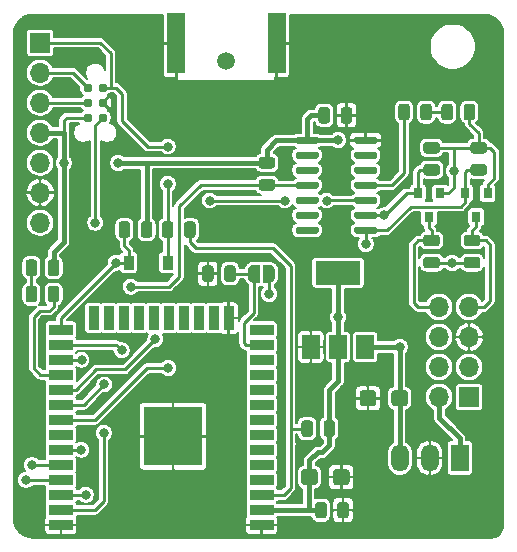
<source format=gtl>
G04 #@! TF.GenerationSoftware,KiCad,Pcbnew,(5.1.9-0-10_14)*
G04 #@! TF.CreationDate,2021-01-13T19:52:55+01:00*
G04 #@! TF.ProjectId,ithowifi,6974686f-7769-4666-992e-6b696361645f,rev?*
G04 #@! TF.SameCoordinates,Original*
G04 #@! TF.FileFunction,Copper,L1,Top*
G04 #@! TF.FilePolarity,Positive*
%FSLAX46Y46*%
G04 Gerber Fmt 4.6, Leading zero omitted, Abs format (unit mm)*
G04 Created by KiCad (PCBNEW (5.1.9-0-10_14)) date 2021-01-13 19:52:55*
%MOMM*%
%LPD*%
G01*
G04 APERTURE LIST*
G04 #@! TA.AperFunction,SMDPad,CuDef*
%ADD10C,0.787400*%
G04 #@! TD*
G04 #@! TA.AperFunction,SMDPad,CuDef*
%ADD11R,2.000000X0.900000*%
G04 #@! TD*
G04 #@! TA.AperFunction,SMDPad,CuDef*
%ADD12R,0.900000X2.000000*%
G04 #@! TD*
G04 #@! TA.AperFunction,SMDPad,CuDef*
%ADD13R,5.000000X5.000000*%
G04 #@! TD*
G04 #@! TA.AperFunction,SMDPad,CuDef*
%ADD14C,0.100000*%
G04 #@! TD*
G04 #@! TA.AperFunction,ComponentPad*
%ADD15C,1.500000*%
G04 #@! TD*
G04 #@! TA.AperFunction,SMDPad,CuDef*
%ADD16R,1.500000X2.000000*%
G04 #@! TD*
G04 #@! TA.AperFunction,SMDPad,CuDef*
%ADD17R,3.800000X2.000000*%
G04 #@! TD*
G04 #@! TA.AperFunction,ComponentPad*
%ADD18O,1.700000X1.700000*%
G04 #@! TD*
G04 #@! TA.AperFunction,ComponentPad*
%ADD19R,1.700000X1.700000*%
G04 #@! TD*
G04 #@! TA.AperFunction,SMDPad,CuDef*
%ADD20R,0.900000X1.200000*%
G04 #@! TD*
G04 #@! TA.AperFunction,SMDPad,CuDef*
%ADD21R,1.500000X5.080000*%
G04 #@! TD*
G04 #@! TA.AperFunction,SMDPad,CuDef*
%ADD22R,0.800000X0.900000*%
G04 #@! TD*
G04 #@! TA.AperFunction,ComponentPad*
%ADD23O,1.500000X2.300000*%
G04 #@! TD*
G04 #@! TA.AperFunction,ComponentPad*
%ADD24R,1.500000X2.300000*%
G04 #@! TD*
G04 #@! TA.AperFunction,ViaPad*
%ADD25C,0.800000*%
G04 #@! TD*
G04 #@! TA.AperFunction,Conductor*
%ADD26C,0.254000*%
G04 #@! TD*
G04 #@! TA.AperFunction,Conductor*
%ADD27C,0.406400*%
G04 #@! TD*
G04 #@! TA.AperFunction,Conductor*
%ADD28C,0.250000*%
G04 #@! TD*
G04 #@! TA.AperFunction,Conductor*
%ADD29C,0.203200*%
G04 #@! TD*
G04 #@! TA.AperFunction,Conductor*
%ADD30C,0.100000*%
G04 #@! TD*
G04 APERTURE END LIST*
D10*
X91033600Y-114147600D03*
X91033600Y-112877600D03*
X89763600Y-114147600D03*
X89763600Y-112877600D03*
X89763600Y-111607600D03*
X91033600Y-111607600D03*
D11*
X87477600Y-148615400D03*
X87477600Y-147345400D03*
X87477600Y-146075400D03*
X87477600Y-144805400D03*
X87477600Y-143535400D03*
X87477600Y-142265400D03*
X87477600Y-140995400D03*
X87477600Y-139725400D03*
X87477600Y-138455400D03*
X87477600Y-137185400D03*
X87477600Y-135915400D03*
X87477600Y-134645400D03*
X87477600Y-133375400D03*
X87477600Y-132105400D03*
D12*
X90262600Y-131105400D03*
X91532600Y-131105400D03*
X92802600Y-131105400D03*
X94072600Y-131105400D03*
X95342600Y-131105400D03*
X96612600Y-131105400D03*
X97882600Y-131105400D03*
X99152600Y-131105400D03*
X100422600Y-131105400D03*
X101692600Y-131105400D03*
D11*
X104477600Y-132105400D03*
X104477600Y-133375400D03*
X104477600Y-134645400D03*
X104477600Y-135915400D03*
X104477600Y-137185400D03*
X104477600Y-138455400D03*
X104477600Y-139725400D03*
X104477600Y-140995400D03*
X104477600Y-142265400D03*
X104477600Y-143535400D03*
X104477600Y-144805400D03*
X104477600Y-146075400D03*
X104477600Y-147345400D03*
X104477600Y-148615400D03*
D13*
X96977600Y-141115400D03*
G04 #@! TA.AperFunction,SMDPad,CuDef*
D14*
G36*
X103805200Y-128104998D02*
G01*
X103780666Y-128104998D01*
X103731835Y-128100188D01*
X103683710Y-128090616D01*
X103636755Y-128076372D01*
X103591422Y-128057595D01*
X103548149Y-128034464D01*
X103507350Y-128007204D01*
X103469421Y-127976076D01*
X103434724Y-127941379D01*
X103403596Y-127903450D01*
X103376336Y-127862651D01*
X103353205Y-127819378D01*
X103334428Y-127774045D01*
X103320184Y-127727090D01*
X103310612Y-127678965D01*
X103305802Y-127630134D01*
X103305802Y-127605600D01*
X103305200Y-127605600D01*
X103305200Y-127105600D01*
X103305802Y-127105600D01*
X103305802Y-127081066D01*
X103310612Y-127032235D01*
X103320184Y-126984110D01*
X103334428Y-126937155D01*
X103353205Y-126891822D01*
X103376336Y-126848549D01*
X103403596Y-126807750D01*
X103434724Y-126769821D01*
X103469421Y-126735124D01*
X103507350Y-126703996D01*
X103548149Y-126676736D01*
X103591422Y-126653605D01*
X103636755Y-126634828D01*
X103683710Y-126620584D01*
X103731835Y-126611012D01*
X103780666Y-126606202D01*
X103805200Y-126606202D01*
X103805200Y-126605600D01*
X104305200Y-126605600D01*
X104305200Y-128105600D01*
X103805200Y-128105600D01*
X103805200Y-128104998D01*
G37*
G04 #@! TD.AperFunction*
G04 #@! TA.AperFunction,SMDPad,CuDef*
G36*
X104605200Y-126605600D02*
G01*
X105105200Y-126605600D01*
X105105200Y-126606202D01*
X105129734Y-126606202D01*
X105178565Y-126611012D01*
X105226690Y-126620584D01*
X105273645Y-126634828D01*
X105318978Y-126653605D01*
X105362251Y-126676736D01*
X105403050Y-126703996D01*
X105440979Y-126735124D01*
X105475676Y-126769821D01*
X105506804Y-126807750D01*
X105534064Y-126848549D01*
X105557195Y-126891822D01*
X105575972Y-126937155D01*
X105590216Y-126984110D01*
X105599788Y-127032235D01*
X105604598Y-127081066D01*
X105604598Y-127105600D01*
X105605200Y-127105600D01*
X105605200Y-127605600D01*
X105604598Y-127605600D01*
X105604598Y-127630134D01*
X105599788Y-127678965D01*
X105590216Y-127727090D01*
X105575972Y-127774045D01*
X105557195Y-127819378D01*
X105534064Y-127862651D01*
X105506804Y-127903450D01*
X105475676Y-127941379D01*
X105440979Y-127976076D01*
X105403050Y-128007204D01*
X105362251Y-128034464D01*
X105318978Y-128057595D01*
X105273645Y-128076372D01*
X105226690Y-128090616D01*
X105178565Y-128100188D01*
X105129734Y-128104998D01*
X105105200Y-128104998D01*
X105105200Y-128105600D01*
X104605200Y-128105600D01*
X104605200Y-126605600D01*
G37*
G04 #@! TD.AperFunction*
G04 #@! TA.AperFunction,SMDPad,CuDef*
G36*
G01*
X101315700Y-127811850D02*
X101315700Y-126899350D01*
G75*
G02*
X101559450Y-126655600I243750J0D01*
G01*
X102046950Y-126655600D01*
G75*
G02*
X102290700Y-126899350I0J-243750D01*
G01*
X102290700Y-127811850D01*
G75*
G02*
X102046950Y-128055600I-243750J0D01*
G01*
X101559450Y-128055600D01*
G75*
G02*
X101315700Y-127811850I0J243750D01*
G01*
G37*
G04 #@! TD.AperFunction*
G04 #@! TA.AperFunction,SMDPad,CuDef*
G36*
G01*
X99440700Y-127811850D02*
X99440700Y-126899350D01*
G75*
G02*
X99684450Y-126655600I243750J0D01*
G01*
X100171950Y-126655600D01*
G75*
G02*
X100415700Y-126899350I0J-243750D01*
G01*
X100415700Y-127811850D01*
G75*
G02*
X100171950Y-128055600I-243750J0D01*
G01*
X99684450Y-128055600D01*
G75*
G02*
X99440700Y-127811850I0J243750D01*
G01*
G37*
G04 #@! TD.AperFunction*
G04 #@! TA.AperFunction,SMDPad,CuDef*
G36*
G01*
X114174500Y-137471599D02*
X114174500Y-138321601D01*
G75*
G02*
X113924501Y-138571600I-249999J0D01*
G01*
X113024499Y-138571600D01*
G75*
G02*
X112774500Y-138321601I0J249999D01*
G01*
X112774500Y-137471599D01*
G75*
G02*
X113024499Y-137221600I249999J0D01*
G01*
X113924501Y-137221600D01*
G75*
G02*
X114174500Y-137471599I0J-249999D01*
G01*
G37*
G04 #@! TD.AperFunction*
G04 #@! TA.AperFunction,SMDPad,CuDef*
G36*
G01*
X116874500Y-137471599D02*
X116874500Y-138321601D01*
G75*
G02*
X116624501Y-138571600I-249999J0D01*
G01*
X115724499Y-138571600D01*
G75*
G02*
X115474500Y-138321601I0J249999D01*
G01*
X115474500Y-137471599D01*
G75*
G02*
X115724499Y-137221600I249999J0D01*
G01*
X116624501Y-137221600D01*
G75*
G02*
X116874500Y-137471599I0J-249999D01*
G01*
G37*
G04 #@! TD.AperFunction*
G04 #@! TA.AperFunction,SMDPad,CuDef*
G36*
G01*
X110530400Y-145001801D02*
X110530400Y-144151799D01*
G75*
G02*
X110780399Y-143901800I249999J0D01*
G01*
X111680401Y-143901800D01*
G75*
G02*
X111930400Y-144151799I0J-249999D01*
G01*
X111930400Y-145001801D01*
G75*
G02*
X111680401Y-145251800I-249999J0D01*
G01*
X110780399Y-145251800D01*
G75*
G02*
X110530400Y-145001801I0J249999D01*
G01*
G37*
G04 #@! TD.AperFunction*
G04 #@! TA.AperFunction,SMDPad,CuDef*
G36*
G01*
X107830400Y-145001801D02*
X107830400Y-144151799D01*
G75*
G02*
X108080399Y-143901800I249999J0D01*
G01*
X108980401Y-143901800D01*
G75*
G02*
X109230400Y-144151799I0J-249999D01*
G01*
X109230400Y-145001801D01*
G75*
G02*
X108980401Y-145251800I-249999J0D01*
G01*
X108080399Y-145251800D01*
G75*
G02*
X107830400Y-145001801I0J249999D01*
G01*
G37*
G04 #@! TD.AperFunction*
D15*
X101498400Y-109347000D03*
G04 #@! TA.AperFunction,SMDPad,CuDef*
G36*
G01*
X85475900Y-128626550D02*
X85475900Y-129539050D01*
G75*
G02*
X85232150Y-129782800I-243750J0D01*
G01*
X84744650Y-129782800D01*
G75*
G02*
X84500900Y-129539050I0J243750D01*
G01*
X84500900Y-128626550D01*
G75*
G02*
X84744650Y-128382800I243750J0D01*
G01*
X85232150Y-128382800D01*
G75*
G02*
X85475900Y-128626550I0J-243750D01*
G01*
G37*
G04 #@! TD.AperFunction*
G04 #@! TA.AperFunction,SMDPad,CuDef*
G36*
G01*
X87350900Y-128626550D02*
X87350900Y-129539050D01*
G75*
G02*
X87107150Y-129782800I-243750J0D01*
G01*
X86619650Y-129782800D01*
G75*
G02*
X86375900Y-129539050I0J243750D01*
G01*
X86375900Y-128626550D01*
G75*
G02*
X86619650Y-128382800I243750J0D01*
G01*
X87107150Y-128382800D01*
G75*
G02*
X87350900Y-128626550I0J-243750D01*
G01*
G37*
G04 #@! TD.AperFunction*
G04 #@! TA.AperFunction,SMDPad,CuDef*
G36*
G01*
X85475900Y-126391350D02*
X85475900Y-127303850D01*
G75*
G02*
X85232150Y-127547600I-243750J0D01*
G01*
X84744650Y-127547600D01*
G75*
G02*
X84500900Y-127303850I0J243750D01*
G01*
X84500900Y-126391350D01*
G75*
G02*
X84744650Y-126147600I243750J0D01*
G01*
X85232150Y-126147600D01*
G75*
G02*
X85475900Y-126391350I0J-243750D01*
G01*
G37*
G04 #@! TD.AperFunction*
G04 #@! TA.AperFunction,SMDPad,CuDef*
G36*
G01*
X87350900Y-126391350D02*
X87350900Y-127303850D01*
G75*
G02*
X87107150Y-127547600I-243750J0D01*
G01*
X86619650Y-127547600D01*
G75*
G02*
X86375900Y-127303850I0J243750D01*
G01*
X86375900Y-126391350D01*
G75*
G02*
X86619650Y-126147600I243750J0D01*
G01*
X87107150Y-126147600D01*
G75*
G02*
X87350900Y-126391350I0J-243750D01*
G01*
G37*
G04 #@! TD.AperFunction*
D16*
X108647200Y-133553600D03*
X113247200Y-133553600D03*
X110947200Y-133553600D03*
D17*
X110947200Y-127253600D03*
G04 #@! TA.AperFunction,SMDPad,CuDef*
G36*
G01*
X94249900Y-124078050D02*
X94249900Y-123165550D01*
G75*
G02*
X94493650Y-122921800I243750J0D01*
G01*
X94981150Y-122921800D01*
G75*
G02*
X95224900Y-123165550I0J-243750D01*
G01*
X95224900Y-124078050D01*
G75*
G02*
X94981150Y-124321800I-243750J0D01*
G01*
X94493650Y-124321800D01*
G75*
G02*
X94249900Y-124078050I0J243750D01*
G01*
G37*
G04 #@! TD.AperFunction*
G04 #@! TA.AperFunction,SMDPad,CuDef*
G36*
G01*
X92374900Y-124078050D02*
X92374900Y-123165550D01*
G75*
G02*
X92618650Y-122921800I243750J0D01*
G01*
X93106150Y-122921800D01*
G75*
G02*
X93349900Y-123165550I0J-243750D01*
G01*
X93349900Y-124078050D01*
G75*
G02*
X93106150Y-124321800I-243750J0D01*
G01*
X92618650Y-124321800D01*
G75*
G02*
X92374900Y-124078050I0J243750D01*
G01*
G37*
G04 #@! TD.AperFunction*
G04 #@! TA.AperFunction,SMDPad,CuDef*
G36*
G01*
X109720800Y-140918250D02*
X109720800Y-140005750D01*
G75*
G02*
X109964550Y-139762000I243750J0D01*
G01*
X110452050Y-139762000D01*
G75*
G02*
X110695800Y-140005750I0J-243750D01*
G01*
X110695800Y-140918250D01*
G75*
G02*
X110452050Y-141162000I-243750J0D01*
G01*
X109964550Y-141162000D01*
G75*
G02*
X109720800Y-140918250I0J243750D01*
G01*
G37*
G04 #@! TD.AperFunction*
G04 #@! TA.AperFunction,SMDPad,CuDef*
G36*
G01*
X107845800Y-140918250D02*
X107845800Y-140005750D01*
G75*
G02*
X108089550Y-139762000I243750J0D01*
G01*
X108577050Y-139762000D01*
G75*
G02*
X108820800Y-140005750I0J-243750D01*
G01*
X108820800Y-140918250D01*
G75*
G02*
X108577050Y-141162000I-243750J0D01*
G01*
X108089550Y-141162000D01*
G75*
G02*
X107845800Y-140918250I0J243750D01*
G01*
G37*
G04 #@! TD.AperFunction*
D18*
X85725000Y-123037600D03*
X85725000Y-120497600D03*
X85725000Y-117957600D03*
X85725000Y-115417600D03*
X85725000Y-112877600D03*
X85725000Y-110337600D03*
D19*
X85725000Y-107797600D03*
D20*
X93220000Y-126415800D03*
X96520000Y-126415800D03*
G04 #@! TA.AperFunction,SMDPad,CuDef*
G36*
G01*
X110886900Y-147827050D02*
X110886900Y-146914550D01*
G75*
G02*
X111130650Y-146670800I243750J0D01*
G01*
X111618150Y-146670800D01*
G75*
G02*
X111861900Y-146914550I0J-243750D01*
G01*
X111861900Y-147827050D01*
G75*
G02*
X111618150Y-148070800I-243750J0D01*
G01*
X111130650Y-148070800D01*
G75*
G02*
X110886900Y-147827050I0J243750D01*
G01*
G37*
G04 #@! TD.AperFunction*
G04 #@! TA.AperFunction,SMDPad,CuDef*
G36*
G01*
X109011900Y-147827050D02*
X109011900Y-146914550D01*
G75*
G02*
X109255650Y-146670800I243750J0D01*
G01*
X109743150Y-146670800D01*
G75*
G02*
X109986900Y-146914550I0J-243750D01*
G01*
X109986900Y-147827050D01*
G75*
G02*
X109743150Y-148070800I-243750J0D01*
G01*
X109255650Y-148070800D01*
G75*
G02*
X109011900Y-147827050I0J243750D01*
G01*
G37*
G04 #@! TD.AperFunction*
G04 #@! TA.AperFunction,SMDPad,CuDef*
G36*
G01*
X97007500Y-123165550D02*
X97007500Y-124078050D01*
G75*
G02*
X96763750Y-124321800I-243750J0D01*
G01*
X96276250Y-124321800D01*
G75*
G02*
X96032500Y-124078050I0J243750D01*
G01*
X96032500Y-123165550D01*
G75*
G02*
X96276250Y-122921800I243750J0D01*
G01*
X96763750Y-122921800D01*
G75*
G02*
X97007500Y-123165550I0J-243750D01*
G01*
G37*
G04 #@! TD.AperFunction*
G04 #@! TA.AperFunction,SMDPad,CuDef*
G36*
G01*
X98882500Y-123165550D02*
X98882500Y-124078050D01*
G75*
G02*
X98638750Y-124321800I-243750J0D01*
G01*
X98151250Y-124321800D01*
G75*
G02*
X97907500Y-124078050I0J243750D01*
G01*
X97907500Y-123165550D01*
G75*
G02*
X98151250Y-122921800I243750J0D01*
G01*
X98638750Y-122921800D01*
G75*
G02*
X98882500Y-123165550I0J-243750D01*
G01*
G37*
G04 #@! TD.AperFunction*
D21*
X97248400Y-107848400D03*
X105748400Y-107848400D03*
G04 #@! TA.AperFunction,SMDPad,CuDef*
G36*
G01*
X117925000Y-114121250D02*
X117925000Y-113208750D01*
G75*
G02*
X118168750Y-112965000I243750J0D01*
G01*
X118656250Y-112965000D01*
G75*
G02*
X118900000Y-113208750I0J-243750D01*
G01*
X118900000Y-114121250D01*
G75*
G02*
X118656250Y-114365000I-243750J0D01*
G01*
X118168750Y-114365000D01*
G75*
G02*
X117925000Y-114121250I0J243750D01*
G01*
G37*
G04 #@! TD.AperFunction*
G04 #@! TA.AperFunction,SMDPad,CuDef*
G36*
G01*
X116050000Y-114121250D02*
X116050000Y-113208750D01*
G75*
G02*
X116293750Y-112965000I243750J0D01*
G01*
X116781250Y-112965000D01*
G75*
G02*
X117025000Y-113208750I0J-243750D01*
G01*
X117025000Y-114121250D01*
G75*
G02*
X116781250Y-114365000I-243750J0D01*
G01*
X116293750Y-114365000D01*
G75*
G02*
X116050000Y-114121250I0J243750D01*
G01*
G37*
G04 #@! TD.AperFunction*
G04 #@! TA.AperFunction,SMDPad,CuDef*
G36*
G01*
X105383650Y-120320100D02*
X104471150Y-120320100D01*
G75*
G02*
X104227400Y-120076350I0J243750D01*
G01*
X104227400Y-119588850D01*
G75*
G02*
X104471150Y-119345100I243750J0D01*
G01*
X105383650Y-119345100D01*
G75*
G02*
X105627400Y-119588850I0J-243750D01*
G01*
X105627400Y-120076350D01*
G75*
G02*
X105383650Y-120320100I-243750J0D01*
G01*
G37*
G04 #@! TD.AperFunction*
G04 #@! TA.AperFunction,SMDPad,CuDef*
G36*
G01*
X105383650Y-118445100D02*
X104471150Y-118445100D01*
G75*
G02*
X104227400Y-118201350I0J243750D01*
G01*
X104227400Y-117713850D01*
G75*
G02*
X104471150Y-117470100I243750J0D01*
G01*
X105383650Y-117470100D01*
G75*
G02*
X105627400Y-117713850I0J-243750D01*
G01*
X105627400Y-118201350D01*
G75*
G02*
X105383650Y-118445100I-243750J0D01*
G01*
G37*
G04 #@! TD.AperFunction*
G04 #@! TA.AperFunction,SMDPad,CuDef*
G36*
G01*
X120680300Y-113208750D02*
X120680300Y-114121250D01*
G75*
G02*
X120436550Y-114365000I-243750J0D01*
G01*
X119949050Y-114365000D01*
G75*
G02*
X119705300Y-114121250I0J243750D01*
G01*
X119705300Y-113208750D01*
G75*
G02*
X119949050Y-112965000I243750J0D01*
G01*
X120436550Y-112965000D01*
G75*
G02*
X120680300Y-113208750I0J-243750D01*
G01*
G37*
G04 #@! TD.AperFunction*
G04 #@! TA.AperFunction,SMDPad,CuDef*
G36*
G01*
X122555300Y-113208750D02*
X122555300Y-114121250D01*
G75*
G02*
X122311550Y-114365000I-243750J0D01*
G01*
X121824050Y-114365000D01*
G75*
G02*
X121580300Y-114121250I0J243750D01*
G01*
X121580300Y-113208750D01*
G75*
G02*
X121824050Y-112965000I243750J0D01*
G01*
X122311550Y-112965000D01*
G75*
G02*
X122555300Y-113208750I0J-243750D01*
G01*
G37*
G04 #@! TD.AperFunction*
G04 #@! TA.AperFunction,SMDPad,CuDef*
G36*
G01*
X118415750Y-125926000D02*
X119328250Y-125926000D01*
G75*
G02*
X119572000Y-126169750I0J-243750D01*
G01*
X119572000Y-126657250D01*
G75*
G02*
X119328250Y-126901000I-243750J0D01*
G01*
X118415750Y-126901000D01*
G75*
G02*
X118172000Y-126657250I0J243750D01*
G01*
X118172000Y-126169750D01*
G75*
G02*
X118415750Y-125926000I243750J0D01*
G01*
G37*
G04 #@! TD.AperFunction*
G04 #@! TA.AperFunction,SMDPad,CuDef*
G36*
G01*
X118415750Y-124051000D02*
X119328250Y-124051000D01*
G75*
G02*
X119572000Y-124294750I0J-243750D01*
G01*
X119572000Y-124782250D01*
G75*
G02*
X119328250Y-125026000I-243750J0D01*
G01*
X118415750Y-125026000D01*
G75*
G02*
X118172000Y-124782250I0J243750D01*
G01*
X118172000Y-124294750D01*
G75*
G02*
X118415750Y-124051000I243750J0D01*
G01*
G37*
G04 #@! TD.AperFunction*
G04 #@! TA.AperFunction,SMDPad,CuDef*
G36*
G01*
X121844750Y-125926000D02*
X122757250Y-125926000D01*
G75*
G02*
X123001000Y-126169750I0J-243750D01*
G01*
X123001000Y-126657250D01*
G75*
G02*
X122757250Y-126901000I-243750J0D01*
G01*
X121844750Y-126901000D01*
G75*
G02*
X121601000Y-126657250I0J243750D01*
G01*
X121601000Y-126169750D01*
G75*
G02*
X121844750Y-125926000I243750J0D01*
G01*
G37*
G04 #@! TD.AperFunction*
G04 #@! TA.AperFunction,SMDPad,CuDef*
G36*
G01*
X121844750Y-124051000D02*
X122757250Y-124051000D01*
G75*
G02*
X123001000Y-124294750I0J-243750D01*
G01*
X123001000Y-124782250D01*
G75*
G02*
X122757250Y-125026000I-243750J0D01*
G01*
X121844750Y-125026000D01*
G75*
G02*
X121601000Y-124782250I0J243750D01*
G01*
X121601000Y-124294750D01*
G75*
G02*
X121844750Y-124051000I243750J0D01*
G01*
G37*
G04 #@! TD.AperFunction*
G04 #@! TA.AperFunction,SMDPad,CuDef*
G36*
G01*
X118415750Y-118074400D02*
X119328250Y-118074400D01*
G75*
G02*
X119572000Y-118318150I0J-243750D01*
G01*
X119572000Y-118805650D01*
G75*
G02*
X119328250Y-119049400I-243750J0D01*
G01*
X118415750Y-119049400D01*
G75*
G02*
X118172000Y-118805650I0J243750D01*
G01*
X118172000Y-118318150D01*
G75*
G02*
X118415750Y-118074400I243750J0D01*
G01*
G37*
G04 #@! TD.AperFunction*
G04 #@! TA.AperFunction,SMDPad,CuDef*
G36*
G01*
X118415750Y-116199400D02*
X119328250Y-116199400D01*
G75*
G02*
X119572000Y-116443150I0J-243750D01*
G01*
X119572000Y-116930650D01*
G75*
G02*
X119328250Y-117174400I-243750J0D01*
G01*
X118415750Y-117174400D01*
G75*
G02*
X118172000Y-116930650I0J243750D01*
G01*
X118172000Y-116443150D01*
G75*
G02*
X118415750Y-116199400I243750J0D01*
G01*
G37*
G04 #@! TD.AperFunction*
G04 #@! TA.AperFunction,SMDPad,CuDef*
G36*
G01*
X123316050Y-117174400D02*
X122403550Y-117174400D01*
G75*
G02*
X122159800Y-116930650I0J243750D01*
G01*
X122159800Y-116443150D01*
G75*
G02*
X122403550Y-116199400I243750J0D01*
G01*
X123316050Y-116199400D01*
G75*
G02*
X123559800Y-116443150I0J-243750D01*
G01*
X123559800Y-116930650D01*
G75*
G02*
X123316050Y-117174400I-243750J0D01*
G01*
G37*
G04 #@! TD.AperFunction*
G04 #@! TA.AperFunction,SMDPad,CuDef*
G36*
G01*
X123316050Y-119049400D02*
X122403550Y-119049400D01*
G75*
G02*
X122159800Y-118805650I0J243750D01*
G01*
X122159800Y-118318150D01*
G75*
G02*
X122403550Y-118074400I243750J0D01*
G01*
X123316050Y-118074400D01*
G75*
G02*
X123559800Y-118318150I0J-243750D01*
G01*
X123559800Y-118805650D01*
G75*
G02*
X123316050Y-119049400I-243750J0D01*
G01*
G37*
G04 #@! TD.AperFunction*
G04 #@! TA.AperFunction,SMDPad,CuDef*
G36*
G01*
X109295900Y-114400650D02*
X109295900Y-113488150D01*
G75*
G02*
X109539650Y-113244400I243750J0D01*
G01*
X110027150Y-113244400D01*
G75*
G02*
X110270900Y-113488150I0J-243750D01*
G01*
X110270900Y-114400650D01*
G75*
G02*
X110027150Y-114644400I-243750J0D01*
G01*
X109539650Y-114644400D01*
G75*
G02*
X109295900Y-114400650I0J243750D01*
G01*
G37*
G04 #@! TD.AperFunction*
G04 #@! TA.AperFunction,SMDPad,CuDef*
G36*
G01*
X111170900Y-114400650D02*
X111170900Y-113488150D01*
G75*
G02*
X111414650Y-113244400I243750J0D01*
G01*
X111902150Y-113244400D01*
G75*
G02*
X112145900Y-113488150I0J-243750D01*
G01*
X112145900Y-114400650D01*
G75*
G02*
X111902150Y-114644400I-243750J0D01*
G01*
X111414650Y-114644400D01*
G75*
G02*
X111170900Y-114400650I0J243750D01*
G01*
G37*
G04 #@! TD.AperFunction*
D22*
X118658600Y-122539000D03*
X117708600Y-120539000D03*
X119608600Y-120539000D03*
X122656600Y-122539000D03*
X121706600Y-120539000D03*
X123606600Y-120539000D03*
G04 #@! TA.AperFunction,SMDPad,CuDef*
G36*
G01*
X107359000Y-116202600D02*
X107359000Y-115902600D01*
G75*
G02*
X107509000Y-115752600I150000J0D01*
G01*
X109159000Y-115752600D01*
G75*
G02*
X109309000Y-115902600I0J-150000D01*
G01*
X109309000Y-116202600D01*
G75*
G02*
X109159000Y-116352600I-150000J0D01*
G01*
X107509000Y-116352600D01*
G75*
G02*
X107359000Y-116202600I0J150000D01*
G01*
G37*
G04 #@! TD.AperFunction*
G04 #@! TA.AperFunction,SMDPad,CuDef*
G36*
G01*
X107359000Y-117472600D02*
X107359000Y-117172600D01*
G75*
G02*
X107509000Y-117022600I150000J0D01*
G01*
X109159000Y-117022600D01*
G75*
G02*
X109309000Y-117172600I0J-150000D01*
G01*
X109309000Y-117472600D01*
G75*
G02*
X109159000Y-117622600I-150000J0D01*
G01*
X107509000Y-117622600D01*
G75*
G02*
X107359000Y-117472600I0J150000D01*
G01*
G37*
G04 #@! TD.AperFunction*
G04 #@! TA.AperFunction,SMDPad,CuDef*
G36*
G01*
X107359000Y-118742600D02*
X107359000Y-118442600D01*
G75*
G02*
X107509000Y-118292600I150000J0D01*
G01*
X109159000Y-118292600D01*
G75*
G02*
X109309000Y-118442600I0J-150000D01*
G01*
X109309000Y-118742600D01*
G75*
G02*
X109159000Y-118892600I-150000J0D01*
G01*
X107509000Y-118892600D01*
G75*
G02*
X107359000Y-118742600I0J150000D01*
G01*
G37*
G04 #@! TD.AperFunction*
G04 #@! TA.AperFunction,SMDPad,CuDef*
G36*
G01*
X107359000Y-120012600D02*
X107359000Y-119712600D01*
G75*
G02*
X107509000Y-119562600I150000J0D01*
G01*
X109159000Y-119562600D01*
G75*
G02*
X109309000Y-119712600I0J-150000D01*
G01*
X109309000Y-120012600D01*
G75*
G02*
X109159000Y-120162600I-150000J0D01*
G01*
X107509000Y-120162600D01*
G75*
G02*
X107359000Y-120012600I0J150000D01*
G01*
G37*
G04 #@! TD.AperFunction*
G04 #@! TA.AperFunction,SMDPad,CuDef*
G36*
G01*
X107359000Y-121282600D02*
X107359000Y-120982600D01*
G75*
G02*
X107509000Y-120832600I150000J0D01*
G01*
X109159000Y-120832600D01*
G75*
G02*
X109309000Y-120982600I0J-150000D01*
G01*
X109309000Y-121282600D01*
G75*
G02*
X109159000Y-121432600I-150000J0D01*
G01*
X107509000Y-121432600D01*
G75*
G02*
X107359000Y-121282600I0J150000D01*
G01*
G37*
G04 #@! TD.AperFunction*
G04 #@! TA.AperFunction,SMDPad,CuDef*
G36*
G01*
X107359000Y-122552600D02*
X107359000Y-122252600D01*
G75*
G02*
X107509000Y-122102600I150000J0D01*
G01*
X109159000Y-122102600D01*
G75*
G02*
X109309000Y-122252600I0J-150000D01*
G01*
X109309000Y-122552600D01*
G75*
G02*
X109159000Y-122702600I-150000J0D01*
G01*
X107509000Y-122702600D01*
G75*
G02*
X107359000Y-122552600I0J150000D01*
G01*
G37*
G04 #@! TD.AperFunction*
G04 #@! TA.AperFunction,SMDPad,CuDef*
G36*
G01*
X107359000Y-123822600D02*
X107359000Y-123522600D01*
G75*
G02*
X107509000Y-123372600I150000J0D01*
G01*
X109159000Y-123372600D01*
G75*
G02*
X109309000Y-123522600I0J-150000D01*
G01*
X109309000Y-123822600D01*
G75*
G02*
X109159000Y-123972600I-150000J0D01*
G01*
X107509000Y-123972600D01*
G75*
G02*
X107359000Y-123822600I0J150000D01*
G01*
G37*
G04 #@! TD.AperFunction*
G04 #@! TA.AperFunction,SMDPad,CuDef*
G36*
G01*
X112309000Y-123822600D02*
X112309000Y-123522600D01*
G75*
G02*
X112459000Y-123372600I150000J0D01*
G01*
X114109000Y-123372600D01*
G75*
G02*
X114259000Y-123522600I0J-150000D01*
G01*
X114259000Y-123822600D01*
G75*
G02*
X114109000Y-123972600I-150000J0D01*
G01*
X112459000Y-123972600D01*
G75*
G02*
X112309000Y-123822600I0J150000D01*
G01*
G37*
G04 #@! TD.AperFunction*
G04 #@! TA.AperFunction,SMDPad,CuDef*
G36*
G01*
X112309000Y-122552600D02*
X112309000Y-122252600D01*
G75*
G02*
X112459000Y-122102600I150000J0D01*
G01*
X114109000Y-122102600D01*
G75*
G02*
X114259000Y-122252600I0J-150000D01*
G01*
X114259000Y-122552600D01*
G75*
G02*
X114109000Y-122702600I-150000J0D01*
G01*
X112459000Y-122702600D01*
G75*
G02*
X112309000Y-122552600I0J150000D01*
G01*
G37*
G04 #@! TD.AperFunction*
G04 #@! TA.AperFunction,SMDPad,CuDef*
G36*
G01*
X112309000Y-121282600D02*
X112309000Y-120982600D01*
G75*
G02*
X112459000Y-120832600I150000J0D01*
G01*
X114109000Y-120832600D01*
G75*
G02*
X114259000Y-120982600I0J-150000D01*
G01*
X114259000Y-121282600D01*
G75*
G02*
X114109000Y-121432600I-150000J0D01*
G01*
X112459000Y-121432600D01*
G75*
G02*
X112309000Y-121282600I0J150000D01*
G01*
G37*
G04 #@! TD.AperFunction*
G04 #@! TA.AperFunction,SMDPad,CuDef*
G36*
G01*
X112309000Y-120012600D02*
X112309000Y-119712600D01*
G75*
G02*
X112459000Y-119562600I150000J0D01*
G01*
X114109000Y-119562600D01*
G75*
G02*
X114259000Y-119712600I0J-150000D01*
G01*
X114259000Y-120012600D01*
G75*
G02*
X114109000Y-120162600I-150000J0D01*
G01*
X112459000Y-120162600D01*
G75*
G02*
X112309000Y-120012600I0J150000D01*
G01*
G37*
G04 #@! TD.AperFunction*
G04 #@! TA.AperFunction,SMDPad,CuDef*
G36*
G01*
X112309000Y-118742600D02*
X112309000Y-118442600D01*
G75*
G02*
X112459000Y-118292600I150000J0D01*
G01*
X114109000Y-118292600D01*
G75*
G02*
X114259000Y-118442600I0J-150000D01*
G01*
X114259000Y-118742600D01*
G75*
G02*
X114109000Y-118892600I-150000J0D01*
G01*
X112459000Y-118892600D01*
G75*
G02*
X112309000Y-118742600I0J150000D01*
G01*
G37*
G04 #@! TD.AperFunction*
G04 #@! TA.AperFunction,SMDPad,CuDef*
G36*
G01*
X112309000Y-117472600D02*
X112309000Y-117172600D01*
G75*
G02*
X112459000Y-117022600I150000J0D01*
G01*
X114109000Y-117022600D01*
G75*
G02*
X114259000Y-117172600I0J-150000D01*
G01*
X114259000Y-117472600D01*
G75*
G02*
X114109000Y-117622600I-150000J0D01*
G01*
X112459000Y-117622600D01*
G75*
G02*
X112309000Y-117472600I0J150000D01*
G01*
G37*
G04 #@! TD.AperFunction*
G04 #@! TA.AperFunction,SMDPad,CuDef*
G36*
G01*
X112309000Y-116202600D02*
X112309000Y-115902600D01*
G75*
G02*
X112459000Y-115752600I150000J0D01*
G01*
X114109000Y-115752600D01*
G75*
G02*
X114259000Y-115902600I0J-150000D01*
G01*
X114259000Y-116202600D01*
G75*
G02*
X114109000Y-116352600I-150000J0D01*
G01*
X112459000Y-116352600D01*
G75*
G02*
X112309000Y-116202600I0J150000D01*
G01*
G37*
G04 #@! TD.AperFunction*
D23*
X116179600Y-142951200D03*
X118719600Y-142951200D03*
D24*
X121259600Y-142951200D03*
D19*
X122047000Y-137795000D03*
D18*
X119507000Y-137795000D03*
X122047000Y-135255000D03*
X119507000Y-135255000D03*
X122047000Y-132715000D03*
X119507000Y-132715000D03*
X122047000Y-130175000D03*
X119507000Y-130175000D03*
D25*
X95250000Y-139700000D03*
X98806000Y-139700000D03*
X97028000Y-139700000D03*
X98806000Y-142748000D03*
X97028000Y-142748000D03*
X95250000Y-142748000D03*
X95250000Y-141224000D03*
X98806000Y-141224000D03*
X97028000Y-141224000D03*
X95504000Y-105918000D03*
X95504000Y-107442000D03*
X95504000Y-109220000D03*
X95504000Y-110998000D03*
X95504000Y-113030000D03*
X96774000Y-112014000D03*
X94234000Y-106680000D03*
X94234000Y-108458000D03*
X94234000Y-109982000D03*
X94234000Y-112014000D03*
X107442000Y-105918000D03*
X107442000Y-107442000D03*
X107442000Y-109220000D03*
X107442000Y-110998000D03*
X107442000Y-113030000D03*
X105918000Y-112014000D03*
X108712000Y-109982000D03*
X108712000Y-108204000D03*
X108712000Y-106680000D03*
X97282000Y-114046000D03*
X99314000Y-114046000D03*
X101600000Y-114046000D03*
X100584000Y-115570000D03*
X98298000Y-115570000D03*
X103886000Y-114046000D03*
X102870000Y-115570000D03*
X106172000Y-114046000D03*
X108712000Y-112014000D03*
X104902000Y-115189000D03*
X120600000Y-126450000D03*
X116179598Y-133553200D03*
X110947200Y-131038600D03*
X110947192Y-116027200D03*
X105105200Y-129082800D03*
X120726200Y-118668800D03*
X87731600Y-117983000D03*
X92329000Y-117983000D03*
X89585800Y-146075400D03*
X114858800Y-122402600D03*
X113284000Y-124841000D03*
X89204800Y-142265400D03*
X93395800Y-128447800D03*
X89230200Y-134645400D03*
X109982000Y-121158000D03*
X106426000Y-121158000D03*
X100076002Y-121158000D03*
X90385900Y-123037600D03*
X96520000Y-119761000D03*
X92151208Y-126415800D03*
X85039200Y-143560804D03*
X84531209Y-144805391D03*
X91109798Y-140843000D03*
X96570800Y-135331200D03*
X91160600Y-136728200D03*
X95478600Y-132892800D03*
X92633800Y-133832600D03*
X96519996Y-116586000D03*
D26*
X118908500Y-126450000D02*
X118872000Y-126413500D01*
X120600000Y-126450000D02*
X118908500Y-126450000D01*
X122264500Y-126450000D02*
X122301000Y-126413500D01*
X120600000Y-126450000D02*
X122264500Y-126450000D01*
D27*
X116179600Y-142951200D02*
X116179600Y-133553202D01*
X113247200Y-133553600D02*
X116179198Y-133553600D01*
X116179198Y-133553600D02*
X116179598Y-133553200D01*
X116179600Y-133553202D02*
X116179598Y-133553200D01*
X109477800Y-147349200D02*
X109499400Y-147370800D01*
X108360200Y-147349200D02*
X109477800Y-147349200D01*
X85725000Y-115417600D02*
X87731600Y-115417600D01*
X109783400Y-113944400D02*
X108661200Y-113944400D01*
X108334000Y-114271600D02*
X108334000Y-116052600D01*
X108661200Y-113944400D02*
X108334000Y-114271600D01*
X105714800Y-116052600D02*
X108334000Y-116052600D01*
X104927400Y-116840000D02*
X105714800Y-116052600D01*
X104927400Y-117957600D02*
X104927400Y-116840000D01*
X110947200Y-131038600D02*
X110947200Y-127253600D01*
X110947200Y-133553600D02*
X110947200Y-131038600D01*
X110921792Y-116052600D02*
X110947192Y-116027200D01*
X108334000Y-116052600D02*
X110921792Y-116052600D01*
X104876600Y-118008400D02*
X104927400Y-117957600D01*
X94737400Y-118054600D02*
X94737400Y-123621800D01*
X108480400Y-147229000D02*
X108480400Y-144576800D01*
X108360200Y-147349200D02*
X108480400Y-147229000D01*
D28*
X105105200Y-127355600D02*
X105105200Y-129082800D01*
D27*
X94737400Y-118003800D02*
X94737400Y-118054600D01*
X94834400Y-117957600D02*
X104927400Y-117957600D01*
X94737400Y-118054600D02*
X94834400Y-117957600D01*
X86863400Y-125531400D02*
X86863400Y-126847600D01*
X87731600Y-124663200D02*
X86863400Y-125531400D01*
X87731600Y-117983000D02*
X87731600Y-124663200D01*
X87731600Y-115417600D02*
X87731600Y-117983000D01*
X104481400Y-147349200D02*
X104477600Y-147345400D01*
X108360200Y-147349200D02*
X104481400Y-147349200D01*
D26*
X122067800Y-113665000D02*
X122067800Y-114676400D01*
X122859800Y-115468400D02*
X122859800Y-116686900D01*
X122067800Y-114676400D02*
X122859800Y-115468400D01*
X120726200Y-118668800D02*
X120726200Y-120065800D01*
X120253000Y-120539000D02*
X119608600Y-120539000D01*
X120726200Y-120065800D02*
X120253000Y-120539000D01*
X120726200Y-116687600D02*
X120725500Y-116686900D01*
X120726200Y-118668800D02*
X120726200Y-116687600D01*
X120725500Y-116686900D02*
X122859800Y-116686900D01*
X118872000Y-116686900D02*
X120725500Y-116686900D01*
X122859800Y-116686900D02*
X123798900Y-116686900D01*
X123798900Y-116686900D02*
X124180600Y-117068600D01*
X124180600Y-117068600D02*
X124180600Y-119227600D01*
X123606600Y-119801600D02*
X123606600Y-120539000D01*
X124180600Y-119227600D02*
X123606600Y-119801600D01*
D27*
X110947200Y-136474200D02*
X110947200Y-133553600D01*
X110208300Y-137213100D02*
X110947200Y-136474200D01*
X108530400Y-144576800D02*
X108530400Y-143158200D01*
X108530400Y-143158200D02*
X109220000Y-142468600D01*
X109220000Y-142468600D02*
X109626400Y-142468600D01*
X110208300Y-141886700D02*
X110208300Y-140462000D01*
X109626400Y-142468600D02*
X110208300Y-141886700D01*
X110208300Y-137213100D02*
X110208300Y-140462000D01*
X94809000Y-117983000D02*
X94834400Y-117957600D01*
X92329000Y-117983000D02*
X94809000Y-117983000D01*
D26*
X89763600Y-114147600D02*
X87960200Y-114147600D01*
X87731600Y-114376200D02*
X87731600Y-115417600D01*
X87960200Y-114147600D02*
X87731600Y-114376200D01*
D27*
X119507000Y-137795000D02*
X119507000Y-139547600D01*
X121259600Y-141300200D02*
X121259600Y-142951200D01*
X119507000Y-139547600D02*
X121259600Y-141300200D01*
D26*
X123825000Y-129667000D02*
X123317000Y-130175000D01*
X123825000Y-129667000D02*
X123825000Y-124925000D01*
X123317000Y-130175000D02*
X122047000Y-130175000D01*
X123825000Y-124925000D02*
X123438500Y-124538500D01*
X123438500Y-124538500D02*
X122301000Y-124538500D01*
X122301000Y-123698000D02*
X122301000Y-124538500D01*
X122656600Y-123342400D02*
X122301000Y-123698000D01*
X122656600Y-122539000D02*
X122656600Y-123342400D01*
X117348000Y-129794000D02*
X117729000Y-130175000D01*
X117729000Y-130175000D02*
X119507000Y-130175000D01*
X117348000Y-129794000D02*
X117348000Y-124902000D01*
X117348000Y-124902000D02*
X117711500Y-124538500D01*
X117711500Y-124538500D02*
X118872000Y-124538500D01*
X118658600Y-123459200D02*
X118872000Y-123672600D01*
X118872000Y-123672600D02*
X118872000Y-124538500D01*
X118658600Y-122539000D02*
X118658600Y-123459200D01*
X115519200Y-119862600D02*
X116537500Y-118844300D01*
X116537500Y-118844300D02*
X116537500Y-113665000D01*
X113284000Y-119862600D02*
X115519200Y-119862600D01*
X113284000Y-122402600D02*
X114858800Y-122402600D01*
X116747800Y-120539000D02*
X117708600Y-120539000D01*
X114884200Y-122402600D02*
X116747800Y-120539000D01*
X118872000Y-118561900D02*
X117886700Y-118561900D01*
X117708600Y-118740000D02*
X117708600Y-120539000D01*
X117886700Y-118561900D02*
X117708600Y-118740000D01*
X114858800Y-122402600D02*
X114884200Y-122402600D01*
X89585800Y-146075400D02*
X87477600Y-146075400D01*
X113284000Y-124841000D02*
X113284000Y-123672600D01*
X113284000Y-123672600D02*
X115112800Y-123672600D01*
X115112800Y-123672600D02*
X117119400Y-121666000D01*
X117119400Y-121666000D02*
X121335800Y-121666000D01*
X121706600Y-121295200D02*
X121706600Y-120539000D01*
X121335800Y-121666000D02*
X121706600Y-121295200D01*
X121899900Y-118561900D02*
X122859800Y-118561900D01*
X121706600Y-118755200D02*
X121899900Y-118561900D01*
X121706600Y-120539000D02*
X121706600Y-118755200D01*
X87477600Y-142265400D02*
X89204800Y-142265400D01*
X86842800Y-134645400D02*
X86839000Y-134649200D01*
X104957400Y-119862600D02*
X104927400Y-119832600D01*
X108334000Y-119862600D02*
X104957400Y-119862600D01*
X89230200Y-134645400D02*
X87477600Y-134645400D01*
D28*
X93395800Y-128447800D02*
X96647000Y-128447800D01*
X96647000Y-128447800D02*
X97485200Y-127609600D01*
X99312396Y-119832600D02*
X104227400Y-119832600D01*
X97485200Y-127609600D02*
X97485200Y-121659796D01*
X104227400Y-119832600D02*
X104927400Y-119832600D01*
X97485200Y-121659796D02*
X99312396Y-119832600D01*
D26*
X113284000Y-121132600D02*
X110007400Y-121132600D01*
X110007400Y-121132600D02*
X109982000Y-121158000D01*
X106426000Y-121158000D02*
X100076002Y-121158000D01*
X91033600Y-114152864D02*
X90398600Y-114787864D01*
X91033600Y-114147600D02*
X91033600Y-114152864D01*
X90398600Y-123024900D02*
X90385900Y-123037600D01*
X90398600Y-114787864D02*
X90398600Y-123024900D01*
D28*
X96520000Y-123621800D02*
X96520000Y-126415800D01*
D26*
X96520000Y-123621800D02*
X96520000Y-119761000D01*
X93220000Y-126415800D02*
X93220000Y-125376400D01*
X92862400Y-125018800D02*
X92862400Y-123621800D01*
X93220000Y-125376400D02*
X92862400Y-125018800D01*
X93220000Y-126415800D02*
X92151208Y-126415800D01*
X87477600Y-131089408D02*
X92151208Y-126415800D01*
X87477600Y-132105400D02*
X87477600Y-131089408D01*
D28*
X85199196Y-143560804D02*
X85039200Y-143560804D01*
X85220800Y-143539200D02*
X85199196Y-143560804D01*
D26*
X87477600Y-143535400D02*
X85064604Y-143535400D01*
X85064604Y-143535400D02*
X85039200Y-143560804D01*
X89763600Y-112877600D02*
X85725000Y-112877600D01*
D28*
X86817400Y-144830800D02*
X86839000Y-144809200D01*
D26*
X84531218Y-144805400D02*
X84531209Y-144805391D01*
X87477600Y-144805400D02*
X84531218Y-144805400D01*
X88493600Y-110337600D02*
X89763600Y-111607600D01*
X85725000Y-110337600D02*
X88493600Y-110337600D01*
X87477600Y-147345400D02*
X90373200Y-147345400D01*
X90373200Y-147345400D02*
X91109798Y-146608802D01*
X91109798Y-146608802D02*
X91109798Y-140843000D01*
X96005115Y-135331200D02*
X96570800Y-135331200D01*
X94767400Y-135331200D02*
X96005115Y-135331200D01*
X90373200Y-139725400D02*
X94767400Y-135331200D01*
X87477600Y-139725400D02*
X90373200Y-139725400D01*
X89433400Y-138455400D02*
X91160600Y-136728200D01*
X87477600Y-138455400D02*
X89433400Y-138455400D01*
X90449400Y-135458200D02*
X92913200Y-135458200D01*
X88722200Y-137185400D02*
X90449400Y-135458200D01*
X92913200Y-135458200D02*
X95478600Y-132892800D01*
X87477600Y-137185400D02*
X88722200Y-137185400D01*
X92180400Y-133379200D02*
X92633800Y-133832600D01*
X92176600Y-133375400D02*
X92180400Y-133379200D01*
X87477600Y-133375400D02*
X92176600Y-133375400D01*
X118412500Y-113665000D02*
X120192800Y-113665000D01*
D28*
X84988400Y-129082800D02*
X84988400Y-126847600D01*
X86029800Y-130479800D02*
X86512400Y-130479800D01*
X86863400Y-130128800D02*
X86863400Y-129082800D01*
X86512400Y-130479800D02*
X86863400Y-130128800D01*
D26*
X86029800Y-130479800D02*
X85725000Y-130479800D01*
X85725000Y-130479800D02*
X85166200Y-131038600D01*
X85166200Y-131038600D02*
X85166200Y-135331200D01*
X85750400Y-135915400D02*
X87477600Y-135915400D01*
X85166200Y-135331200D02*
X85750400Y-135915400D01*
D28*
X101803200Y-127355600D02*
X103805200Y-127355600D01*
D26*
X103131600Y-133375400D02*
X103127800Y-133379200D01*
X104477600Y-133375400D02*
X103131600Y-133375400D01*
D28*
X102997000Y-133248400D02*
X103127800Y-133379200D01*
X102997000Y-131495800D02*
X102997000Y-133248400D01*
X103805200Y-130687600D02*
X102997000Y-131495800D01*
X103805200Y-127355600D02*
X103805200Y-130687600D01*
X106934000Y-145484200D02*
X106339000Y-146079200D01*
D26*
X106934000Y-141782800D02*
X106959400Y-141757400D01*
D28*
X106934000Y-141782800D02*
X106934000Y-145484200D01*
X106934000Y-138353800D02*
X106934000Y-139192000D01*
X106934000Y-126695200D02*
X106934000Y-138353800D01*
D26*
X106335200Y-146075400D02*
X106339000Y-146079200D01*
X104477600Y-146075400D02*
X106335200Y-146075400D01*
X106934000Y-140462000D02*
X108333300Y-140462000D01*
D28*
X106934000Y-139192000D02*
X106934000Y-140462000D01*
X106934000Y-140462000D02*
X106934000Y-141782800D01*
D26*
X105410000Y-125171200D02*
X106934000Y-126695200D01*
X98882200Y-125171200D02*
X105410000Y-125171200D01*
X98395000Y-124684000D02*
X98882200Y-125171200D01*
X98395000Y-123621800D02*
X98395000Y-124684000D01*
X96481900Y-116586000D02*
X96519996Y-116586000D01*
X91694000Y-108686600D02*
X91694000Y-111607600D01*
X90805000Y-107797600D02*
X91694000Y-108686600D01*
X91694000Y-111607600D02*
X91033600Y-111607600D01*
X85725000Y-107797600D02*
X90805000Y-107797600D01*
X92659200Y-114414300D02*
X94830900Y-116586000D01*
X92659200Y-112141000D02*
X92659200Y-114414300D01*
X92125800Y-111607600D02*
X92659200Y-112141000D01*
X94830900Y-116586000D02*
X96519996Y-116586000D01*
X91694000Y-111607600D02*
X92125800Y-111607600D01*
D29*
X96092000Y-107721400D02*
X96193600Y-107823000D01*
X97223000Y-107823000D01*
X97223000Y-107803000D01*
X97273800Y-107803000D01*
X97273800Y-107823000D01*
X97293800Y-107823000D01*
X97293800Y-107873800D01*
X97273800Y-107873800D01*
X97273800Y-110693200D01*
X97307400Y-110726800D01*
X97307400Y-110896400D01*
X97309352Y-110916221D01*
X97315134Y-110935281D01*
X97324523Y-110952846D01*
X97337158Y-110968242D01*
X97352554Y-110980877D01*
X97370119Y-110990266D01*
X97389179Y-110996048D01*
X97409000Y-110998000D01*
X105537000Y-110998000D01*
X105556821Y-110996048D01*
X105575881Y-110990266D01*
X105593446Y-110980877D01*
X105608842Y-110968242D01*
X105621477Y-110952846D01*
X105630866Y-110935281D01*
X105636648Y-110916221D01*
X105638600Y-110896400D01*
X105638600Y-110777600D01*
X105723000Y-110693200D01*
X105723000Y-107873800D01*
X105773800Y-107873800D01*
X105773800Y-110693200D01*
X105875400Y-110794800D01*
X106498400Y-110796766D01*
X106578068Y-110788919D01*
X106654675Y-110765681D01*
X106725276Y-110727944D01*
X106787158Y-110677158D01*
X106837944Y-110615276D01*
X106875681Y-110544675D01*
X106898919Y-110468068D01*
X106906766Y-110388400D01*
X106904800Y-107975400D01*
X106864590Y-107935190D01*
X118694400Y-107935190D01*
X118694400Y-108320410D01*
X118769553Y-108698227D01*
X118916970Y-109054124D01*
X119130987Y-109374422D01*
X119403378Y-109646813D01*
X119723676Y-109860830D01*
X120079573Y-110008247D01*
X120457390Y-110083400D01*
X120842610Y-110083400D01*
X121220427Y-110008247D01*
X121576324Y-109860830D01*
X121896622Y-109646813D01*
X122169013Y-109374422D01*
X122383030Y-109054124D01*
X122530447Y-108698227D01*
X122605600Y-108320410D01*
X122605600Y-107935190D01*
X122530447Y-107557373D01*
X122383030Y-107201476D01*
X122169013Y-106881178D01*
X121896622Y-106608787D01*
X121576324Y-106394770D01*
X121220427Y-106247353D01*
X120842610Y-106172200D01*
X120457390Y-106172200D01*
X120079573Y-106247353D01*
X119723676Y-106394770D01*
X119403378Y-106608787D01*
X119130987Y-106881178D01*
X118916970Y-107201476D01*
X118769553Y-107557373D01*
X118694400Y-107935190D01*
X106864590Y-107935190D01*
X106803200Y-107873800D01*
X105773800Y-107873800D01*
X105723000Y-107873800D01*
X105703000Y-107873800D01*
X105703000Y-107823000D01*
X105723000Y-107823000D01*
X105723000Y-107803000D01*
X105773800Y-107803000D01*
X105773800Y-107823000D01*
X106803200Y-107823000D01*
X106904800Y-107721400D01*
X106906655Y-105444600D01*
X123296669Y-105444600D01*
X123630576Y-105477340D01*
X123932201Y-105568405D01*
X124210401Y-105716327D01*
X124454565Y-105915462D01*
X124655403Y-106158235D01*
X124805262Y-106435392D01*
X124898434Y-106736383D01*
X124933400Y-107069066D01*
X124933401Y-148696668D01*
X124912755Y-148907233D01*
X124857507Y-149090223D01*
X124767771Y-149258993D01*
X124646958Y-149407124D01*
X124499676Y-149528965D01*
X124331535Y-149619880D01*
X124148933Y-149676404D01*
X123939652Y-149698400D01*
X85110322Y-149698400D01*
X84776424Y-149665660D01*
X84474797Y-149574594D01*
X84196601Y-149426674D01*
X83952435Y-149227538D01*
X83818304Y-149065400D01*
X86069234Y-149065400D01*
X86077081Y-149145068D01*
X86100319Y-149221675D01*
X86138056Y-149292276D01*
X86188842Y-149354158D01*
X86250724Y-149404944D01*
X86321325Y-149442681D01*
X86397932Y-149465919D01*
X86477600Y-149473766D01*
X87350600Y-149471800D01*
X87452200Y-149370200D01*
X87452200Y-148640800D01*
X87503000Y-148640800D01*
X87503000Y-149370200D01*
X87604600Y-149471800D01*
X88477600Y-149473766D01*
X88557268Y-149465919D01*
X88633875Y-149442681D01*
X88704476Y-149404944D01*
X88766358Y-149354158D01*
X88817144Y-149292276D01*
X88854881Y-149221675D01*
X88878119Y-149145068D01*
X88885966Y-149065400D01*
X103069234Y-149065400D01*
X103077081Y-149145068D01*
X103100319Y-149221675D01*
X103138056Y-149292276D01*
X103188842Y-149354158D01*
X103250724Y-149404944D01*
X103321325Y-149442681D01*
X103397932Y-149465919D01*
X103477600Y-149473766D01*
X104350600Y-149471800D01*
X104452200Y-149370200D01*
X104452200Y-148640800D01*
X104503000Y-148640800D01*
X104503000Y-149370200D01*
X104604600Y-149471800D01*
X105477600Y-149473766D01*
X105557268Y-149465919D01*
X105633875Y-149442681D01*
X105704476Y-149404944D01*
X105766358Y-149354158D01*
X105817144Y-149292276D01*
X105854881Y-149221675D01*
X105878119Y-149145068D01*
X105885966Y-149065400D01*
X105884000Y-148742400D01*
X105782400Y-148640800D01*
X104503000Y-148640800D01*
X104452200Y-148640800D01*
X103172800Y-148640800D01*
X103071200Y-148742400D01*
X103069234Y-149065400D01*
X88885966Y-149065400D01*
X88884000Y-148742400D01*
X88782400Y-148640800D01*
X87503000Y-148640800D01*
X87452200Y-148640800D01*
X86172800Y-148640800D01*
X86071200Y-148742400D01*
X86069234Y-149065400D01*
X83818304Y-149065400D01*
X83751597Y-148984765D01*
X83601738Y-148707607D01*
X83508566Y-148406619D01*
X83473600Y-148073934D01*
X83473600Y-144730971D01*
X83775609Y-144730971D01*
X83775609Y-144879811D01*
X83804646Y-145025791D01*
X83861605Y-145163302D01*
X83944296Y-145287058D01*
X84049542Y-145392304D01*
X84173298Y-145474995D01*
X84310809Y-145531954D01*
X84456789Y-145560991D01*
X84605629Y-145560991D01*
X84751609Y-145531954D01*
X84889120Y-145474995D01*
X85012876Y-145392304D01*
X85117180Y-145288000D01*
X86123491Y-145288000D01*
X86127146Y-145325110D01*
X86147479Y-145392140D01*
X86173275Y-145440400D01*
X86147479Y-145488660D01*
X86127146Y-145555690D01*
X86120280Y-145625400D01*
X86120280Y-146525400D01*
X86127146Y-146595110D01*
X86147479Y-146662140D01*
X86173275Y-146710400D01*
X86147479Y-146758660D01*
X86127146Y-146825690D01*
X86120280Y-146895400D01*
X86120280Y-147795400D01*
X86127146Y-147865110D01*
X86146350Y-147928418D01*
X86138056Y-147938524D01*
X86100319Y-148009125D01*
X86077081Y-148085732D01*
X86069234Y-148165400D01*
X86071200Y-148488400D01*
X86172800Y-148590000D01*
X87452200Y-148590000D01*
X87452200Y-148570000D01*
X87503000Y-148570000D01*
X87503000Y-148590000D01*
X88782400Y-148590000D01*
X88884000Y-148488400D01*
X88885966Y-148165400D01*
X88878119Y-148085732D01*
X88854881Y-148009125D01*
X88817144Y-147938524D01*
X88808850Y-147928418D01*
X88828054Y-147865110D01*
X88831709Y-147828000D01*
X90349495Y-147828000D01*
X90373200Y-147830335D01*
X90396905Y-147828000D01*
X90396907Y-147828000D01*
X90467806Y-147821017D01*
X90558777Y-147793422D01*
X90642615Y-147748609D01*
X90716101Y-147688301D01*
X90731217Y-147669882D01*
X91434285Y-146966815D01*
X91452699Y-146951703D01*
X91513007Y-146878217D01*
X91557820Y-146794379D01*
X91585415Y-146703408D01*
X91592398Y-146632509D01*
X91592398Y-146632508D01*
X91594733Y-146608802D01*
X91592398Y-146585095D01*
X91592398Y-143615400D01*
X94069234Y-143615400D01*
X94077081Y-143695068D01*
X94100319Y-143771675D01*
X94138056Y-143842276D01*
X94188842Y-143904158D01*
X94250724Y-143954944D01*
X94321325Y-143992681D01*
X94397932Y-144015919D01*
X94477600Y-144023766D01*
X96850600Y-144021800D01*
X96952200Y-143920200D01*
X96952200Y-141140800D01*
X97003000Y-141140800D01*
X97003000Y-143920200D01*
X97104600Y-144021800D01*
X99477600Y-144023766D01*
X99557268Y-144015919D01*
X99633875Y-143992681D01*
X99704476Y-143954944D01*
X99766358Y-143904158D01*
X99817144Y-143842276D01*
X99854881Y-143771675D01*
X99878119Y-143695068D01*
X99885966Y-143615400D01*
X99884000Y-141242400D01*
X99782400Y-141140800D01*
X97003000Y-141140800D01*
X96952200Y-141140800D01*
X94172800Y-141140800D01*
X94071200Y-141242400D01*
X94069234Y-143615400D01*
X91592398Y-143615400D01*
X91592398Y-141428980D01*
X91696711Y-141324667D01*
X91779402Y-141200911D01*
X91836361Y-141063400D01*
X91865398Y-140917420D01*
X91865398Y-140768580D01*
X91836361Y-140622600D01*
X91779402Y-140485089D01*
X91696711Y-140361333D01*
X91591465Y-140256087D01*
X91467709Y-140173396D01*
X91330198Y-140116437D01*
X91184218Y-140087400D01*
X91035378Y-140087400D01*
X90889398Y-140116437D01*
X90751887Y-140173396D01*
X90628131Y-140256087D01*
X90522885Y-140361333D01*
X90440194Y-140485089D01*
X90383235Y-140622600D01*
X90354198Y-140768580D01*
X90354198Y-140917420D01*
X90383235Y-141063400D01*
X90440194Y-141200911D01*
X90522885Y-141324667D01*
X90627199Y-141428981D01*
X90627198Y-146408902D01*
X90173301Y-146862800D01*
X88831709Y-146862800D01*
X88828054Y-146825690D01*
X88807721Y-146758660D01*
X88781925Y-146710400D01*
X88807721Y-146662140D01*
X88828054Y-146595110D01*
X88831709Y-146558000D01*
X88999820Y-146558000D01*
X89104133Y-146662313D01*
X89227889Y-146745004D01*
X89365400Y-146801963D01*
X89511380Y-146831000D01*
X89660220Y-146831000D01*
X89806200Y-146801963D01*
X89943711Y-146745004D01*
X90067467Y-146662313D01*
X90172713Y-146557067D01*
X90255404Y-146433311D01*
X90312363Y-146295800D01*
X90341400Y-146149820D01*
X90341400Y-146000980D01*
X90312363Y-145855000D01*
X90255404Y-145717489D01*
X90172713Y-145593733D01*
X90067467Y-145488487D01*
X89943711Y-145405796D01*
X89806200Y-145348837D01*
X89660220Y-145319800D01*
X89511380Y-145319800D01*
X89365400Y-145348837D01*
X89227889Y-145405796D01*
X89104133Y-145488487D01*
X88999820Y-145592800D01*
X88831709Y-145592800D01*
X88828054Y-145555690D01*
X88807721Y-145488660D01*
X88781925Y-145440400D01*
X88807721Y-145392140D01*
X88828054Y-145325110D01*
X88834920Y-145255400D01*
X88834920Y-144355400D01*
X88828054Y-144285690D01*
X88807721Y-144218660D01*
X88781925Y-144170400D01*
X88807721Y-144122140D01*
X88828054Y-144055110D01*
X88834920Y-143985400D01*
X88834920Y-143085400D01*
X88828054Y-143015690D01*
X88807721Y-142948660D01*
X88781925Y-142900400D01*
X88785393Y-142893913D01*
X88846889Y-142935004D01*
X88984400Y-142991963D01*
X89130380Y-143021000D01*
X89279220Y-143021000D01*
X89425200Y-142991963D01*
X89562711Y-142935004D01*
X89686467Y-142852313D01*
X89791713Y-142747067D01*
X89874404Y-142623311D01*
X89931363Y-142485800D01*
X89960400Y-142339820D01*
X89960400Y-142190980D01*
X89931363Y-142045000D01*
X89874404Y-141907489D01*
X89791713Y-141783733D01*
X89686467Y-141678487D01*
X89562711Y-141595796D01*
X89425200Y-141538837D01*
X89279220Y-141509800D01*
X89130380Y-141509800D01*
X88984400Y-141538837D01*
X88846889Y-141595796D01*
X88785393Y-141636887D01*
X88781925Y-141630400D01*
X88807721Y-141582140D01*
X88828054Y-141515110D01*
X88834920Y-141445400D01*
X88834920Y-140545400D01*
X88828054Y-140475690D01*
X88807721Y-140408660D01*
X88781925Y-140360400D01*
X88807721Y-140312140D01*
X88828054Y-140245110D01*
X88831709Y-140208000D01*
X90349495Y-140208000D01*
X90373200Y-140210335D01*
X90396905Y-140208000D01*
X90396907Y-140208000D01*
X90467806Y-140201017D01*
X90558777Y-140173422D01*
X90642615Y-140128609D01*
X90716101Y-140068301D01*
X90731217Y-140049882D01*
X92165699Y-138615400D01*
X94069234Y-138615400D01*
X94071200Y-140988400D01*
X94172800Y-141090000D01*
X96952200Y-141090000D01*
X96952200Y-138310600D01*
X97003000Y-138310600D01*
X97003000Y-141090000D01*
X99782400Y-141090000D01*
X99884000Y-140988400D01*
X99885966Y-138615400D01*
X99878119Y-138535732D01*
X99854881Y-138459125D01*
X99817144Y-138388524D01*
X99766358Y-138326642D01*
X99704476Y-138275856D01*
X99633875Y-138238119D01*
X99557268Y-138214881D01*
X99477600Y-138207034D01*
X97104600Y-138209000D01*
X97003000Y-138310600D01*
X96952200Y-138310600D01*
X96850600Y-138209000D01*
X94477600Y-138207034D01*
X94397932Y-138214881D01*
X94321325Y-138238119D01*
X94250724Y-138275856D01*
X94188842Y-138326642D01*
X94138056Y-138388524D01*
X94100319Y-138459125D01*
X94077081Y-138535732D01*
X94069234Y-138615400D01*
X92165699Y-138615400D01*
X94967299Y-135813800D01*
X95984820Y-135813800D01*
X96089133Y-135918113D01*
X96212889Y-136000804D01*
X96350400Y-136057763D01*
X96496380Y-136086800D01*
X96645220Y-136086800D01*
X96791200Y-136057763D01*
X96928711Y-136000804D01*
X97052467Y-135918113D01*
X97157713Y-135812867D01*
X97240404Y-135689111D01*
X97297363Y-135551600D01*
X97326400Y-135405620D01*
X97326400Y-135256780D01*
X97297363Y-135110800D01*
X97240404Y-134973289D01*
X97157713Y-134849533D01*
X97052467Y-134744287D01*
X96928711Y-134661596D01*
X96791200Y-134604637D01*
X96645220Y-134575600D01*
X96496380Y-134575600D01*
X96350400Y-134604637D01*
X96212889Y-134661596D01*
X96089133Y-134744287D01*
X95984820Y-134848600D01*
X94791104Y-134848600D01*
X94767399Y-134846265D01*
X94743694Y-134848600D01*
X94743693Y-134848600D01*
X94672794Y-134855583D01*
X94581823Y-134883178D01*
X94497985Y-134927991D01*
X94424499Y-134988299D01*
X94409383Y-135006718D01*
X90173301Y-139242800D01*
X88831709Y-139242800D01*
X88828054Y-139205690D01*
X88807721Y-139138660D01*
X88781925Y-139090400D01*
X88807721Y-139042140D01*
X88828054Y-138975110D01*
X88831709Y-138938000D01*
X89409695Y-138938000D01*
X89433400Y-138940335D01*
X89457105Y-138938000D01*
X89457107Y-138938000D01*
X89528006Y-138931017D01*
X89618977Y-138903422D01*
X89702815Y-138858609D01*
X89776301Y-138798301D01*
X89791417Y-138779882D01*
X91087500Y-137483800D01*
X91235020Y-137483800D01*
X91381000Y-137454763D01*
X91518511Y-137397804D01*
X91642267Y-137315113D01*
X91747513Y-137209867D01*
X91830204Y-137086111D01*
X91887163Y-136948600D01*
X91916200Y-136802620D01*
X91916200Y-136653780D01*
X91887163Y-136507800D01*
X91830204Y-136370289D01*
X91747513Y-136246533D01*
X91642267Y-136141287D01*
X91518511Y-136058596D01*
X91381000Y-136001637D01*
X91235020Y-135972600D01*
X91086180Y-135972600D01*
X90940200Y-136001637D01*
X90802689Y-136058596D01*
X90678933Y-136141287D01*
X90573687Y-136246533D01*
X90490996Y-136370289D01*
X90434037Y-136507800D01*
X90405000Y-136653780D01*
X90405000Y-136801300D01*
X89233501Y-137972800D01*
X88831709Y-137972800D01*
X88828054Y-137935690D01*
X88807721Y-137868660D01*
X88781925Y-137820400D01*
X88807721Y-137772140D01*
X88828054Y-137705110D01*
X88832877Y-137656142D01*
X88907777Y-137633422D01*
X88991615Y-137588609D01*
X89065101Y-137528301D01*
X89080217Y-137509882D01*
X90649300Y-135940800D01*
X92889495Y-135940800D01*
X92913200Y-135943135D01*
X92936905Y-135940800D01*
X92936907Y-135940800D01*
X93007806Y-135933817D01*
X93098777Y-135906222D01*
X93182615Y-135861409D01*
X93256101Y-135801101D01*
X93271217Y-135782682D01*
X95405499Y-133648400D01*
X95553020Y-133648400D01*
X95699000Y-133619363D01*
X95836511Y-133562404D01*
X95960267Y-133479713D01*
X96065513Y-133374467D01*
X96148204Y-133250711D01*
X96205163Y-133113200D01*
X96234200Y-132967220D01*
X96234200Y-132818380D01*
X96205163Y-132672400D01*
X96148204Y-132534889D01*
X96095571Y-132456118D01*
X96162600Y-132462720D01*
X97062600Y-132462720D01*
X97132310Y-132455854D01*
X97199340Y-132435521D01*
X97247600Y-132409725D01*
X97295860Y-132435521D01*
X97362890Y-132455854D01*
X97432600Y-132462720D01*
X98332600Y-132462720D01*
X98402310Y-132455854D01*
X98469340Y-132435521D01*
X98517600Y-132409725D01*
X98565860Y-132435521D01*
X98632890Y-132455854D01*
X98702600Y-132462720D01*
X99602600Y-132462720D01*
X99672310Y-132455854D01*
X99739340Y-132435521D01*
X99787600Y-132409725D01*
X99835860Y-132435521D01*
X99902890Y-132455854D01*
X99972600Y-132462720D01*
X100872600Y-132462720D01*
X100942310Y-132455854D01*
X101005618Y-132436650D01*
X101015724Y-132444944D01*
X101086325Y-132482681D01*
X101162932Y-132505919D01*
X101242600Y-132513766D01*
X101565600Y-132511800D01*
X101667200Y-132410200D01*
X101667200Y-131130800D01*
X101647200Y-131130800D01*
X101647200Y-131080000D01*
X101667200Y-131080000D01*
X101667200Y-129800600D01*
X101718000Y-129800600D01*
X101718000Y-131080000D01*
X102447400Y-131080000D01*
X102549000Y-130978400D01*
X102550966Y-130105400D01*
X102543119Y-130025732D01*
X102519881Y-129949125D01*
X102482144Y-129878524D01*
X102431358Y-129816642D01*
X102369476Y-129765856D01*
X102298875Y-129728119D01*
X102222268Y-129704881D01*
X102142600Y-129697034D01*
X101819600Y-129699000D01*
X101718000Y-129800600D01*
X101667200Y-129800600D01*
X101565600Y-129699000D01*
X101242600Y-129697034D01*
X101162932Y-129704881D01*
X101086325Y-129728119D01*
X101015724Y-129765856D01*
X101005618Y-129774150D01*
X100942310Y-129754946D01*
X100872600Y-129748080D01*
X99972600Y-129748080D01*
X99902890Y-129754946D01*
X99835860Y-129775279D01*
X99787600Y-129801075D01*
X99739340Y-129775279D01*
X99672310Y-129754946D01*
X99602600Y-129748080D01*
X98702600Y-129748080D01*
X98632890Y-129754946D01*
X98565860Y-129775279D01*
X98517600Y-129801075D01*
X98469340Y-129775279D01*
X98402310Y-129754946D01*
X98332600Y-129748080D01*
X97432600Y-129748080D01*
X97362890Y-129754946D01*
X97295860Y-129775279D01*
X97247600Y-129801075D01*
X97199340Y-129775279D01*
X97132310Y-129754946D01*
X97062600Y-129748080D01*
X96162600Y-129748080D01*
X96092890Y-129754946D01*
X96025860Y-129775279D01*
X95977600Y-129801075D01*
X95929340Y-129775279D01*
X95862310Y-129754946D01*
X95792600Y-129748080D01*
X94892600Y-129748080D01*
X94822890Y-129754946D01*
X94755860Y-129775279D01*
X94707600Y-129801075D01*
X94659340Y-129775279D01*
X94592310Y-129754946D01*
X94522600Y-129748080D01*
X93622600Y-129748080D01*
X93552890Y-129754946D01*
X93485860Y-129775279D01*
X93437600Y-129801075D01*
X93389340Y-129775279D01*
X93322310Y-129754946D01*
X93252600Y-129748080D01*
X92352600Y-129748080D01*
X92282890Y-129754946D01*
X92215860Y-129775279D01*
X92167600Y-129801075D01*
X92119340Y-129775279D01*
X92052310Y-129754946D01*
X91982600Y-129748080D01*
X91082600Y-129748080D01*
X91012890Y-129754946D01*
X90945860Y-129775279D01*
X90897600Y-129801075D01*
X90849340Y-129775279D01*
X90782310Y-129754946D01*
X90712600Y-129748080D01*
X89812600Y-129748080D01*
X89742890Y-129754946D01*
X89675860Y-129775279D01*
X89614084Y-129808299D01*
X89559937Y-129852737D01*
X89515499Y-129906884D01*
X89482479Y-129968660D01*
X89462146Y-130035690D01*
X89455280Y-130105400D01*
X89455280Y-132105400D01*
X89462146Y-132175110D01*
X89482479Y-132242140D01*
X89515499Y-132303916D01*
X89559937Y-132358063D01*
X89614084Y-132402501D01*
X89675860Y-132435521D01*
X89742890Y-132455854D01*
X89812600Y-132462720D01*
X90712600Y-132462720D01*
X90782310Y-132455854D01*
X90849340Y-132435521D01*
X90897600Y-132409725D01*
X90945860Y-132435521D01*
X91012890Y-132455854D01*
X91082600Y-132462720D01*
X91982600Y-132462720D01*
X92052310Y-132455854D01*
X92119340Y-132435521D01*
X92167600Y-132409725D01*
X92215860Y-132435521D01*
X92282890Y-132455854D01*
X92352600Y-132462720D01*
X93252600Y-132462720D01*
X93322310Y-132455854D01*
X93389340Y-132435521D01*
X93437600Y-132409725D01*
X93485860Y-132435521D01*
X93552890Y-132455854D01*
X93622600Y-132462720D01*
X94522600Y-132462720D01*
X94592310Y-132455854D01*
X94659340Y-132435521D01*
X94707600Y-132409725D01*
X94755860Y-132435521D01*
X94822890Y-132455854D01*
X94859402Y-132459450D01*
X94808996Y-132534889D01*
X94752037Y-132672400D01*
X94723000Y-132818380D01*
X94723000Y-132965901D01*
X92713301Y-134975600D01*
X90473107Y-134975600D01*
X90449400Y-134973265D01*
X90354793Y-134982583D01*
X90263823Y-135010178D01*
X90179985Y-135054991D01*
X90106499Y-135115299D01*
X90091388Y-135133712D01*
X88832213Y-136392888D01*
X88834920Y-136365400D01*
X88834920Y-135465400D01*
X88828054Y-135395690D01*
X88807721Y-135328660D01*
X88781925Y-135280400D01*
X88792077Y-135261408D01*
X88872289Y-135315004D01*
X89009800Y-135371963D01*
X89155780Y-135401000D01*
X89304620Y-135401000D01*
X89450600Y-135371963D01*
X89588111Y-135315004D01*
X89711867Y-135232313D01*
X89817113Y-135127067D01*
X89899804Y-135003311D01*
X89956763Y-134865800D01*
X89985800Y-134719820D01*
X89985800Y-134570980D01*
X89956763Y-134425000D01*
X89899804Y-134287489D01*
X89817113Y-134163733D01*
X89711867Y-134058487D01*
X89588111Y-133975796D01*
X89450600Y-133918837D01*
X89304620Y-133889800D01*
X89155780Y-133889800D01*
X89009800Y-133918837D01*
X88872289Y-133975796D01*
X88792077Y-134029392D01*
X88781925Y-134010400D01*
X88807721Y-133962140D01*
X88828054Y-133895110D01*
X88831709Y-133858000D01*
X91878200Y-133858000D01*
X91878200Y-133907020D01*
X91907237Y-134053000D01*
X91964196Y-134190511D01*
X92046887Y-134314267D01*
X92152133Y-134419513D01*
X92275889Y-134502204D01*
X92413400Y-134559163D01*
X92559380Y-134588200D01*
X92708220Y-134588200D01*
X92854200Y-134559163D01*
X92991711Y-134502204D01*
X93115467Y-134419513D01*
X93220713Y-134314267D01*
X93303404Y-134190511D01*
X93360363Y-134053000D01*
X93389400Y-133907020D01*
X93389400Y-133758180D01*
X93360363Y-133612200D01*
X93303404Y-133474689D01*
X93220713Y-133350933D01*
X93115467Y-133245687D01*
X92991711Y-133162996D01*
X92854200Y-133106037D01*
X92708220Y-133077000D01*
X92560699Y-133077000D01*
X92534617Y-133050918D01*
X92519501Y-133032499D01*
X92446015Y-132972191D01*
X92362177Y-132927378D01*
X92271206Y-132899783D01*
X92200307Y-132892800D01*
X92200305Y-132892800D01*
X92176600Y-132890465D01*
X92152895Y-132892800D01*
X88831709Y-132892800D01*
X88828054Y-132855690D01*
X88807721Y-132788660D01*
X88781925Y-132740400D01*
X88807721Y-132692140D01*
X88828054Y-132625110D01*
X88834920Y-132555400D01*
X88834920Y-131655400D01*
X88828054Y-131585690D01*
X88807721Y-131518660D01*
X88774701Y-131456884D01*
X88730263Y-131402737D01*
X88676116Y-131358299D01*
X88614340Y-131325279D01*
X88547310Y-131304946D01*
X88477600Y-131298080D01*
X87960200Y-131298080D01*
X87960200Y-131289307D01*
X92078108Y-127171400D01*
X92225628Y-127171400D01*
X92371608Y-127142363D01*
X92429516Y-127118377D01*
X92439879Y-127152540D01*
X92472899Y-127214316D01*
X92517337Y-127268463D01*
X92571484Y-127312901D01*
X92633260Y-127345921D01*
X92700290Y-127366254D01*
X92770000Y-127373120D01*
X93670000Y-127373120D01*
X93739710Y-127366254D01*
X93806740Y-127345921D01*
X93868516Y-127312901D01*
X93922663Y-127268463D01*
X93967101Y-127214316D01*
X94000121Y-127152540D01*
X94020454Y-127085510D01*
X94027320Y-127015800D01*
X94027320Y-125815800D01*
X94020454Y-125746090D01*
X94000121Y-125679060D01*
X93967101Y-125617284D01*
X93922663Y-125563137D01*
X93868516Y-125518699D01*
X93806740Y-125485679D01*
X93739710Y-125465346D01*
X93702600Y-125461691D01*
X93702600Y-125400107D01*
X93704935Y-125376400D01*
X93695617Y-125281793D01*
X93668022Y-125190823D01*
X93637840Y-125134357D01*
X93623209Y-125106985D01*
X93562901Y-125033499D01*
X93544487Y-125018387D01*
X93345000Y-124818901D01*
X93345000Y-124628646D01*
X93440087Y-124577821D01*
X93531171Y-124503071D01*
X93605921Y-124411987D01*
X93661466Y-124308070D01*
X93695671Y-124195313D01*
X93707220Y-124078050D01*
X93707220Y-123165550D01*
X93695671Y-123048287D01*
X93661466Y-122935530D01*
X93605921Y-122831613D01*
X93531171Y-122740529D01*
X93440087Y-122665779D01*
X93336170Y-122610234D01*
X93223413Y-122576029D01*
X93106150Y-122564480D01*
X92618650Y-122564480D01*
X92501387Y-122576029D01*
X92388630Y-122610234D01*
X92284713Y-122665779D01*
X92193629Y-122740529D01*
X92118879Y-122831613D01*
X92063334Y-122935530D01*
X92029129Y-123048287D01*
X92017580Y-123165550D01*
X92017580Y-124078050D01*
X92029129Y-124195313D01*
X92063334Y-124308070D01*
X92118879Y-124411987D01*
X92193629Y-124503071D01*
X92284713Y-124577821D01*
X92379800Y-124628646D01*
X92379800Y-124995095D01*
X92377465Y-125018800D01*
X92379800Y-125042505D01*
X92379800Y-125042506D01*
X92386783Y-125113405D01*
X92414378Y-125204376D01*
X92459191Y-125288215D01*
X92519499Y-125361701D01*
X92537917Y-125376817D01*
X92643633Y-125482532D01*
X92633260Y-125485679D01*
X92571484Y-125518699D01*
X92517337Y-125563137D01*
X92472899Y-125617284D01*
X92439879Y-125679060D01*
X92429516Y-125713223D01*
X92371608Y-125689237D01*
X92225628Y-125660200D01*
X92076788Y-125660200D01*
X91930808Y-125689237D01*
X91793297Y-125746196D01*
X91669541Y-125828887D01*
X91564295Y-125934133D01*
X91481604Y-126057889D01*
X91424645Y-126195400D01*
X91395608Y-126341380D01*
X91395608Y-126488900D01*
X87153113Y-130731396D01*
X87134700Y-130746507D01*
X87119589Y-130764920D01*
X87119587Y-130764922D01*
X87074392Y-130819993D01*
X87029578Y-130903832D01*
X87001984Y-130994802D01*
X86992665Y-131089408D01*
X86995001Y-131113122D01*
X86995001Y-131298080D01*
X86477600Y-131298080D01*
X86407890Y-131304946D01*
X86340860Y-131325279D01*
X86279084Y-131358299D01*
X86224937Y-131402737D01*
X86180499Y-131456884D01*
X86147479Y-131518660D01*
X86127146Y-131585690D01*
X86120280Y-131655400D01*
X86120280Y-132555400D01*
X86127146Y-132625110D01*
X86147479Y-132692140D01*
X86173275Y-132740400D01*
X86147479Y-132788660D01*
X86127146Y-132855690D01*
X86120280Y-132925400D01*
X86120280Y-133825400D01*
X86127146Y-133895110D01*
X86147479Y-133962140D01*
X86173275Y-134010400D01*
X86147479Y-134058660D01*
X86127146Y-134125690D01*
X86120280Y-134195400D01*
X86120280Y-135095400D01*
X86127146Y-135165110D01*
X86147479Y-135232140D01*
X86173275Y-135280400D01*
X86147479Y-135328660D01*
X86127146Y-135395690D01*
X86123491Y-135432800D01*
X85950300Y-135432800D01*
X85648800Y-135131301D01*
X85648800Y-131238499D01*
X85924900Y-130962400D01*
X86053507Y-130962400D01*
X86073813Y-130960400D01*
X86488796Y-130960400D01*
X86512400Y-130962725D01*
X86536004Y-130960400D01*
X86536007Y-130960400D01*
X86606614Y-130953446D01*
X86697207Y-130925965D01*
X86780699Y-130881337D01*
X86853880Y-130821280D01*
X86868935Y-130802935D01*
X87186540Y-130485331D01*
X87204880Y-130470280D01*
X87264937Y-130397099D01*
X87309565Y-130313607D01*
X87337046Y-130223014D01*
X87344000Y-130152407D01*
X87344000Y-130152404D01*
X87346325Y-130128800D01*
X87344000Y-130105196D01*
X87344000Y-130090715D01*
X87441087Y-130038821D01*
X87532171Y-129964071D01*
X87606921Y-129872987D01*
X87662466Y-129769070D01*
X87696671Y-129656313D01*
X87708220Y-129539050D01*
X87708220Y-128626550D01*
X87696671Y-128509287D01*
X87662466Y-128396530D01*
X87606921Y-128292613D01*
X87532171Y-128201529D01*
X87441087Y-128126779D01*
X87337170Y-128071234D01*
X87224413Y-128037029D01*
X87107150Y-128025480D01*
X86619650Y-128025480D01*
X86502387Y-128037029D01*
X86389630Y-128071234D01*
X86285713Y-128126779D01*
X86194629Y-128201529D01*
X86119879Y-128292613D01*
X86064334Y-128396530D01*
X86030129Y-128509287D01*
X86018580Y-128626550D01*
X86018580Y-129539050D01*
X86030129Y-129656313D01*
X86064334Y-129769070D01*
X86119879Y-129872987D01*
X86194629Y-129964071D01*
X86237434Y-129999200D01*
X86073813Y-129999200D01*
X86053507Y-129997200D01*
X85748707Y-129997200D01*
X85725000Y-129994865D01*
X85630393Y-130004183D01*
X85595336Y-130014817D01*
X85657171Y-129964071D01*
X85731921Y-129872987D01*
X85787466Y-129769070D01*
X85821671Y-129656313D01*
X85833220Y-129539050D01*
X85833220Y-128626550D01*
X85821671Y-128509287D01*
X85787466Y-128396530D01*
X85731921Y-128292613D01*
X85657171Y-128201529D01*
X85566087Y-128126779D01*
X85469000Y-128074885D01*
X85469000Y-127855515D01*
X85566087Y-127803621D01*
X85657171Y-127728871D01*
X85731921Y-127637787D01*
X85787466Y-127533870D01*
X85821671Y-127421113D01*
X85833220Y-127303850D01*
X85833220Y-126391350D01*
X85821671Y-126274087D01*
X85787466Y-126161330D01*
X85731921Y-126057413D01*
X85657171Y-125966329D01*
X85566087Y-125891579D01*
X85462170Y-125836034D01*
X85349413Y-125801829D01*
X85232150Y-125790280D01*
X84744650Y-125790280D01*
X84627387Y-125801829D01*
X84514630Y-125836034D01*
X84410713Y-125891579D01*
X84319629Y-125966329D01*
X84244879Y-126057413D01*
X84189334Y-126161330D01*
X84155129Y-126274087D01*
X84143580Y-126391350D01*
X84143580Y-127303850D01*
X84155129Y-127421113D01*
X84189334Y-127533870D01*
X84244879Y-127637787D01*
X84319629Y-127728871D01*
X84410713Y-127803621D01*
X84507801Y-127855516D01*
X84507800Y-128074884D01*
X84410713Y-128126779D01*
X84319629Y-128201529D01*
X84244879Y-128292613D01*
X84189334Y-128396530D01*
X84155129Y-128509287D01*
X84143580Y-128626550D01*
X84143580Y-129539050D01*
X84155129Y-129656313D01*
X84189334Y-129769070D01*
X84244879Y-129872987D01*
X84319629Y-129964071D01*
X84410713Y-130038821D01*
X84514630Y-130094366D01*
X84627387Y-130128571D01*
X84744650Y-130140120D01*
X85232150Y-130140120D01*
X85349413Y-130128571D01*
X85417364Y-130107958D01*
X85382099Y-130136899D01*
X85366987Y-130155313D01*
X84841718Y-130680583D01*
X84823299Y-130695699D01*
X84762991Y-130769185D01*
X84718178Y-130853024D01*
X84690583Y-130943995D01*
X84685579Y-130994802D01*
X84681265Y-131038600D01*
X84683600Y-131062305D01*
X84683601Y-135307485D01*
X84681265Y-135331200D01*
X84690584Y-135425806D01*
X84718178Y-135516776D01*
X84747963Y-135572499D01*
X84762992Y-135600615D01*
X84823300Y-135674101D01*
X84841713Y-135689212D01*
X85392387Y-136239887D01*
X85407499Y-136258301D01*
X85480985Y-136318609D01*
X85489928Y-136323389D01*
X85564823Y-136363422D01*
X85655793Y-136391017D01*
X85750400Y-136400335D01*
X85774107Y-136398000D01*
X86123491Y-136398000D01*
X86127146Y-136435110D01*
X86147479Y-136502140D01*
X86173275Y-136550400D01*
X86147479Y-136598660D01*
X86127146Y-136665690D01*
X86120280Y-136735400D01*
X86120280Y-137635400D01*
X86127146Y-137705110D01*
X86147479Y-137772140D01*
X86173275Y-137820400D01*
X86147479Y-137868660D01*
X86127146Y-137935690D01*
X86120280Y-138005400D01*
X86120280Y-138905400D01*
X86127146Y-138975110D01*
X86147479Y-139042140D01*
X86173275Y-139090400D01*
X86147479Y-139138660D01*
X86127146Y-139205690D01*
X86120280Y-139275400D01*
X86120280Y-140175400D01*
X86127146Y-140245110D01*
X86147479Y-140312140D01*
X86173275Y-140360400D01*
X86147479Y-140408660D01*
X86127146Y-140475690D01*
X86120280Y-140545400D01*
X86120280Y-141445400D01*
X86127146Y-141515110D01*
X86147479Y-141582140D01*
X86173275Y-141630400D01*
X86147479Y-141678660D01*
X86127146Y-141745690D01*
X86120280Y-141815400D01*
X86120280Y-142715400D01*
X86127146Y-142785110D01*
X86147479Y-142852140D01*
X86173275Y-142900400D01*
X86147479Y-142948660D01*
X86127146Y-143015690D01*
X86123491Y-143052800D01*
X85599776Y-143052800D01*
X85520867Y-142973891D01*
X85397111Y-142891200D01*
X85259600Y-142834241D01*
X85113620Y-142805204D01*
X84964780Y-142805204D01*
X84818800Y-142834241D01*
X84681289Y-142891200D01*
X84557533Y-142973891D01*
X84452287Y-143079137D01*
X84369596Y-143202893D01*
X84312637Y-143340404D01*
X84283600Y-143486384D01*
X84283600Y-143635224D01*
X84312637Y-143781204D01*
X84369596Y-143918715D01*
X84452287Y-144042471D01*
X84459607Y-144049791D01*
X84456789Y-144049791D01*
X84310809Y-144078828D01*
X84173298Y-144135787D01*
X84049542Y-144218478D01*
X83944296Y-144323724D01*
X83861605Y-144447480D01*
X83804646Y-144584991D01*
X83775609Y-144730971D01*
X83473600Y-144730971D01*
X83473600Y-122918859D01*
X84519400Y-122918859D01*
X84519400Y-123156341D01*
X84565731Y-123389260D01*
X84656611Y-123608666D01*
X84788550Y-123806125D01*
X84956475Y-123974050D01*
X85153934Y-124105989D01*
X85373340Y-124196869D01*
X85606259Y-124243200D01*
X85843741Y-124243200D01*
X86076660Y-124196869D01*
X86296066Y-124105989D01*
X86493525Y-123974050D01*
X86661450Y-123806125D01*
X86793389Y-123608666D01*
X86884269Y-123389260D01*
X86930600Y-123156341D01*
X86930600Y-122918859D01*
X86884269Y-122685940D01*
X86793389Y-122466534D01*
X86661450Y-122269075D01*
X86493525Y-122101150D01*
X86296066Y-121969211D01*
X86076660Y-121878331D01*
X85843741Y-121832000D01*
X85606259Y-121832000D01*
X85373340Y-121878331D01*
X85153934Y-121969211D01*
X84956475Y-122101150D01*
X84788550Y-122269075D01*
X84656611Y-122466534D01*
X84565731Y-122685940D01*
X84519400Y-122918859D01*
X83473600Y-122918859D01*
X83473600Y-120719191D01*
X84488296Y-120719191D01*
X84497634Y-120766144D01*
X84573608Y-121000431D01*
X84693829Y-121215395D01*
X84853677Y-121402774D01*
X85047010Y-121555368D01*
X85266398Y-121667312D01*
X85503409Y-121734305D01*
X85699600Y-121652144D01*
X85699600Y-120523000D01*
X85750400Y-120523000D01*
X85750400Y-121652144D01*
X85946591Y-121734305D01*
X86183602Y-121667312D01*
X86402990Y-121555368D01*
X86596323Y-121402774D01*
X86756171Y-121215395D01*
X86876392Y-121000431D01*
X86952366Y-120766144D01*
X86961704Y-120719191D01*
X86879521Y-120523000D01*
X85750400Y-120523000D01*
X85699600Y-120523000D01*
X84570479Y-120523000D01*
X84488296Y-120719191D01*
X83473600Y-120719191D01*
X83473600Y-120276009D01*
X84488296Y-120276009D01*
X84570479Y-120472200D01*
X85699600Y-120472200D01*
X85699600Y-119343056D01*
X85750400Y-119343056D01*
X85750400Y-120472200D01*
X86879521Y-120472200D01*
X86961704Y-120276009D01*
X86952366Y-120229056D01*
X86876392Y-119994769D01*
X86756171Y-119779805D01*
X86596323Y-119592426D01*
X86402990Y-119439832D01*
X86183602Y-119327888D01*
X85946591Y-119260895D01*
X85750400Y-119343056D01*
X85699600Y-119343056D01*
X85503409Y-119260895D01*
X85266398Y-119327888D01*
X85047010Y-119439832D01*
X84853677Y-119592426D01*
X84693829Y-119779805D01*
X84573608Y-119994769D01*
X84497634Y-120229056D01*
X84488296Y-120276009D01*
X83473600Y-120276009D01*
X83473600Y-117838859D01*
X84519400Y-117838859D01*
X84519400Y-118076341D01*
X84565731Y-118309260D01*
X84656611Y-118528666D01*
X84788550Y-118726125D01*
X84956475Y-118894050D01*
X85153934Y-119025989D01*
X85373340Y-119116869D01*
X85606259Y-119163200D01*
X85843741Y-119163200D01*
X86076660Y-119116869D01*
X86296066Y-119025989D01*
X86493525Y-118894050D01*
X86661450Y-118726125D01*
X86793389Y-118528666D01*
X86884269Y-118309260D01*
X86930600Y-118076341D01*
X86930600Y-117838859D01*
X86884269Y-117605940D01*
X86793389Y-117386534D01*
X86661450Y-117189075D01*
X86493525Y-117021150D01*
X86296066Y-116889211D01*
X86076660Y-116798331D01*
X85843741Y-116752000D01*
X85606259Y-116752000D01*
X85373340Y-116798331D01*
X85153934Y-116889211D01*
X84956475Y-117021150D01*
X84788550Y-117189075D01*
X84656611Y-117386534D01*
X84565731Y-117605940D01*
X84519400Y-117838859D01*
X83473600Y-117838859D01*
X83473600Y-107081331D01*
X83486712Y-106947600D01*
X84517680Y-106947600D01*
X84517680Y-108647600D01*
X84524546Y-108717310D01*
X84544879Y-108784340D01*
X84577899Y-108846116D01*
X84622337Y-108900263D01*
X84676484Y-108944701D01*
X84738260Y-108977721D01*
X84805290Y-108998054D01*
X84875000Y-109004920D01*
X86575000Y-109004920D01*
X86644710Y-108998054D01*
X86711740Y-108977721D01*
X86773516Y-108944701D01*
X86827663Y-108900263D01*
X86872101Y-108846116D01*
X86905121Y-108784340D01*
X86925454Y-108717310D01*
X86932320Y-108647600D01*
X86932320Y-108280200D01*
X90605101Y-108280200D01*
X91211400Y-108886500D01*
X91211400Y-110076366D01*
X91152658Y-109934548D01*
X91059537Y-109795183D01*
X90941017Y-109676663D01*
X90801652Y-109583542D01*
X90646798Y-109519400D01*
X90482406Y-109486700D01*
X90314794Y-109486700D01*
X90150402Y-109519400D01*
X89995548Y-109583542D01*
X89856183Y-109676663D01*
X89737663Y-109795183D01*
X89644542Y-109934548D01*
X89580400Y-110089402D01*
X89547700Y-110253794D01*
X89547700Y-110421406D01*
X89580400Y-110585798D01*
X89644542Y-110740652D01*
X89723152Y-110858300D01*
X89696799Y-110858300D01*
X88851617Y-110013118D01*
X88836501Y-109994699D01*
X88763015Y-109934391D01*
X88679177Y-109889578D01*
X88588206Y-109861983D01*
X88517307Y-109855000D01*
X88517305Y-109855000D01*
X88493600Y-109852665D01*
X88469895Y-109855000D01*
X86830032Y-109855000D01*
X86793389Y-109766534D01*
X86661450Y-109569075D01*
X86493525Y-109401150D01*
X86296066Y-109269211D01*
X86076660Y-109178331D01*
X85843741Y-109132000D01*
X85606259Y-109132000D01*
X85373340Y-109178331D01*
X85153934Y-109269211D01*
X84956475Y-109401150D01*
X84788550Y-109569075D01*
X84656611Y-109766534D01*
X84565731Y-109985940D01*
X84519400Y-110218859D01*
X84519400Y-110456341D01*
X84565731Y-110689260D01*
X84656611Y-110908666D01*
X84788550Y-111106125D01*
X84956475Y-111274050D01*
X85153934Y-111405989D01*
X85373340Y-111496869D01*
X85606259Y-111543200D01*
X85843741Y-111543200D01*
X86076660Y-111496869D01*
X86296066Y-111405989D01*
X86493525Y-111274050D01*
X86661450Y-111106125D01*
X86793389Y-110908666D01*
X86830032Y-110820200D01*
X88293701Y-110820200D01*
X89014300Y-111540799D01*
X89014300Y-111681400D01*
X89043095Y-111826163D01*
X89099579Y-111962527D01*
X89181580Y-112085251D01*
X89285949Y-112189620D01*
X89365240Y-112242600D01*
X89285949Y-112295580D01*
X89186529Y-112395000D01*
X86830032Y-112395000D01*
X86793389Y-112306534D01*
X86661450Y-112109075D01*
X86493525Y-111941150D01*
X86296066Y-111809211D01*
X86076660Y-111718331D01*
X85843741Y-111672000D01*
X85606259Y-111672000D01*
X85373340Y-111718331D01*
X85153934Y-111809211D01*
X84956475Y-111941150D01*
X84788550Y-112109075D01*
X84656611Y-112306534D01*
X84565731Y-112525940D01*
X84519400Y-112758859D01*
X84519400Y-112996341D01*
X84565731Y-113229260D01*
X84656611Y-113448666D01*
X84788550Y-113646125D01*
X84956475Y-113814050D01*
X85153934Y-113945989D01*
X85373340Y-114036869D01*
X85606259Y-114083200D01*
X85843741Y-114083200D01*
X86076660Y-114036869D01*
X86296066Y-113945989D01*
X86493525Y-113814050D01*
X86661450Y-113646125D01*
X86793389Y-113448666D01*
X86830032Y-113360200D01*
X89186529Y-113360200D01*
X89285949Y-113459620D01*
X89365240Y-113512600D01*
X89285949Y-113565580D01*
X89186529Y-113665000D01*
X87983904Y-113665000D01*
X87960199Y-113662665D01*
X87936494Y-113665000D01*
X87936493Y-113665000D01*
X87865594Y-113671983D01*
X87774623Y-113699578D01*
X87690785Y-113744391D01*
X87617299Y-113804699D01*
X87602179Y-113823123D01*
X87407119Y-114018183D01*
X87388699Y-114033299D01*
X87328391Y-114106785D01*
X87283578Y-114190624D01*
X87255983Y-114281595D01*
X87249121Y-114351270D01*
X87246665Y-114376200D01*
X87249000Y-114399905D01*
X87249000Y-114858800D01*
X86798470Y-114858800D01*
X86793389Y-114846534D01*
X86661450Y-114649075D01*
X86493525Y-114481150D01*
X86296066Y-114349211D01*
X86076660Y-114258331D01*
X85843741Y-114212000D01*
X85606259Y-114212000D01*
X85373340Y-114258331D01*
X85153934Y-114349211D01*
X84956475Y-114481150D01*
X84788550Y-114649075D01*
X84656611Y-114846534D01*
X84565731Y-115065940D01*
X84519400Y-115298859D01*
X84519400Y-115536341D01*
X84565731Y-115769260D01*
X84656611Y-115988666D01*
X84788550Y-116186125D01*
X84956475Y-116354050D01*
X85153934Y-116485989D01*
X85373340Y-116576869D01*
X85606259Y-116623200D01*
X85843741Y-116623200D01*
X86076660Y-116576869D01*
X86296066Y-116485989D01*
X86493525Y-116354050D01*
X86661450Y-116186125D01*
X86793389Y-115988666D01*
X86798470Y-115976400D01*
X87172800Y-115976400D01*
X87172801Y-117473219D01*
X87144687Y-117501333D01*
X87061996Y-117625089D01*
X87005037Y-117762600D01*
X86976000Y-117908580D01*
X86976000Y-118057420D01*
X87005037Y-118203400D01*
X87061996Y-118340911D01*
X87144687Y-118464667D01*
X87172800Y-118492780D01*
X87172801Y-124431737D01*
X86487681Y-125116857D01*
X86466357Y-125134357D01*
X86396527Y-125219446D01*
X86344639Y-125316523D01*
X86312686Y-125421857D01*
X86306400Y-125485679D01*
X86301897Y-125531400D01*
X86304600Y-125558842D01*
X86304600Y-125881484D01*
X86285713Y-125891579D01*
X86194629Y-125966329D01*
X86119879Y-126057413D01*
X86064334Y-126161330D01*
X86030129Y-126274087D01*
X86018580Y-126391350D01*
X86018580Y-127303850D01*
X86030129Y-127421113D01*
X86064334Y-127533870D01*
X86119879Y-127637787D01*
X86194629Y-127728871D01*
X86285713Y-127803621D01*
X86389630Y-127859166D01*
X86502387Y-127893371D01*
X86619650Y-127904920D01*
X87107150Y-127904920D01*
X87224413Y-127893371D01*
X87337170Y-127859166D01*
X87441087Y-127803621D01*
X87532171Y-127728871D01*
X87606921Y-127637787D01*
X87662466Y-127533870D01*
X87696671Y-127421113D01*
X87708220Y-127303850D01*
X87708220Y-126391350D01*
X87696671Y-126274087D01*
X87662466Y-126161330D01*
X87606921Y-126057413D01*
X87532171Y-125966329D01*
X87441087Y-125891579D01*
X87422200Y-125881484D01*
X87422200Y-125762862D01*
X88107319Y-125077743D01*
X88128643Y-125060243D01*
X88198473Y-124975154D01*
X88250361Y-124878078D01*
X88282314Y-124772744D01*
X88290400Y-124690644D01*
X88290400Y-124690643D01*
X88293103Y-124663201D01*
X88290400Y-124635759D01*
X88290400Y-118492780D01*
X88318513Y-118464667D01*
X88401204Y-118340911D01*
X88458163Y-118203400D01*
X88487200Y-118057420D01*
X88487200Y-117908580D01*
X88458163Y-117762600D01*
X88401204Y-117625089D01*
X88318513Y-117501333D01*
X88290400Y-117473220D01*
X88290400Y-115445044D01*
X88293103Y-115417600D01*
X88282314Y-115308056D01*
X88250361Y-115202722D01*
X88214200Y-115135069D01*
X88214200Y-114630200D01*
X89060043Y-114630200D01*
X88979548Y-114663542D01*
X88840183Y-114756663D01*
X88721663Y-114875183D01*
X88628542Y-115014548D01*
X88564400Y-115169402D01*
X88531700Y-115333794D01*
X88531700Y-115501406D01*
X88564400Y-115665798D01*
X88628542Y-115820652D01*
X88721663Y-115960017D01*
X88840183Y-116078537D01*
X88979548Y-116171658D01*
X89134402Y-116235800D01*
X89298794Y-116268500D01*
X89466406Y-116268500D01*
X89630798Y-116235800D01*
X89785652Y-116171658D01*
X89916000Y-116084562D01*
X89916001Y-122442824D01*
X89904233Y-122450687D01*
X89798987Y-122555933D01*
X89716296Y-122679689D01*
X89659337Y-122817200D01*
X89630300Y-122963180D01*
X89630300Y-123112020D01*
X89659337Y-123258000D01*
X89716296Y-123395511D01*
X89798987Y-123519267D01*
X89904233Y-123624513D01*
X90027989Y-123707204D01*
X90165500Y-123764163D01*
X90311480Y-123793200D01*
X90460320Y-123793200D01*
X90606300Y-123764163D01*
X90743811Y-123707204D01*
X90867567Y-123624513D01*
X90972813Y-123519267D01*
X91055504Y-123395511D01*
X91112463Y-123258000D01*
X91141500Y-123112020D01*
X91141500Y-122963180D01*
X91112463Y-122817200D01*
X91055504Y-122679689D01*
X90972813Y-122555933D01*
X90881200Y-122464320D01*
X90881200Y-117908580D01*
X91573400Y-117908580D01*
X91573400Y-118057420D01*
X91602437Y-118203400D01*
X91659396Y-118340911D01*
X91742087Y-118464667D01*
X91847333Y-118569913D01*
X91971089Y-118652604D01*
X92108600Y-118709563D01*
X92254580Y-118738600D01*
X92403420Y-118738600D01*
X92549400Y-118709563D01*
X92686911Y-118652604D01*
X92810667Y-118569913D01*
X92838780Y-118541800D01*
X94178600Y-118541800D01*
X94178601Y-122655683D01*
X94159713Y-122665779D01*
X94068629Y-122740529D01*
X93993879Y-122831613D01*
X93938334Y-122935530D01*
X93904129Y-123048287D01*
X93892580Y-123165550D01*
X93892580Y-124078050D01*
X93904129Y-124195313D01*
X93938334Y-124308070D01*
X93993879Y-124411987D01*
X94068629Y-124503071D01*
X94159713Y-124577821D01*
X94263630Y-124633366D01*
X94376387Y-124667571D01*
X94493650Y-124679120D01*
X94981150Y-124679120D01*
X95098413Y-124667571D01*
X95211170Y-124633366D01*
X95315087Y-124577821D01*
X95406171Y-124503071D01*
X95480921Y-124411987D01*
X95536466Y-124308070D01*
X95570671Y-124195313D01*
X95582220Y-124078050D01*
X95582220Y-123165550D01*
X95570671Y-123048287D01*
X95536466Y-122935530D01*
X95480921Y-122831613D01*
X95406171Y-122740529D01*
X95315087Y-122665779D01*
X95296200Y-122655684D01*
X95296200Y-118516400D01*
X103961284Y-118516400D01*
X103971379Y-118535287D01*
X104046129Y-118626371D01*
X104137213Y-118701121D01*
X104241130Y-118756666D01*
X104353887Y-118790871D01*
X104471150Y-118802420D01*
X105383650Y-118802420D01*
X105500913Y-118790871D01*
X105613670Y-118756666D01*
X105717587Y-118701121D01*
X105808671Y-118626371D01*
X105883421Y-118535287D01*
X105938966Y-118431370D01*
X105973171Y-118318613D01*
X105984720Y-118201350D01*
X105984720Y-117713850D01*
X105973171Y-117596587D01*
X105938966Y-117483830D01*
X105883421Y-117379913D01*
X105808671Y-117288829D01*
X105717587Y-117214079D01*
X105613670Y-117158534D01*
X105500913Y-117124329D01*
X105486200Y-117122880D01*
X105486200Y-117071462D01*
X105946263Y-116611400D01*
X107211282Y-116611400D01*
X107227148Y-116624421D01*
X107314857Y-116671303D01*
X107368582Y-116687600D01*
X107314857Y-116703897D01*
X107227148Y-116750779D01*
X107150271Y-116813871D01*
X107087179Y-116890748D01*
X107040297Y-116978457D01*
X107011428Y-117073627D01*
X107001680Y-117172600D01*
X107001680Y-117472600D01*
X107011428Y-117571573D01*
X107040297Y-117666743D01*
X107087179Y-117754452D01*
X107150271Y-117831329D01*
X107227148Y-117894421D01*
X107314857Y-117941303D01*
X107368582Y-117957600D01*
X107314857Y-117973897D01*
X107227148Y-118020779D01*
X107150271Y-118083871D01*
X107087179Y-118160748D01*
X107040297Y-118248457D01*
X107011428Y-118343627D01*
X107001680Y-118442600D01*
X107001680Y-118742600D01*
X107011428Y-118841573D01*
X107040297Y-118936743D01*
X107087179Y-119024452D01*
X107150271Y-119101329D01*
X107227148Y-119164421D01*
X107314857Y-119211303D01*
X107368582Y-119227600D01*
X107314857Y-119243897D01*
X107227148Y-119290779D01*
X107150271Y-119353871D01*
X107128827Y-119380000D01*
X105945388Y-119380000D01*
X105938966Y-119358830D01*
X105883421Y-119254913D01*
X105808671Y-119163829D01*
X105717587Y-119089079D01*
X105613670Y-119033534D01*
X105500913Y-118999329D01*
X105383650Y-118987780D01*
X104471150Y-118987780D01*
X104353887Y-118999329D01*
X104241130Y-119033534D01*
X104137213Y-119089079D01*
X104046129Y-119163829D01*
X103971379Y-119254913D01*
X103919485Y-119352000D01*
X99335999Y-119352000D01*
X99312395Y-119349675D01*
X99288791Y-119352000D01*
X99288789Y-119352000D01*
X99218182Y-119358954D01*
X99127589Y-119386435D01*
X99127587Y-119386436D01*
X99044096Y-119431063D01*
X99014343Y-119455481D01*
X98970916Y-119491120D01*
X98955865Y-119509460D01*
X97162061Y-121303265D01*
X97143721Y-121318316D01*
X97122991Y-121343576D01*
X97083663Y-121391498D01*
X97039036Y-121474988D01*
X97037280Y-121480777D01*
X97011849Y-121564615D01*
X97011555Y-121565583D01*
X97002600Y-121656497D01*
X97002600Y-120346980D01*
X97106913Y-120242667D01*
X97189604Y-120118911D01*
X97246563Y-119981400D01*
X97275600Y-119835420D01*
X97275600Y-119686580D01*
X97246563Y-119540600D01*
X97189604Y-119403089D01*
X97106913Y-119279333D01*
X97001667Y-119174087D01*
X96877911Y-119091396D01*
X96740400Y-119034437D01*
X96594420Y-119005400D01*
X96445580Y-119005400D01*
X96299600Y-119034437D01*
X96162089Y-119091396D01*
X96038333Y-119174087D01*
X95933087Y-119279333D01*
X95850396Y-119403089D01*
X95793437Y-119540600D01*
X95764400Y-119686580D01*
X95764400Y-119835420D01*
X95793437Y-119981400D01*
X95850396Y-120118911D01*
X95933087Y-120242667D01*
X96037401Y-120346981D01*
X96037400Y-122614954D01*
X95942313Y-122665779D01*
X95851229Y-122740529D01*
X95776479Y-122831613D01*
X95720934Y-122935530D01*
X95686729Y-123048287D01*
X95675180Y-123165550D01*
X95675180Y-124078050D01*
X95686729Y-124195313D01*
X95720934Y-124308070D01*
X95776479Y-124411987D01*
X95851229Y-124503071D01*
X95942313Y-124577821D01*
X96039400Y-124629715D01*
X96039401Y-125461494D01*
X96000290Y-125465346D01*
X95933260Y-125485679D01*
X95871484Y-125518699D01*
X95817337Y-125563137D01*
X95772899Y-125617284D01*
X95739879Y-125679060D01*
X95719546Y-125746090D01*
X95712680Y-125815800D01*
X95712680Y-127015800D01*
X95719546Y-127085510D01*
X95739879Y-127152540D01*
X95772899Y-127214316D01*
X95817337Y-127268463D01*
X95871484Y-127312901D01*
X95933260Y-127345921D01*
X96000290Y-127366254D01*
X96070000Y-127373120D01*
X96970000Y-127373120D01*
X97004600Y-127369712D01*
X97004600Y-127410529D01*
X96447930Y-127967200D01*
X93983426Y-127967200D01*
X93982713Y-127966133D01*
X93877467Y-127860887D01*
X93753711Y-127778196D01*
X93616200Y-127721237D01*
X93470220Y-127692200D01*
X93321380Y-127692200D01*
X93175400Y-127721237D01*
X93037889Y-127778196D01*
X92914133Y-127860887D01*
X92808887Y-127966133D01*
X92726196Y-128089889D01*
X92669237Y-128227400D01*
X92640200Y-128373380D01*
X92640200Y-128522220D01*
X92669237Y-128668200D01*
X92726196Y-128805711D01*
X92808887Y-128929467D01*
X92914133Y-129034713D01*
X93037889Y-129117404D01*
X93175400Y-129174363D01*
X93321380Y-129203400D01*
X93470220Y-129203400D01*
X93616200Y-129174363D01*
X93753711Y-129117404D01*
X93877467Y-129034713D01*
X93982713Y-128929467D01*
X93983426Y-128928400D01*
X96623396Y-128928400D01*
X96647000Y-128930725D01*
X96670604Y-128928400D01*
X96670607Y-128928400D01*
X96741214Y-128921446D01*
X96831807Y-128893965D01*
X96915299Y-128849337D01*
X96988480Y-128789280D01*
X97003535Y-128770935D01*
X97718870Y-128055600D01*
X99032334Y-128055600D01*
X99040181Y-128135268D01*
X99063419Y-128211875D01*
X99101156Y-128282476D01*
X99151942Y-128344358D01*
X99213824Y-128395144D01*
X99284425Y-128432881D01*
X99361032Y-128456119D01*
X99440700Y-128463966D01*
X99801200Y-128462000D01*
X99902800Y-128360400D01*
X99902800Y-127381000D01*
X99953600Y-127381000D01*
X99953600Y-128360400D01*
X100055200Y-128462000D01*
X100415700Y-128463966D01*
X100495368Y-128456119D01*
X100571975Y-128432881D01*
X100642576Y-128395144D01*
X100704458Y-128344358D01*
X100755244Y-128282476D01*
X100792981Y-128211875D01*
X100816219Y-128135268D01*
X100824066Y-128055600D01*
X100822100Y-127482600D01*
X100720500Y-127381000D01*
X99953600Y-127381000D01*
X99902800Y-127381000D01*
X99135900Y-127381000D01*
X99034300Y-127482600D01*
X99032334Y-128055600D01*
X97718870Y-128055600D01*
X97808340Y-127966131D01*
X97826680Y-127951080D01*
X97886737Y-127877899D01*
X97931365Y-127794407D01*
X97958846Y-127703814D01*
X97965800Y-127633207D01*
X97965800Y-127633204D01*
X97968125Y-127609600D01*
X97965800Y-127585996D01*
X97965800Y-126655600D01*
X99032334Y-126655600D01*
X99034300Y-127228600D01*
X99135900Y-127330200D01*
X99902800Y-127330200D01*
X99902800Y-126350800D01*
X99953600Y-126350800D01*
X99953600Y-127330200D01*
X100720500Y-127330200D01*
X100822100Y-127228600D01*
X100824066Y-126655600D01*
X100816219Y-126575932D01*
X100792981Y-126499325D01*
X100755244Y-126428724D01*
X100704458Y-126366842D01*
X100642576Y-126316056D01*
X100571975Y-126278319D01*
X100495368Y-126255081D01*
X100415700Y-126247234D01*
X100055200Y-126249200D01*
X99953600Y-126350800D01*
X99902800Y-126350800D01*
X99801200Y-126249200D01*
X99440700Y-126247234D01*
X99361032Y-126255081D01*
X99284425Y-126278319D01*
X99213824Y-126316056D01*
X99151942Y-126366842D01*
X99101156Y-126428724D01*
X99063419Y-126499325D01*
X99040181Y-126575932D01*
X99032334Y-126655600D01*
X97965800Y-126655600D01*
X97965800Y-124904789D01*
X97991792Y-124953415D01*
X98027238Y-124996606D01*
X98052100Y-125026901D01*
X98070513Y-125042012D01*
X98524186Y-125495686D01*
X98539299Y-125514101D01*
X98612785Y-125574409D01*
X98692997Y-125617284D01*
X98696623Y-125619222D01*
X98787593Y-125646817D01*
X98882200Y-125656135D01*
X98905907Y-125653800D01*
X105210101Y-125653800D01*
X106453400Y-126897099D01*
X106453401Y-138330184D01*
X106453400Y-138330194D01*
X106453401Y-139168384D01*
X106453400Y-139168394D01*
X106453401Y-140417977D01*
X106449065Y-140462000D01*
X106453400Y-140506014D01*
X106453401Y-141738782D01*
X106449065Y-141782800D01*
X106453400Y-141826809D01*
X106453401Y-145285128D01*
X106145730Y-145592800D01*
X105831709Y-145592800D01*
X105828054Y-145555690D01*
X105807721Y-145488660D01*
X105781925Y-145440400D01*
X105807721Y-145392140D01*
X105828054Y-145325110D01*
X105834920Y-145255400D01*
X105834920Y-144355400D01*
X105828054Y-144285690D01*
X105807721Y-144218660D01*
X105781925Y-144170400D01*
X105807721Y-144122140D01*
X105828054Y-144055110D01*
X105834920Y-143985400D01*
X105834920Y-143085400D01*
X105828054Y-143015690D01*
X105807721Y-142948660D01*
X105781925Y-142900400D01*
X105807721Y-142852140D01*
X105828054Y-142785110D01*
X105834920Y-142715400D01*
X105834920Y-141815400D01*
X105828054Y-141745690D01*
X105807721Y-141678660D01*
X105781925Y-141630400D01*
X105807721Y-141582140D01*
X105828054Y-141515110D01*
X105834920Y-141445400D01*
X105834920Y-140545400D01*
X105828054Y-140475690D01*
X105807721Y-140408660D01*
X105781925Y-140360400D01*
X105807721Y-140312140D01*
X105828054Y-140245110D01*
X105834920Y-140175400D01*
X105834920Y-139275400D01*
X105828054Y-139205690D01*
X105807721Y-139138660D01*
X105781925Y-139090400D01*
X105807721Y-139042140D01*
X105828054Y-138975110D01*
X105834920Y-138905400D01*
X105834920Y-138005400D01*
X105828054Y-137935690D01*
X105807721Y-137868660D01*
X105781925Y-137820400D01*
X105807721Y-137772140D01*
X105828054Y-137705110D01*
X105834920Y-137635400D01*
X105834920Y-136735400D01*
X105828054Y-136665690D01*
X105807721Y-136598660D01*
X105781925Y-136550400D01*
X105807721Y-136502140D01*
X105828054Y-136435110D01*
X105834920Y-136365400D01*
X105834920Y-135465400D01*
X105828054Y-135395690D01*
X105807721Y-135328660D01*
X105781925Y-135280400D01*
X105807721Y-135232140D01*
X105828054Y-135165110D01*
X105834920Y-135095400D01*
X105834920Y-134195400D01*
X105828054Y-134125690D01*
X105807721Y-134058660D01*
X105781925Y-134010400D01*
X105807721Y-133962140D01*
X105828054Y-133895110D01*
X105834920Y-133825400D01*
X105834920Y-132925400D01*
X105828054Y-132855690D01*
X105807721Y-132788660D01*
X105781925Y-132740400D01*
X105807721Y-132692140D01*
X105828054Y-132625110D01*
X105834920Y-132555400D01*
X105834920Y-131655400D01*
X105828054Y-131585690D01*
X105807721Y-131518660D01*
X105774701Y-131456884D01*
X105730263Y-131402737D01*
X105676116Y-131358299D01*
X105614340Y-131325279D01*
X105547310Y-131304946D01*
X105477600Y-131298080D01*
X103874391Y-131298080D01*
X104128340Y-131044131D01*
X104146680Y-131029080D01*
X104188271Y-130978400D01*
X104206737Y-130955900D01*
X104251364Y-130872409D01*
X104251365Y-130872407D01*
X104278846Y-130781814D01*
X104285800Y-130711207D01*
X104285800Y-130711205D01*
X104288125Y-130687601D01*
X104285800Y-130663997D01*
X104285800Y-128462921D01*
X104305200Y-128462921D01*
X104374910Y-128456055D01*
X104441941Y-128435722D01*
X104455200Y-128428635D01*
X104468459Y-128435722D01*
X104535490Y-128456055D01*
X104605200Y-128462921D01*
X104624601Y-128462921D01*
X104624601Y-128495174D01*
X104623533Y-128495887D01*
X104518287Y-128601133D01*
X104435596Y-128724889D01*
X104378637Y-128862400D01*
X104349600Y-129008380D01*
X104349600Y-129157220D01*
X104378637Y-129303200D01*
X104435596Y-129440711D01*
X104518287Y-129564467D01*
X104623533Y-129669713D01*
X104747289Y-129752404D01*
X104884800Y-129809363D01*
X105030780Y-129838400D01*
X105179620Y-129838400D01*
X105325600Y-129809363D01*
X105463111Y-129752404D01*
X105586867Y-129669713D01*
X105692113Y-129564467D01*
X105774804Y-129440711D01*
X105831763Y-129303200D01*
X105860800Y-129157220D01*
X105860800Y-129008380D01*
X105831763Y-128862400D01*
X105774804Y-128724889D01*
X105692113Y-128601133D01*
X105586867Y-128495887D01*
X105585800Y-128495174D01*
X105585800Y-128312668D01*
X105620914Y-128289206D01*
X105675061Y-128244769D01*
X105744369Y-128175461D01*
X105788806Y-128121314D01*
X105843262Y-128039815D01*
X105876283Y-127978037D01*
X105913792Y-127887481D01*
X105934125Y-127820452D01*
X105953247Y-127724319D01*
X105960113Y-127654609D01*
X105960113Y-127630048D01*
X105962521Y-127605600D01*
X105962521Y-127105600D01*
X105960113Y-127081152D01*
X105960113Y-127056591D01*
X105953247Y-126986881D01*
X105934125Y-126890748D01*
X105913792Y-126823719D01*
X105876283Y-126733163D01*
X105843262Y-126671385D01*
X105788806Y-126589886D01*
X105744369Y-126535739D01*
X105675061Y-126466431D01*
X105620914Y-126421994D01*
X105539415Y-126367538D01*
X105477637Y-126334517D01*
X105387081Y-126297008D01*
X105320052Y-126276675D01*
X105223919Y-126257553D01*
X105154209Y-126250687D01*
X105129648Y-126250687D01*
X105105200Y-126248279D01*
X104605200Y-126248279D01*
X104535490Y-126255145D01*
X104468459Y-126275478D01*
X104455200Y-126282565D01*
X104441941Y-126275478D01*
X104374910Y-126255145D01*
X104305200Y-126248279D01*
X103805200Y-126248279D01*
X103780752Y-126250687D01*
X103756191Y-126250687D01*
X103686481Y-126257553D01*
X103590348Y-126276675D01*
X103523319Y-126297008D01*
X103432763Y-126334517D01*
X103370985Y-126367538D01*
X103289486Y-126421994D01*
X103235339Y-126466431D01*
X103166031Y-126535739D01*
X103121594Y-126589886D01*
X103067138Y-126671385D01*
X103034117Y-126733163D01*
X102996608Y-126823719D01*
X102981052Y-126875000D01*
X102645622Y-126875000D01*
X102636471Y-126782087D01*
X102602266Y-126669330D01*
X102546721Y-126565413D01*
X102471971Y-126474329D01*
X102380887Y-126399579D01*
X102276970Y-126344034D01*
X102164213Y-126309829D01*
X102046950Y-126298280D01*
X101559450Y-126298280D01*
X101442187Y-126309829D01*
X101329430Y-126344034D01*
X101225513Y-126399579D01*
X101134429Y-126474329D01*
X101059679Y-126565413D01*
X101004134Y-126669330D01*
X100969929Y-126782087D01*
X100958380Y-126899350D01*
X100958380Y-127811850D01*
X100969929Y-127929113D01*
X101004134Y-128041870D01*
X101059679Y-128145787D01*
X101134429Y-128236871D01*
X101225513Y-128311621D01*
X101329430Y-128367166D01*
X101442187Y-128401371D01*
X101559450Y-128412920D01*
X102046950Y-128412920D01*
X102164213Y-128401371D01*
X102276970Y-128367166D01*
X102380887Y-128311621D01*
X102471971Y-128236871D01*
X102546721Y-128145787D01*
X102602266Y-128041870D01*
X102636471Y-127929113D01*
X102645622Y-127836200D01*
X102981052Y-127836200D01*
X102996608Y-127887481D01*
X103034117Y-127978037D01*
X103067138Y-128039815D01*
X103121594Y-128121314D01*
X103166031Y-128175461D01*
X103235339Y-128244769D01*
X103289486Y-128289206D01*
X103324600Y-128312669D01*
X103324601Y-130488528D01*
X102673865Y-131139265D01*
X102655520Y-131154320D01*
X102595463Y-131227501D01*
X102550835Y-131310994D01*
X102549189Y-131316419D01*
X102549000Y-131232400D01*
X102447400Y-131130800D01*
X101718000Y-131130800D01*
X101718000Y-132410200D01*
X101819600Y-132511800D01*
X102142600Y-132513766D01*
X102222268Y-132505919D01*
X102298875Y-132482681D01*
X102369476Y-132444944D01*
X102431358Y-132394158D01*
X102482144Y-132332276D01*
X102516400Y-132268187D01*
X102516401Y-133224786D01*
X102514075Y-133248400D01*
X102522388Y-133332800D01*
X102523355Y-133342614D01*
X102533301Y-133375401D01*
X102550836Y-133433208D01*
X102595463Y-133516698D01*
X102595464Y-133516699D01*
X102655521Y-133589880D01*
X102673861Y-133604931D01*
X102756844Y-133687914D01*
X102784900Y-133722100D01*
X102858385Y-133782408D01*
X102942224Y-133827222D01*
X103033194Y-133854816D01*
X103124059Y-133863766D01*
X103127146Y-133895110D01*
X103147479Y-133962140D01*
X103173275Y-134010400D01*
X103147479Y-134058660D01*
X103127146Y-134125690D01*
X103120280Y-134195400D01*
X103120280Y-135095400D01*
X103127146Y-135165110D01*
X103147479Y-135232140D01*
X103173275Y-135280400D01*
X103147479Y-135328660D01*
X103127146Y-135395690D01*
X103120280Y-135465400D01*
X103120280Y-136365400D01*
X103127146Y-136435110D01*
X103147479Y-136502140D01*
X103173275Y-136550400D01*
X103147479Y-136598660D01*
X103127146Y-136665690D01*
X103120280Y-136735400D01*
X103120280Y-137635400D01*
X103127146Y-137705110D01*
X103147479Y-137772140D01*
X103173275Y-137820400D01*
X103147479Y-137868660D01*
X103127146Y-137935690D01*
X103120280Y-138005400D01*
X103120280Y-138905400D01*
X103127146Y-138975110D01*
X103147479Y-139042140D01*
X103173275Y-139090400D01*
X103147479Y-139138660D01*
X103127146Y-139205690D01*
X103120280Y-139275400D01*
X103120280Y-140175400D01*
X103127146Y-140245110D01*
X103147479Y-140312140D01*
X103173275Y-140360400D01*
X103147479Y-140408660D01*
X103127146Y-140475690D01*
X103120280Y-140545400D01*
X103120280Y-141445400D01*
X103127146Y-141515110D01*
X103147479Y-141582140D01*
X103173275Y-141630400D01*
X103147479Y-141678660D01*
X103127146Y-141745690D01*
X103120280Y-141815400D01*
X103120280Y-142715400D01*
X103127146Y-142785110D01*
X103147479Y-142852140D01*
X103173275Y-142900400D01*
X103147479Y-142948660D01*
X103127146Y-143015690D01*
X103120280Y-143085400D01*
X103120280Y-143985400D01*
X103127146Y-144055110D01*
X103147479Y-144122140D01*
X103173275Y-144170400D01*
X103147479Y-144218660D01*
X103127146Y-144285690D01*
X103120280Y-144355400D01*
X103120280Y-145255400D01*
X103127146Y-145325110D01*
X103147479Y-145392140D01*
X103173275Y-145440400D01*
X103147479Y-145488660D01*
X103127146Y-145555690D01*
X103120280Y-145625400D01*
X103120280Y-146525400D01*
X103127146Y-146595110D01*
X103147479Y-146662140D01*
X103173275Y-146710400D01*
X103147479Y-146758660D01*
X103127146Y-146825690D01*
X103120280Y-146895400D01*
X103120280Y-147795400D01*
X103127146Y-147865110D01*
X103146350Y-147928418D01*
X103138056Y-147938524D01*
X103100319Y-148009125D01*
X103077081Y-148085732D01*
X103069234Y-148165400D01*
X103071200Y-148488400D01*
X103172800Y-148590000D01*
X104452200Y-148590000D01*
X104452200Y-148570000D01*
X104503000Y-148570000D01*
X104503000Y-148590000D01*
X105782400Y-148590000D01*
X105884000Y-148488400D01*
X105885966Y-148165400D01*
X105878119Y-148085732D01*
X105854881Y-148009125D01*
X105817144Y-147938524D01*
X105808850Y-147928418D01*
X105815044Y-147908000D01*
X108332758Y-147908000D01*
X108360200Y-147910703D01*
X108387642Y-147908000D01*
X108662553Y-147908000D01*
X108666129Y-147944313D01*
X108700334Y-148057070D01*
X108755879Y-148160987D01*
X108830629Y-148252071D01*
X108921713Y-148326821D01*
X109025630Y-148382366D01*
X109138387Y-148416571D01*
X109255650Y-148428120D01*
X109743150Y-148428120D01*
X109860413Y-148416571D01*
X109973170Y-148382366D01*
X110077087Y-148326821D01*
X110168171Y-148252071D01*
X110242921Y-148160987D01*
X110291127Y-148070800D01*
X110478534Y-148070800D01*
X110486381Y-148150468D01*
X110509619Y-148227075D01*
X110547356Y-148297676D01*
X110598142Y-148359558D01*
X110660024Y-148410344D01*
X110730625Y-148448081D01*
X110807232Y-148471319D01*
X110886900Y-148479166D01*
X111247400Y-148477200D01*
X111349000Y-148375600D01*
X111349000Y-147396200D01*
X111399800Y-147396200D01*
X111399800Y-148375600D01*
X111501400Y-148477200D01*
X111861900Y-148479166D01*
X111941568Y-148471319D01*
X112018175Y-148448081D01*
X112088776Y-148410344D01*
X112150658Y-148359558D01*
X112201444Y-148297676D01*
X112239181Y-148227075D01*
X112262419Y-148150468D01*
X112270266Y-148070800D01*
X112268300Y-147497800D01*
X112166700Y-147396200D01*
X111399800Y-147396200D01*
X111349000Y-147396200D01*
X110582100Y-147396200D01*
X110480500Y-147497800D01*
X110478534Y-148070800D01*
X110291127Y-148070800D01*
X110298466Y-148057070D01*
X110332671Y-147944313D01*
X110344220Y-147827050D01*
X110344220Y-146914550D01*
X110332671Y-146797287D01*
X110298466Y-146684530D01*
X110291128Y-146670800D01*
X110478534Y-146670800D01*
X110480500Y-147243800D01*
X110582100Y-147345400D01*
X111349000Y-147345400D01*
X111349000Y-146366000D01*
X111399800Y-146366000D01*
X111399800Y-147345400D01*
X112166700Y-147345400D01*
X112268300Y-147243800D01*
X112270266Y-146670800D01*
X112262419Y-146591132D01*
X112239181Y-146514525D01*
X112201444Y-146443924D01*
X112150658Y-146382042D01*
X112088776Y-146331256D01*
X112018175Y-146293519D01*
X111941568Y-146270281D01*
X111861900Y-146262434D01*
X111501400Y-146264400D01*
X111399800Y-146366000D01*
X111349000Y-146366000D01*
X111247400Y-146264400D01*
X110886900Y-146262434D01*
X110807232Y-146270281D01*
X110730625Y-146293519D01*
X110660024Y-146331256D01*
X110598142Y-146382042D01*
X110547356Y-146443924D01*
X110509619Y-146514525D01*
X110486381Y-146591132D01*
X110478534Y-146670800D01*
X110291128Y-146670800D01*
X110242921Y-146580613D01*
X110168171Y-146489529D01*
X110077087Y-146414779D01*
X109973170Y-146359234D01*
X109860413Y-146325029D01*
X109743150Y-146313480D01*
X109255650Y-146313480D01*
X109138387Y-146325029D01*
X109039200Y-146355118D01*
X109039200Y-145603329D01*
X109098883Y-145597451D01*
X109212812Y-145562891D01*
X109317809Y-145506768D01*
X109409840Y-145431240D01*
X109485368Y-145339209D01*
X109532089Y-145251800D01*
X110122034Y-145251800D01*
X110129881Y-145331468D01*
X110153119Y-145408075D01*
X110190856Y-145478676D01*
X110241642Y-145540558D01*
X110303524Y-145591344D01*
X110374125Y-145629081D01*
X110450732Y-145652319D01*
X110530400Y-145660166D01*
X111103400Y-145658200D01*
X111205000Y-145556600D01*
X111205000Y-144602200D01*
X111255800Y-144602200D01*
X111255800Y-145556600D01*
X111357400Y-145658200D01*
X111930400Y-145660166D01*
X112010068Y-145652319D01*
X112086675Y-145629081D01*
X112157276Y-145591344D01*
X112219158Y-145540558D01*
X112269944Y-145478676D01*
X112307681Y-145408075D01*
X112330919Y-145331468D01*
X112338766Y-145251800D01*
X112336800Y-144703800D01*
X112235200Y-144602200D01*
X111255800Y-144602200D01*
X111205000Y-144602200D01*
X110225600Y-144602200D01*
X110124000Y-144703800D01*
X110122034Y-145251800D01*
X109532089Y-145251800D01*
X109541491Y-145234212D01*
X109576051Y-145120283D01*
X109587720Y-145001801D01*
X109587720Y-144151799D01*
X109576051Y-144033317D01*
X109541491Y-143919388D01*
X109532090Y-143901800D01*
X110122034Y-143901800D01*
X110124000Y-144449800D01*
X110225600Y-144551400D01*
X111205000Y-144551400D01*
X111205000Y-143597000D01*
X111255800Y-143597000D01*
X111255800Y-144551400D01*
X112235200Y-144551400D01*
X112336800Y-144449800D01*
X112338766Y-143901800D01*
X112330919Y-143822132D01*
X112307681Y-143745525D01*
X112269944Y-143674924D01*
X112219158Y-143613042D01*
X112157276Y-143562256D01*
X112086675Y-143524519D01*
X112010068Y-143501281D01*
X111930400Y-143493434D01*
X111357400Y-143495400D01*
X111255800Y-143597000D01*
X111205000Y-143597000D01*
X111103400Y-143495400D01*
X110530400Y-143493434D01*
X110450732Y-143501281D01*
X110374125Y-143524519D01*
X110303524Y-143562256D01*
X110241642Y-143613042D01*
X110190856Y-143674924D01*
X110153119Y-143745525D01*
X110129881Y-143822132D01*
X110122034Y-143901800D01*
X109532090Y-143901800D01*
X109485368Y-143814391D01*
X109409840Y-143722360D01*
X109317809Y-143646832D01*
X109212812Y-143590709D01*
X109098883Y-143556149D01*
X109089200Y-143555195D01*
X109089200Y-143389662D01*
X109451463Y-143027400D01*
X109598958Y-143027400D01*
X109626400Y-143030103D01*
X109653842Y-143027400D01*
X109653844Y-143027400D01*
X109735944Y-143019314D01*
X109841278Y-142987361D01*
X109938354Y-142935473D01*
X110023443Y-142865643D01*
X110040943Y-142844320D01*
X110584024Y-142301239D01*
X110605343Y-142283743D01*
X110675173Y-142198654D01*
X110727061Y-142101578D01*
X110759014Y-141996244D01*
X110767100Y-141914144D01*
X110767100Y-141914142D01*
X110769803Y-141886700D01*
X110767100Y-141859258D01*
X110767100Y-141428116D01*
X110785987Y-141418021D01*
X110877071Y-141343271D01*
X110951821Y-141252187D01*
X111007366Y-141148270D01*
X111041571Y-141035513D01*
X111053120Y-140918250D01*
X111053120Y-140005750D01*
X111041571Y-139888487D01*
X111007366Y-139775730D01*
X110951821Y-139671813D01*
X110877071Y-139580729D01*
X110785987Y-139505979D01*
X110767100Y-139495884D01*
X110767100Y-138571600D01*
X112366134Y-138571600D01*
X112373981Y-138651268D01*
X112397219Y-138727875D01*
X112434956Y-138798476D01*
X112485742Y-138860358D01*
X112547624Y-138911144D01*
X112618225Y-138948881D01*
X112694832Y-138972119D01*
X112774500Y-138979966D01*
X113347500Y-138978000D01*
X113449100Y-138876400D01*
X113449100Y-137922000D01*
X113499900Y-137922000D01*
X113499900Y-138876400D01*
X113601500Y-138978000D01*
X114174500Y-138979966D01*
X114254168Y-138972119D01*
X114330775Y-138948881D01*
X114401376Y-138911144D01*
X114463258Y-138860358D01*
X114514044Y-138798476D01*
X114551781Y-138727875D01*
X114575019Y-138651268D01*
X114582866Y-138571600D01*
X114580900Y-138023600D01*
X114479300Y-137922000D01*
X113499900Y-137922000D01*
X113449100Y-137922000D01*
X112469700Y-137922000D01*
X112368100Y-138023600D01*
X112366134Y-138571600D01*
X110767100Y-138571600D01*
X110767100Y-137444562D01*
X110990062Y-137221600D01*
X112366134Y-137221600D01*
X112368100Y-137769600D01*
X112469700Y-137871200D01*
X113449100Y-137871200D01*
X113449100Y-136916800D01*
X113499900Y-136916800D01*
X113499900Y-137871200D01*
X114479300Y-137871200D01*
X114580900Y-137769600D01*
X114582866Y-137221600D01*
X114575019Y-137141932D01*
X114551781Y-137065325D01*
X114514044Y-136994724D01*
X114463258Y-136932842D01*
X114401376Y-136882056D01*
X114330775Y-136844319D01*
X114254168Y-136821081D01*
X114174500Y-136813234D01*
X113601500Y-136815200D01*
X113499900Y-136916800D01*
X113449100Y-136916800D01*
X113347500Y-136815200D01*
X112774500Y-136813234D01*
X112694832Y-136821081D01*
X112618225Y-136844319D01*
X112547624Y-136882056D01*
X112485742Y-136932842D01*
X112434956Y-136994724D01*
X112397219Y-137065325D01*
X112373981Y-137141932D01*
X112366134Y-137221600D01*
X110990062Y-137221600D01*
X111322919Y-136888743D01*
X111344243Y-136871243D01*
X111414073Y-136786154D01*
X111465961Y-136689078D01*
X111497914Y-136583744D01*
X111506000Y-136501644D01*
X111506000Y-136501643D01*
X111508703Y-136474201D01*
X111506000Y-136446759D01*
X111506000Y-134910920D01*
X111697200Y-134910920D01*
X111766910Y-134904054D01*
X111833940Y-134883721D01*
X111895716Y-134850701D01*
X111949863Y-134806263D01*
X111994301Y-134752116D01*
X112027321Y-134690340D01*
X112047654Y-134623310D01*
X112054520Y-134553600D01*
X112054520Y-132553600D01*
X112139880Y-132553600D01*
X112139880Y-134553600D01*
X112146746Y-134623310D01*
X112167079Y-134690340D01*
X112200099Y-134752116D01*
X112244537Y-134806263D01*
X112298684Y-134850701D01*
X112360460Y-134883721D01*
X112427490Y-134904054D01*
X112497200Y-134910920D01*
X113997200Y-134910920D01*
X114066910Y-134904054D01*
X114133940Y-134883721D01*
X114195716Y-134850701D01*
X114249863Y-134806263D01*
X114294301Y-134752116D01*
X114327321Y-134690340D01*
X114347654Y-134623310D01*
X114354520Y-134553600D01*
X114354520Y-134112400D01*
X115620801Y-134112400D01*
X115620801Y-136874493D01*
X115606017Y-136875949D01*
X115492088Y-136910509D01*
X115387091Y-136966632D01*
X115295060Y-137042160D01*
X115219532Y-137134191D01*
X115163409Y-137239188D01*
X115128849Y-137353117D01*
X115117180Y-137471599D01*
X115117180Y-138321601D01*
X115128849Y-138440083D01*
X115163409Y-138554012D01*
X115219532Y-138659009D01*
X115295060Y-138751040D01*
X115387091Y-138826568D01*
X115492088Y-138882691D01*
X115606017Y-138917251D01*
X115620800Y-138918707D01*
X115620800Y-141596260D01*
X115562391Y-141627480D01*
X115394041Y-141765640D01*
X115255881Y-141933990D01*
X115153218Y-142126058D01*
X115089998Y-142334465D01*
X115074000Y-142496892D01*
X115074000Y-143405507D01*
X115089998Y-143567934D01*
X115153217Y-143776341D01*
X115255880Y-143968410D01*
X115394040Y-144136760D01*
X115562390Y-144274920D01*
X115754458Y-144377583D01*
X115962865Y-144440802D01*
X116179600Y-144462149D01*
X116396334Y-144440802D01*
X116604741Y-144377583D01*
X116796810Y-144274920D01*
X116965160Y-144136760D01*
X117103320Y-143968410D01*
X117205983Y-143776342D01*
X117269202Y-143567935D01*
X117285200Y-143405508D01*
X117285200Y-142976600D01*
X117563200Y-142976600D01*
X117563200Y-143376600D01*
X117590375Y-143601714D01*
X117660946Y-143817201D01*
X117772200Y-144014780D01*
X117919862Y-144186858D01*
X118098258Y-144326822D01*
X118300531Y-144429294D01*
X118513656Y-144489114D01*
X118694200Y-144405694D01*
X118694200Y-142976600D01*
X118745000Y-142976600D01*
X118745000Y-144405694D01*
X118925544Y-144489114D01*
X119138669Y-144429294D01*
X119340942Y-144326822D01*
X119519338Y-144186858D01*
X119667000Y-144014780D01*
X119778254Y-143817201D01*
X119848825Y-143601714D01*
X119876000Y-143376600D01*
X119876000Y-142976600D01*
X118745000Y-142976600D01*
X118694200Y-142976600D01*
X117563200Y-142976600D01*
X117285200Y-142976600D01*
X117285200Y-142525800D01*
X117563200Y-142525800D01*
X117563200Y-142925800D01*
X118694200Y-142925800D01*
X118694200Y-141496706D01*
X118745000Y-141496706D01*
X118745000Y-142925800D01*
X119876000Y-142925800D01*
X119876000Y-142525800D01*
X119848825Y-142300686D01*
X119778254Y-142085199D01*
X119667000Y-141887620D01*
X119519338Y-141715542D01*
X119340942Y-141575578D01*
X119138669Y-141473106D01*
X118925544Y-141413286D01*
X118745000Y-141496706D01*
X118694200Y-141496706D01*
X118513656Y-141413286D01*
X118300531Y-141473106D01*
X118098258Y-141575578D01*
X117919862Y-141715542D01*
X117772200Y-141887620D01*
X117660946Y-142085199D01*
X117590375Y-142300686D01*
X117563200Y-142525800D01*
X117285200Y-142525800D01*
X117285200Y-142496893D01*
X117269202Y-142334466D01*
X117205983Y-142126058D01*
X117103320Y-141933990D01*
X116965160Y-141765640D01*
X116796810Y-141627480D01*
X116738400Y-141596259D01*
X116738400Y-138917702D01*
X116742983Y-138917251D01*
X116856912Y-138882691D01*
X116961909Y-138826568D01*
X117053940Y-138751040D01*
X117129468Y-138659009D01*
X117185591Y-138554012D01*
X117220151Y-138440083D01*
X117231820Y-138321601D01*
X117231820Y-137676259D01*
X118301400Y-137676259D01*
X118301400Y-137913741D01*
X118347731Y-138146660D01*
X118438611Y-138366066D01*
X118570550Y-138563525D01*
X118738475Y-138731450D01*
X118935934Y-138863389D01*
X118948201Y-138868470D01*
X118948201Y-139520148D01*
X118945497Y-139547600D01*
X118956287Y-139657144D01*
X118988239Y-139762477D01*
X118988240Y-139762478D01*
X119040128Y-139859554D01*
X119109958Y-139944643D01*
X119131276Y-139962138D01*
X120613017Y-141443880D01*
X120509600Y-141443880D01*
X120439890Y-141450746D01*
X120372860Y-141471079D01*
X120311084Y-141504099D01*
X120256937Y-141548537D01*
X120212499Y-141602684D01*
X120179479Y-141664460D01*
X120159146Y-141731490D01*
X120152280Y-141801200D01*
X120152280Y-144101200D01*
X120159146Y-144170910D01*
X120179479Y-144237940D01*
X120212499Y-144299716D01*
X120256937Y-144353863D01*
X120311084Y-144398301D01*
X120372860Y-144431321D01*
X120439890Y-144451654D01*
X120509600Y-144458520D01*
X122009600Y-144458520D01*
X122079310Y-144451654D01*
X122146340Y-144431321D01*
X122208116Y-144398301D01*
X122262263Y-144353863D01*
X122306701Y-144299716D01*
X122339721Y-144237940D01*
X122360054Y-144170910D01*
X122366920Y-144101200D01*
X122366920Y-141801200D01*
X122360054Y-141731490D01*
X122339721Y-141664460D01*
X122306701Y-141602684D01*
X122262263Y-141548537D01*
X122208116Y-141504099D01*
X122146340Y-141471079D01*
X122079310Y-141450746D01*
X122009600Y-141443880D01*
X121818400Y-141443880D01*
X121818400Y-141327644D01*
X121821103Y-141300200D01*
X121810314Y-141190655D01*
X121778361Y-141085322D01*
X121726473Y-140988245D01*
X121674137Y-140924474D01*
X121656643Y-140903157D01*
X121635325Y-140885662D01*
X120065800Y-139316138D01*
X120065800Y-138868470D01*
X120078066Y-138863389D01*
X120275525Y-138731450D01*
X120443450Y-138563525D01*
X120575389Y-138366066D01*
X120666269Y-138146660D01*
X120712600Y-137913741D01*
X120712600Y-137676259D01*
X120666269Y-137443340D01*
X120575389Y-137223934D01*
X120443450Y-137026475D01*
X120361975Y-136945000D01*
X120839680Y-136945000D01*
X120839680Y-138645000D01*
X120846546Y-138714710D01*
X120866879Y-138781740D01*
X120899899Y-138843516D01*
X120944337Y-138897663D01*
X120998484Y-138942101D01*
X121060260Y-138975121D01*
X121127290Y-138995454D01*
X121197000Y-139002320D01*
X122897000Y-139002320D01*
X122966710Y-138995454D01*
X123033740Y-138975121D01*
X123095516Y-138942101D01*
X123149663Y-138897663D01*
X123194101Y-138843516D01*
X123227121Y-138781740D01*
X123247454Y-138714710D01*
X123254320Y-138645000D01*
X123254320Y-136945000D01*
X123247454Y-136875290D01*
X123227121Y-136808260D01*
X123194101Y-136746484D01*
X123149663Y-136692337D01*
X123095516Y-136647899D01*
X123033740Y-136614879D01*
X122966710Y-136594546D01*
X122897000Y-136587680D01*
X121197000Y-136587680D01*
X121127290Y-136594546D01*
X121060260Y-136614879D01*
X120998484Y-136647899D01*
X120944337Y-136692337D01*
X120899899Y-136746484D01*
X120866879Y-136808260D01*
X120846546Y-136875290D01*
X120839680Y-136945000D01*
X120361975Y-136945000D01*
X120275525Y-136858550D01*
X120078066Y-136726611D01*
X119858660Y-136635731D01*
X119625741Y-136589400D01*
X119388259Y-136589400D01*
X119155340Y-136635731D01*
X118935934Y-136726611D01*
X118738475Y-136858550D01*
X118570550Y-137026475D01*
X118438611Y-137223934D01*
X118347731Y-137443340D01*
X118301400Y-137676259D01*
X117231820Y-137676259D01*
X117231820Y-137471599D01*
X117220151Y-137353117D01*
X117185591Y-137239188D01*
X117129468Y-137134191D01*
X117053940Y-137042160D01*
X116961909Y-136966632D01*
X116856912Y-136910509D01*
X116742983Y-136875949D01*
X116738400Y-136875498D01*
X116738400Y-135136259D01*
X118301400Y-135136259D01*
X118301400Y-135373741D01*
X118347731Y-135606660D01*
X118438611Y-135826066D01*
X118570550Y-136023525D01*
X118738475Y-136191450D01*
X118935934Y-136323389D01*
X119155340Y-136414269D01*
X119388259Y-136460600D01*
X119625741Y-136460600D01*
X119858660Y-136414269D01*
X120078066Y-136323389D01*
X120275525Y-136191450D01*
X120443450Y-136023525D01*
X120575389Y-135826066D01*
X120666269Y-135606660D01*
X120712600Y-135373741D01*
X120712600Y-135136259D01*
X120841400Y-135136259D01*
X120841400Y-135373741D01*
X120887731Y-135606660D01*
X120978611Y-135826066D01*
X121110550Y-136023525D01*
X121278475Y-136191450D01*
X121475934Y-136323389D01*
X121695340Y-136414269D01*
X121928259Y-136460600D01*
X122165741Y-136460600D01*
X122398660Y-136414269D01*
X122618066Y-136323389D01*
X122815525Y-136191450D01*
X122983450Y-136023525D01*
X123115389Y-135826066D01*
X123206269Y-135606660D01*
X123252600Y-135373741D01*
X123252600Y-135136259D01*
X123206269Y-134903340D01*
X123115389Y-134683934D01*
X122983450Y-134486475D01*
X122815525Y-134318550D01*
X122618066Y-134186611D01*
X122398660Y-134095731D01*
X122165741Y-134049400D01*
X121928259Y-134049400D01*
X121695340Y-134095731D01*
X121475934Y-134186611D01*
X121278475Y-134318550D01*
X121110550Y-134486475D01*
X120978611Y-134683934D01*
X120887731Y-134903340D01*
X120841400Y-135136259D01*
X120712600Y-135136259D01*
X120666269Y-134903340D01*
X120575389Y-134683934D01*
X120443450Y-134486475D01*
X120275525Y-134318550D01*
X120078066Y-134186611D01*
X119858660Y-134095731D01*
X119625741Y-134049400D01*
X119388259Y-134049400D01*
X119155340Y-134095731D01*
X118935934Y-134186611D01*
X118738475Y-134318550D01*
X118570550Y-134486475D01*
X118438611Y-134683934D01*
X118347731Y-134903340D01*
X118301400Y-135136259D01*
X116738400Y-135136259D01*
X116738400Y-134062978D01*
X116766511Y-134034867D01*
X116849202Y-133911111D01*
X116906161Y-133773600D01*
X116935198Y-133627620D01*
X116935198Y-133478780D01*
X116906161Y-133332800D01*
X116849202Y-133195289D01*
X116766511Y-133071533D01*
X116661265Y-132966287D01*
X116537509Y-132883596D01*
X116399998Y-132826637D01*
X116254018Y-132797600D01*
X116105178Y-132797600D01*
X115959198Y-132826637D01*
X115821687Y-132883596D01*
X115697931Y-132966287D01*
X115669418Y-132994800D01*
X114354520Y-132994800D01*
X114354520Y-132596259D01*
X118301400Y-132596259D01*
X118301400Y-132833741D01*
X118347731Y-133066660D01*
X118438611Y-133286066D01*
X118570550Y-133483525D01*
X118738475Y-133651450D01*
X118935934Y-133783389D01*
X119155340Y-133874269D01*
X119388259Y-133920600D01*
X119625741Y-133920600D01*
X119858660Y-133874269D01*
X120078066Y-133783389D01*
X120275525Y-133651450D01*
X120443450Y-133483525D01*
X120575389Y-133286066D01*
X120666269Y-133066660D01*
X120692141Y-132936591D01*
X120810296Y-132936591D01*
X120819634Y-132983544D01*
X120895608Y-133217831D01*
X121015829Y-133432795D01*
X121175677Y-133620174D01*
X121369010Y-133772768D01*
X121588398Y-133884712D01*
X121825409Y-133951705D01*
X122021600Y-133869544D01*
X122021600Y-132740400D01*
X122072400Y-132740400D01*
X122072400Y-133869544D01*
X122268591Y-133951705D01*
X122505602Y-133884712D01*
X122724990Y-133772768D01*
X122918323Y-133620174D01*
X123078171Y-133432795D01*
X123198392Y-133217831D01*
X123274366Y-132983544D01*
X123283704Y-132936591D01*
X123201521Y-132740400D01*
X122072400Y-132740400D01*
X122021600Y-132740400D01*
X120892479Y-132740400D01*
X120810296Y-132936591D01*
X120692141Y-132936591D01*
X120712600Y-132833741D01*
X120712600Y-132596259D01*
X120692142Y-132493409D01*
X120810296Y-132493409D01*
X120892479Y-132689600D01*
X122021600Y-132689600D01*
X122021600Y-131560456D01*
X122072400Y-131560456D01*
X122072400Y-132689600D01*
X123201521Y-132689600D01*
X123283704Y-132493409D01*
X123274366Y-132446456D01*
X123198392Y-132212169D01*
X123078171Y-131997205D01*
X122918323Y-131809826D01*
X122724990Y-131657232D01*
X122505602Y-131545288D01*
X122268591Y-131478295D01*
X122072400Y-131560456D01*
X122021600Y-131560456D01*
X121825409Y-131478295D01*
X121588398Y-131545288D01*
X121369010Y-131657232D01*
X121175677Y-131809826D01*
X121015829Y-131997205D01*
X120895608Y-132212169D01*
X120819634Y-132446456D01*
X120810296Y-132493409D01*
X120692142Y-132493409D01*
X120666269Y-132363340D01*
X120575389Y-132143934D01*
X120443450Y-131946475D01*
X120275525Y-131778550D01*
X120078066Y-131646611D01*
X119858660Y-131555731D01*
X119625741Y-131509400D01*
X119388259Y-131509400D01*
X119155340Y-131555731D01*
X118935934Y-131646611D01*
X118738475Y-131778550D01*
X118570550Y-131946475D01*
X118438611Y-132143934D01*
X118347731Y-132363340D01*
X118301400Y-132596259D01*
X114354520Y-132596259D01*
X114354520Y-132553600D01*
X114347654Y-132483890D01*
X114327321Y-132416860D01*
X114294301Y-132355084D01*
X114249863Y-132300937D01*
X114195716Y-132256499D01*
X114133940Y-132223479D01*
X114066910Y-132203146D01*
X113997200Y-132196280D01*
X112497200Y-132196280D01*
X112427490Y-132203146D01*
X112360460Y-132223479D01*
X112298684Y-132256499D01*
X112244537Y-132300937D01*
X112200099Y-132355084D01*
X112167079Y-132416860D01*
X112146746Y-132483890D01*
X112139880Y-132553600D01*
X112054520Y-132553600D01*
X112047654Y-132483890D01*
X112027321Y-132416860D01*
X111994301Y-132355084D01*
X111949863Y-132300937D01*
X111895716Y-132256499D01*
X111833940Y-132223479D01*
X111766910Y-132203146D01*
X111697200Y-132196280D01*
X111506000Y-132196280D01*
X111506000Y-131548380D01*
X111534113Y-131520267D01*
X111616804Y-131396511D01*
X111673763Y-131259000D01*
X111702800Y-131113020D01*
X111702800Y-130964180D01*
X111673763Y-130818200D01*
X111616804Y-130680689D01*
X111534113Y-130556933D01*
X111506000Y-130528820D01*
X111506000Y-128610920D01*
X112847200Y-128610920D01*
X112916910Y-128604054D01*
X112983940Y-128583721D01*
X113045716Y-128550701D01*
X113099863Y-128506263D01*
X113144301Y-128452116D01*
X113177321Y-128390340D01*
X113197654Y-128323310D01*
X113204520Y-128253600D01*
X113204520Y-126253600D01*
X113197654Y-126183890D01*
X113177321Y-126116860D01*
X113144301Y-126055084D01*
X113099863Y-126000937D01*
X113045716Y-125956499D01*
X112983940Y-125923479D01*
X112916910Y-125903146D01*
X112847200Y-125896280D01*
X109047200Y-125896280D01*
X108977490Y-125903146D01*
X108910460Y-125923479D01*
X108848684Y-125956499D01*
X108794537Y-126000937D01*
X108750099Y-126055084D01*
X108717079Y-126116860D01*
X108696746Y-126183890D01*
X108689880Y-126253600D01*
X108689880Y-128253600D01*
X108696746Y-128323310D01*
X108717079Y-128390340D01*
X108750099Y-128452116D01*
X108794537Y-128506263D01*
X108848684Y-128550701D01*
X108910460Y-128583721D01*
X108977490Y-128604054D01*
X109047200Y-128610920D01*
X110388401Y-128610920D01*
X110388400Y-130528820D01*
X110360287Y-130556933D01*
X110277596Y-130680689D01*
X110220637Y-130818200D01*
X110191600Y-130964180D01*
X110191600Y-131113020D01*
X110220637Y-131259000D01*
X110277596Y-131396511D01*
X110360287Y-131520267D01*
X110388401Y-131548381D01*
X110388401Y-132196280D01*
X110197200Y-132196280D01*
X110127490Y-132203146D01*
X110060460Y-132223479D01*
X109998684Y-132256499D01*
X109944537Y-132300937D01*
X109900099Y-132355084D01*
X109867079Y-132416860D01*
X109846746Y-132483890D01*
X109839880Y-132553600D01*
X109839880Y-134553600D01*
X109846746Y-134623310D01*
X109867079Y-134690340D01*
X109900099Y-134752116D01*
X109944537Y-134806263D01*
X109998684Y-134850701D01*
X110060460Y-134883721D01*
X110127490Y-134904054D01*
X110197200Y-134910920D01*
X110388401Y-134910920D01*
X110388400Y-136242738D01*
X109832581Y-136798557D01*
X109811257Y-136816057D01*
X109741427Y-136901146D01*
X109689539Y-136998223D01*
X109657586Y-137103557D01*
X109649525Y-137185400D01*
X109646797Y-137213100D01*
X109649500Y-137240542D01*
X109649501Y-139495883D01*
X109630613Y-139505979D01*
X109539529Y-139580729D01*
X109464779Y-139671813D01*
X109409234Y-139775730D01*
X109375029Y-139888487D01*
X109363480Y-140005750D01*
X109363480Y-140918250D01*
X109375029Y-141035513D01*
X109409234Y-141148270D01*
X109464779Y-141252187D01*
X109539529Y-141343271D01*
X109630613Y-141418021D01*
X109649500Y-141428117D01*
X109649500Y-141655237D01*
X109394938Y-141909800D01*
X109247444Y-141909800D01*
X109220000Y-141907097D01*
X109110455Y-141917886D01*
X109005122Y-141949839D01*
X108908045Y-142001727D01*
X108857995Y-142042802D01*
X108822957Y-142071557D01*
X108805462Y-142092875D01*
X108154676Y-142743662D01*
X108133358Y-142761157D01*
X108111083Y-142788299D01*
X108063528Y-142846246D01*
X108011639Y-142943323D01*
X107979687Y-143048656D01*
X107968897Y-143158200D01*
X107971601Y-143185652D01*
X107971601Y-143555195D01*
X107961917Y-143556149D01*
X107847988Y-143590709D01*
X107742991Y-143646832D01*
X107650960Y-143722360D01*
X107575432Y-143814391D01*
X107519309Y-143919388D01*
X107484749Y-144033317D01*
X107473080Y-144151799D01*
X107473080Y-145001801D01*
X107484749Y-145120283D01*
X107519309Y-145234212D01*
X107575432Y-145339209D01*
X107650960Y-145431240D01*
X107742991Y-145506768D01*
X107847988Y-145562891D01*
X107921601Y-145585221D01*
X107921600Y-146790400D01*
X105817349Y-146790400D01*
X105807721Y-146758660D01*
X105781925Y-146710400D01*
X105807721Y-146662140D01*
X105828054Y-146595110D01*
X105831709Y-146558000D01*
X106276717Y-146558000D01*
X106338999Y-146564135D01*
X106433606Y-146554816D01*
X106524576Y-146527222D01*
X106608415Y-146482408D01*
X106681900Y-146422100D01*
X106709955Y-146387915D01*
X107257140Y-145840731D01*
X107275480Y-145825680D01*
X107335537Y-145752499D01*
X107346227Y-145732499D01*
X107380164Y-145669009D01*
X107380165Y-145669007D01*
X107407646Y-145578414D01*
X107414600Y-145507807D01*
X107414600Y-145507805D01*
X107416925Y-145484201D01*
X107414600Y-145460597D01*
X107414600Y-141919312D01*
X107435016Y-141852006D01*
X107444335Y-141757401D01*
X107435016Y-141662794D01*
X107414600Y-141595488D01*
X107414600Y-140944600D01*
X107491075Y-140944600D01*
X107500029Y-141035513D01*
X107534234Y-141148270D01*
X107589779Y-141252187D01*
X107664529Y-141343271D01*
X107755613Y-141418021D01*
X107859530Y-141473566D01*
X107972287Y-141507771D01*
X108089550Y-141519320D01*
X108577050Y-141519320D01*
X108694313Y-141507771D01*
X108807070Y-141473566D01*
X108910987Y-141418021D01*
X109002071Y-141343271D01*
X109076821Y-141252187D01*
X109132366Y-141148270D01*
X109166571Y-141035513D01*
X109178120Y-140918250D01*
X109178120Y-140005750D01*
X109166571Y-139888487D01*
X109132366Y-139775730D01*
X109076821Y-139671813D01*
X109002071Y-139580729D01*
X108910987Y-139505979D01*
X108807070Y-139450434D01*
X108694313Y-139416229D01*
X108577050Y-139404680D01*
X108089550Y-139404680D01*
X107972287Y-139416229D01*
X107859530Y-139450434D01*
X107755613Y-139505979D01*
X107664529Y-139580729D01*
X107589779Y-139671813D01*
X107534234Y-139775730D01*
X107500029Y-139888487D01*
X107491075Y-139979400D01*
X107414600Y-139979400D01*
X107414600Y-134553600D01*
X107488834Y-134553600D01*
X107496681Y-134633268D01*
X107519919Y-134709875D01*
X107557656Y-134780476D01*
X107608442Y-134842358D01*
X107670324Y-134893144D01*
X107740925Y-134930881D01*
X107817532Y-134954119D01*
X107897200Y-134961966D01*
X108520200Y-134960000D01*
X108621800Y-134858400D01*
X108621800Y-133579000D01*
X108672600Y-133579000D01*
X108672600Y-134858400D01*
X108774200Y-134960000D01*
X109397200Y-134961966D01*
X109476868Y-134954119D01*
X109553475Y-134930881D01*
X109624076Y-134893144D01*
X109685958Y-134842358D01*
X109736744Y-134780476D01*
X109774481Y-134709875D01*
X109797719Y-134633268D01*
X109805566Y-134553600D01*
X109803600Y-133680600D01*
X109702000Y-133579000D01*
X108672600Y-133579000D01*
X108621800Y-133579000D01*
X107592400Y-133579000D01*
X107490800Y-133680600D01*
X107488834Y-134553600D01*
X107414600Y-134553600D01*
X107414600Y-132553600D01*
X107488834Y-132553600D01*
X107490800Y-133426600D01*
X107592400Y-133528200D01*
X108621800Y-133528200D01*
X108621800Y-132248800D01*
X108672600Y-132248800D01*
X108672600Y-133528200D01*
X109702000Y-133528200D01*
X109803600Y-133426600D01*
X109805566Y-132553600D01*
X109797719Y-132473932D01*
X109774481Y-132397325D01*
X109736744Y-132326724D01*
X109685958Y-132264842D01*
X109624076Y-132214056D01*
X109553475Y-132176319D01*
X109476868Y-132153081D01*
X109397200Y-132145234D01*
X108774200Y-132147200D01*
X108672600Y-132248800D01*
X108621800Y-132248800D01*
X108520200Y-132147200D01*
X107897200Y-132145234D01*
X107817532Y-132153081D01*
X107740925Y-132176319D01*
X107670324Y-132214056D01*
X107608442Y-132264842D01*
X107557656Y-132326724D01*
X107519919Y-132397325D01*
X107496681Y-132473932D01*
X107488834Y-132553600D01*
X107414600Y-132553600D01*
X107414600Y-126739203D01*
X107418934Y-126695199D01*
X107409616Y-126600593D01*
X107382021Y-126509623D01*
X107337208Y-126425784D01*
X107292012Y-126370713D01*
X107277590Y-126356291D01*
X107275480Y-126353720D01*
X107272909Y-126351610D01*
X105768017Y-124846718D01*
X105752901Y-124828299D01*
X105679415Y-124767991D01*
X105595577Y-124723178D01*
X105504606Y-124695583D01*
X105433707Y-124688600D01*
X105433705Y-124688600D01*
X105410000Y-124686265D01*
X105386295Y-124688600D01*
X99082100Y-124688600D01*
X98971796Y-124578297D01*
X98972687Y-124577821D01*
X99063771Y-124503071D01*
X99138521Y-124411987D01*
X99194066Y-124308070D01*
X99228271Y-124195313D01*
X99239820Y-124078050D01*
X99239820Y-123165550D01*
X99228271Y-123048287D01*
X99194066Y-122935530D01*
X99138521Y-122831613D01*
X99063771Y-122740529D01*
X98972687Y-122665779D01*
X98868770Y-122610234D01*
X98756013Y-122576029D01*
X98638750Y-122564480D01*
X98151250Y-122564480D01*
X98033987Y-122576029D01*
X97965800Y-122596714D01*
X97965800Y-121858866D01*
X99511467Y-120313200D01*
X103919485Y-120313200D01*
X103971379Y-120410287D01*
X104046129Y-120501371D01*
X104137213Y-120576121D01*
X104241130Y-120631666D01*
X104353887Y-120665871D01*
X104450640Y-120675400D01*
X100661982Y-120675400D01*
X100557669Y-120571087D01*
X100433913Y-120488396D01*
X100296402Y-120431437D01*
X100150422Y-120402400D01*
X100001582Y-120402400D01*
X99855602Y-120431437D01*
X99718091Y-120488396D01*
X99594335Y-120571087D01*
X99489089Y-120676333D01*
X99406398Y-120800089D01*
X99349439Y-120937600D01*
X99320402Y-121083580D01*
X99320402Y-121232420D01*
X99349439Y-121378400D01*
X99406398Y-121515911D01*
X99489089Y-121639667D01*
X99594335Y-121744913D01*
X99718091Y-121827604D01*
X99855602Y-121884563D01*
X100001582Y-121913600D01*
X100150422Y-121913600D01*
X100296402Y-121884563D01*
X100433913Y-121827604D01*
X100557669Y-121744913D01*
X100661982Y-121640600D01*
X105840020Y-121640600D01*
X105944333Y-121744913D01*
X106068089Y-121827604D01*
X106205600Y-121884563D01*
X106351580Y-121913600D01*
X106500420Y-121913600D01*
X106646400Y-121884563D01*
X106783911Y-121827604D01*
X106907667Y-121744913D01*
X107012913Y-121639667D01*
X107076509Y-121544489D01*
X107087179Y-121564452D01*
X107150271Y-121641329D01*
X107227148Y-121704421D01*
X107314857Y-121751303D01*
X107368582Y-121767600D01*
X107314857Y-121783897D01*
X107227148Y-121830779D01*
X107150271Y-121893871D01*
X107087179Y-121970748D01*
X107040297Y-122058457D01*
X107011428Y-122153627D01*
X107001680Y-122252600D01*
X107001680Y-122552600D01*
X107011428Y-122651573D01*
X107040297Y-122746743D01*
X107087179Y-122834452D01*
X107150271Y-122911329D01*
X107227148Y-122974421D01*
X107314857Y-123021303D01*
X107368582Y-123037600D01*
X107314857Y-123053897D01*
X107227148Y-123100779D01*
X107150271Y-123163871D01*
X107087179Y-123240748D01*
X107040297Y-123328457D01*
X107011428Y-123423627D01*
X107001680Y-123522600D01*
X107001680Y-123822600D01*
X107011428Y-123921573D01*
X107040297Y-124016743D01*
X107087179Y-124104452D01*
X107150271Y-124181329D01*
X107227148Y-124244421D01*
X107314857Y-124291303D01*
X107410027Y-124320172D01*
X107509000Y-124329920D01*
X109159000Y-124329920D01*
X109257973Y-124320172D01*
X109353143Y-124291303D01*
X109440852Y-124244421D01*
X109517729Y-124181329D01*
X109580821Y-124104452D01*
X109627703Y-124016743D01*
X109656572Y-123921573D01*
X109666320Y-123822600D01*
X109666320Y-123522600D01*
X109656572Y-123423627D01*
X109627703Y-123328457D01*
X109580821Y-123240748D01*
X109517729Y-123163871D01*
X109440852Y-123100779D01*
X109353143Y-123053897D01*
X109299418Y-123037600D01*
X109353143Y-123021303D01*
X109440852Y-122974421D01*
X109517729Y-122911329D01*
X109580821Y-122834452D01*
X109627703Y-122746743D01*
X109656572Y-122651573D01*
X109666320Y-122552600D01*
X109666320Y-122252600D01*
X109656572Y-122153627D01*
X109627703Y-122058457D01*
X109580821Y-121970748D01*
X109517729Y-121893871D01*
X109440852Y-121830779D01*
X109353143Y-121783897D01*
X109299418Y-121767600D01*
X109353143Y-121751303D01*
X109440852Y-121704421D01*
X109451282Y-121695862D01*
X109500333Y-121744913D01*
X109624089Y-121827604D01*
X109761600Y-121884563D01*
X109907580Y-121913600D01*
X110056420Y-121913600D01*
X110202400Y-121884563D01*
X110339911Y-121827604D01*
X110463667Y-121744913D01*
X110568913Y-121639667D01*
X110585261Y-121615200D01*
X112078827Y-121615200D01*
X112100271Y-121641329D01*
X112177148Y-121704421D01*
X112264857Y-121751303D01*
X112318582Y-121767600D01*
X112264857Y-121783897D01*
X112177148Y-121830779D01*
X112100271Y-121893871D01*
X112037179Y-121970748D01*
X111990297Y-122058457D01*
X111961428Y-122153627D01*
X111951680Y-122252600D01*
X111951680Y-122552600D01*
X111961428Y-122651573D01*
X111990297Y-122746743D01*
X112037179Y-122834452D01*
X112100271Y-122911329D01*
X112177148Y-122974421D01*
X112264857Y-123021303D01*
X112318582Y-123037600D01*
X112264857Y-123053897D01*
X112177148Y-123100779D01*
X112100271Y-123163871D01*
X112037179Y-123240748D01*
X111990297Y-123328457D01*
X111961428Y-123423627D01*
X111951680Y-123522600D01*
X111951680Y-123822600D01*
X111961428Y-123921573D01*
X111990297Y-124016743D01*
X112037179Y-124104452D01*
X112100271Y-124181329D01*
X112177148Y-124244421D01*
X112264857Y-124291303D01*
X112360027Y-124320172D01*
X112459000Y-124329920D01*
X112726500Y-124329920D01*
X112697087Y-124359333D01*
X112614396Y-124483089D01*
X112557437Y-124620600D01*
X112528400Y-124766580D01*
X112528400Y-124915420D01*
X112557437Y-125061400D01*
X112614396Y-125198911D01*
X112697087Y-125322667D01*
X112802333Y-125427913D01*
X112926089Y-125510604D01*
X113063600Y-125567563D01*
X113209580Y-125596600D01*
X113358420Y-125596600D01*
X113504400Y-125567563D01*
X113641911Y-125510604D01*
X113765667Y-125427913D01*
X113870913Y-125322667D01*
X113953604Y-125198911D01*
X114010563Y-125061400D01*
X114039600Y-124915420D01*
X114039600Y-124766580D01*
X114010563Y-124620600D01*
X113953604Y-124483089D01*
X113870913Y-124359333D01*
X113841500Y-124329920D01*
X114109000Y-124329920D01*
X114207973Y-124320172D01*
X114303143Y-124291303D01*
X114390852Y-124244421D01*
X114467729Y-124181329D01*
X114489173Y-124155200D01*
X115089095Y-124155200D01*
X115112800Y-124157535D01*
X115136505Y-124155200D01*
X115136507Y-124155200D01*
X115207406Y-124148217D01*
X115298377Y-124120622D01*
X115382215Y-124075809D01*
X115455701Y-124015501D01*
X115470817Y-123997082D01*
X117319300Y-122148600D01*
X117901280Y-122148600D01*
X117901280Y-122989000D01*
X117908146Y-123058710D01*
X117928479Y-123125740D01*
X117961499Y-123187516D01*
X118005937Y-123241663D01*
X118060084Y-123286101D01*
X118121860Y-123319121D01*
X118176001Y-123335544D01*
X118176001Y-123435486D01*
X118173665Y-123459200D01*
X118182984Y-123553806D01*
X118210578Y-123644776D01*
X118250649Y-123719741D01*
X118185730Y-123739434D01*
X118081813Y-123794979D01*
X117990729Y-123869729D01*
X117915979Y-123960813D01*
X117865154Y-124055900D01*
X117735207Y-124055900D01*
X117711500Y-124053565D01*
X117616893Y-124062883D01*
X117542663Y-124085400D01*
X117525923Y-124090478D01*
X117442085Y-124135291D01*
X117430937Y-124144440D01*
X117395386Y-124173616D01*
X117368599Y-124195599D01*
X117353487Y-124214013D01*
X117023513Y-124543988D01*
X117005100Y-124559099D01*
X116989989Y-124577512D01*
X116989987Y-124577514D01*
X116944792Y-124632585D01*
X116899978Y-124716424D01*
X116872384Y-124807394D01*
X116863065Y-124902000D01*
X116865401Y-124925715D01*
X116865400Y-129770295D01*
X116863065Y-129794000D01*
X116865400Y-129817705D01*
X116865400Y-129817706D01*
X116872383Y-129888605D01*
X116899978Y-129979576D01*
X116944791Y-130063415D01*
X117005099Y-130136901D01*
X117023518Y-130152017D01*
X117370983Y-130499482D01*
X117386099Y-130517901D01*
X117459585Y-130578209D01*
X117543423Y-130623022D01*
X117634394Y-130650617D01*
X117705293Y-130657600D01*
X117705302Y-130657600D01*
X117728999Y-130659934D01*
X117752696Y-130657600D01*
X118401968Y-130657600D01*
X118438611Y-130746066D01*
X118570550Y-130943525D01*
X118738475Y-131111450D01*
X118935934Y-131243389D01*
X119155340Y-131334269D01*
X119388259Y-131380600D01*
X119625741Y-131380600D01*
X119858660Y-131334269D01*
X120078066Y-131243389D01*
X120275525Y-131111450D01*
X120443450Y-130943525D01*
X120575389Y-130746066D01*
X120666269Y-130526660D01*
X120712600Y-130293741D01*
X120712600Y-130056259D01*
X120666269Y-129823340D01*
X120575389Y-129603934D01*
X120443450Y-129406475D01*
X120275525Y-129238550D01*
X120078066Y-129106611D01*
X119858660Y-129015731D01*
X119625741Y-128969400D01*
X119388259Y-128969400D01*
X119155340Y-129015731D01*
X118935934Y-129106611D01*
X118738475Y-129238550D01*
X118570550Y-129406475D01*
X118438611Y-129603934D01*
X118401968Y-129692400D01*
X117928899Y-129692400D01*
X117830600Y-129594101D01*
X117830600Y-126788922D01*
X117860434Y-126887270D01*
X117915979Y-126991187D01*
X117990729Y-127082271D01*
X118081813Y-127157021D01*
X118185730Y-127212566D01*
X118298487Y-127246771D01*
X118415750Y-127258320D01*
X119328250Y-127258320D01*
X119445513Y-127246771D01*
X119558270Y-127212566D01*
X119662187Y-127157021D01*
X119753271Y-127082271D01*
X119828021Y-126991187D01*
X119859337Y-126932600D01*
X120014020Y-126932600D01*
X120118333Y-127036913D01*
X120242089Y-127119604D01*
X120379600Y-127176563D01*
X120525580Y-127205600D01*
X120674420Y-127205600D01*
X120820400Y-127176563D01*
X120957911Y-127119604D01*
X121081667Y-127036913D01*
X121185980Y-126932600D01*
X121313663Y-126932600D01*
X121344979Y-126991187D01*
X121419729Y-127082271D01*
X121510813Y-127157021D01*
X121614730Y-127212566D01*
X121727487Y-127246771D01*
X121844750Y-127258320D01*
X122757250Y-127258320D01*
X122874513Y-127246771D01*
X122987270Y-127212566D01*
X123091187Y-127157021D01*
X123182271Y-127082271D01*
X123257021Y-126991187D01*
X123312566Y-126887270D01*
X123342401Y-126788920D01*
X123342400Y-129467101D01*
X123141801Y-129667700D01*
X123115389Y-129603934D01*
X122983450Y-129406475D01*
X122815525Y-129238550D01*
X122618066Y-129106611D01*
X122398660Y-129015731D01*
X122165741Y-128969400D01*
X121928259Y-128969400D01*
X121695340Y-129015731D01*
X121475934Y-129106611D01*
X121278475Y-129238550D01*
X121110550Y-129406475D01*
X120978611Y-129603934D01*
X120887731Y-129823340D01*
X120841400Y-130056259D01*
X120841400Y-130293741D01*
X120887731Y-130526660D01*
X120978611Y-130746066D01*
X121110550Y-130943525D01*
X121278475Y-131111450D01*
X121475934Y-131243389D01*
X121695340Y-131334269D01*
X121928259Y-131380600D01*
X122165741Y-131380600D01*
X122398660Y-131334269D01*
X122618066Y-131243389D01*
X122815525Y-131111450D01*
X122983450Y-130943525D01*
X123115389Y-130746066D01*
X123152032Y-130657600D01*
X123293295Y-130657600D01*
X123317000Y-130659935D01*
X123340705Y-130657600D01*
X123340707Y-130657600D01*
X123411606Y-130650617D01*
X123502577Y-130623022D01*
X123586415Y-130578209D01*
X123659901Y-130517901D01*
X123675017Y-130499482D01*
X124149482Y-130025017D01*
X124167901Y-130009901D01*
X124228209Y-129936415D01*
X124273022Y-129852577D01*
X124300617Y-129761606D01*
X124307600Y-129690707D01*
X124307600Y-129690698D01*
X124309934Y-129667001D01*
X124307600Y-129643304D01*
X124307600Y-124948707D01*
X124309935Y-124925000D01*
X124300617Y-124830393D01*
X124273022Y-124739423D01*
X124264339Y-124723178D01*
X124228209Y-124655585D01*
X124167901Y-124582099D01*
X124149487Y-124566987D01*
X123796517Y-124214017D01*
X123781401Y-124195599D01*
X123707915Y-124135291D01*
X123624077Y-124090478D01*
X123533106Y-124062883D01*
X123462207Y-124055900D01*
X123462205Y-124055900D01*
X123438500Y-124053565D01*
X123414795Y-124055900D01*
X123307846Y-124055900D01*
X123257021Y-123960813D01*
X123182271Y-123869729D01*
X123091187Y-123794979D01*
X122987270Y-123739434D01*
X122952586Y-123728913D01*
X122981082Y-123700417D01*
X122999501Y-123685301D01*
X123059809Y-123611815D01*
X123104622Y-123527977D01*
X123132217Y-123437006D01*
X123139200Y-123366107D01*
X123139200Y-123366106D01*
X123141535Y-123342401D01*
X123140811Y-123335055D01*
X123193340Y-123319121D01*
X123255116Y-123286101D01*
X123309263Y-123241663D01*
X123353701Y-123187516D01*
X123386721Y-123125740D01*
X123407054Y-123058710D01*
X123413920Y-122989000D01*
X123413920Y-122089000D01*
X123407054Y-122019290D01*
X123386721Y-121952260D01*
X123353701Y-121890484D01*
X123309263Y-121836337D01*
X123255116Y-121791899D01*
X123193340Y-121758879D01*
X123126310Y-121738546D01*
X123056600Y-121731680D01*
X122256600Y-121731680D01*
X122186890Y-121738546D01*
X122119860Y-121758879D01*
X122058084Y-121791899D01*
X122003937Y-121836337D01*
X121959499Y-121890484D01*
X121926479Y-121952260D01*
X121906146Y-122019290D01*
X121899280Y-122089000D01*
X121899280Y-122989000D01*
X121906146Y-123058710D01*
X121926479Y-123125740D01*
X121959499Y-123187516D01*
X122003937Y-123241663D01*
X122042879Y-123273622D01*
X121976518Y-123339983D01*
X121958099Y-123355099D01*
X121897791Y-123428585D01*
X121852978Y-123512424D01*
X121825383Y-123603395D01*
X121819130Y-123666887D01*
X121816214Y-123696490D01*
X121727487Y-123705229D01*
X121614730Y-123739434D01*
X121510813Y-123794979D01*
X121419729Y-123869729D01*
X121344979Y-123960813D01*
X121289434Y-124064730D01*
X121255229Y-124177487D01*
X121243680Y-124294750D01*
X121243680Y-124782250D01*
X121255229Y-124899513D01*
X121289434Y-125012270D01*
X121344979Y-125116187D01*
X121419729Y-125207271D01*
X121510813Y-125282021D01*
X121614730Y-125337566D01*
X121727487Y-125371771D01*
X121844750Y-125383320D01*
X122757250Y-125383320D01*
X122874513Y-125371771D01*
X122987270Y-125337566D01*
X123091187Y-125282021D01*
X123182271Y-125207271D01*
X123257021Y-125116187D01*
X123283726Y-125066226D01*
X123342401Y-125124901D01*
X123342401Y-126038080D01*
X123312566Y-125939730D01*
X123257021Y-125835813D01*
X123182271Y-125744729D01*
X123091187Y-125669979D01*
X122987270Y-125614434D01*
X122874513Y-125580229D01*
X122757250Y-125568680D01*
X121844750Y-125568680D01*
X121727487Y-125580229D01*
X121614730Y-125614434D01*
X121510813Y-125669979D01*
X121419729Y-125744729D01*
X121344979Y-125835813D01*
X121289434Y-125939730D01*
X121281040Y-125967400D01*
X121185980Y-125967400D01*
X121081667Y-125863087D01*
X120957911Y-125780396D01*
X120820400Y-125723437D01*
X120674420Y-125694400D01*
X120525580Y-125694400D01*
X120379600Y-125723437D01*
X120242089Y-125780396D01*
X120118333Y-125863087D01*
X120014020Y-125967400D01*
X119891960Y-125967400D01*
X119883566Y-125939730D01*
X119828021Y-125835813D01*
X119753271Y-125744729D01*
X119662187Y-125669979D01*
X119558270Y-125614434D01*
X119445513Y-125580229D01*
X119328250Y-125568680D01*
X118415750Y-125568680D01*
X118298487Y-125580229D01*
X118185730Y-125614434D01*
X118081813Y-125669979D01*
X117990729Y-125744729D01*
X117915979Y-125835813D01*
X117860434Y-125939730D01*
X117830600Y-126038078D01*
X117830600Y-125101899D01*
X117881262Y-125051237D01*
X117915979Y-125116187D01*
X117990729Y-125207271D01*
X118081813Y-125282021D01*
X118185730Y-125337566D01*
X118298487Y-125371771D01*
X118415750Y-125383320D01*
X119328250Y-125383320D01*
X119445513Y-125371771D01*
X119558270Y-125337566D01*
X119662187Y-125282021D01*
X119753271Y-125207271D01*
X119828021Y-125116187D01*
X119883566Y-125012270D01*
X119917771Y-124899513D01*
X119929320Y-124782250D01*
X119929320Y-124294750D01*
X119917771Y-124177487D01*
X119883566Y-124064730D01*
X119828021Y-123960813D01*
X119753271Y-123869729D01*
X119662187Y-123794979D01*
X119558270Y-123739434D01*
X119445513Y-123705229D01*
X119354603Y-123696275D01*
X119356935Y-123672599D01*
X119354600Y-123648893D01*
X119347617Y-123577994D01*
X119320022Y-123487023D01*
X119275209Y-123403185D01*
X119214901Y-123329699D01*
X119199380Y-123316961D01*
X119257116Y-123286101D01*
X119311263Y-123241663D01*
X119355701Y-123187516D01*
X119388721Y-123125740D01*
X119409054Y-123058710D01*
X119415920Y-122989000D01*
X119415920Y-122148600D01*
X121312095Y-122148600D01*
X121335800Y-122150935D01*
X121359505Y-122148600D01*
X121359507Y-122148600D01*
X121430406Y-122141617D01*
X121521377Y-122114022D01*
X121605215Y-122069209D01*
X121678701Y-122008901D01*
X121693817Y-121990482D01*
X122031082Y-121653217D01*
X122049501Y-121638101D01*
X122109809Y-121564615D01*
X122154622Y-121480777D01*
X122182217Y-121389806D01*
X122187511Y-121336056D01*
X122243340Y-121319121D01*
X122305116Y-121286101D01*
X122359263Y-121241663D01*
X122403701Y-121187516D01*
X122436721Y-121125740D01*
X122457054Y-121058710D01*
X122463920Y-120989000D01*
X122463920Y-120089000D01*
X122457054Y-120019290D01*
X122436721Y-119952260D01*
X122403701Y-119890484D01*
X122359263Y-119836337D01*
X122305116Y-119791899D01*
X122243340Y-119758879D01*
X122189200Y-119742456D01*
X122189200Y-119365720D01*
X122286287Y-119395171D01*
X122403550Y-119406720D01*
X123316050Y-119406720D01*
X123319301Y-119406400D01*
X123282118Y-119443583D01*
X123263699Y-119458699D01*
X123203391Y-119532185D01*
X123158578Y-119616024D01*
X123130983Y-119706995D01*
X123127598Y-119741365D01*
X123069860Y-119758879D01*
X123008084Y-119791899D01*
X122953937Y-119836337D01*
X122909499Y-119890484D01*
X122876479Y-119952260D01*
X122856146Y-120019290D01*
X122849280Y-120089000D01*
X122849280Y-120989000D01*
X122856146Y-121058710D01*
X122876479Y-121125740D01*
X122909499Y-121187516D01*
X122953937Y-121241663D01*
X123008084Y-121286101D01*
X123069860Y-121319121D01*
X123136890Y-121339454D01*
X123206600Y-121346320D01*
X124006600Y-121346320D01*
X124076310Y-121339454D01*
X124143340Y-121319121D01*
X124205116Y-121286101D01*
X124259263Y-121241663D01*
X124303701Y-121187516D01*
X124336721Y-121125740D01*
X124357054Y-121058710D01*
X124363920Y-120989000D01*
X124363920Y-120089000D01*
X124357054Y-120019290D01*
X124336721Y-119952260D01*
X124303701Y-119890484D01*
X124259263Y-119836337D01*
X124256571Y-119834128D01*
X124505087Y-119585613D01*
X124523501Y-119570501D01*
X124583809Y-119497015D01*
X124628622Y-119413177D01*
X124645423Y-119357791D01*
X124656217Y-119322207D01*
X124665535Y-119227600D01*
X124663200Y-119203893D01*
X124663200Y-117092304D01*
X124665535Y-117068599D01*
X124661782Y-117030500D01*
X124656217Y-116973994D01*
X124628622Y-116883023D01*
X124583809Y-116799185D01*
X124523501Y-116725699D01*
X124505082Y-116710583D01*
X124156917Y-116362418D01*
X124141801Y-116343999D01*
X124068315Y-116283691D01*
X123984477Y-116238878D01*
X123893506Y-116211283D01*
X123869094Y-116208879D01*
X123815821Y-116109213D01*
X123741071Y-116018129D01*
X123649987Y-115943379D01*
X123546070Y-115887834D01*
X123433313Y-115853629D01*
X123342400Y-115844675D01*
X123342400Y-115492104D01*
X123344735Y-115468399D01*
X123342400Y-115444693D01*
X123335417Y-115373794D01*
X123307822Y-115282823D01*
X123263009Y-115198985D01*
X123202701Y-115125499D01*
X123184287Y-115110387D01*
X122672638Y-114598739D01*
X122736571Y-114546271D01*
X122811321Y-114455187D01*
X122866866Y-114351270D01*
X122901071Y-114238513D01*
X122912620Y-114121250D01*
X122912620Y-113208750D01*
X122901071Y-113091487D01*
X122866866Y-112978730D01*
X122811321Y-112874813D01*
X122736571Y-112783729D01*
X122645487Y-112708979D01*
X122541570Y-112653434D01*
X122428813Y-112619229D01*
X122311550Y-112607680D01*
X121824050Y-112607680D01*
X121706787Y-112619229D01*
X121594030Y-112653434D01*
X121490113Y-112708979D01*
X121399029Y-112783729D01*
X121324279Y-112874813D01*
X121268734Y-112978730D01*
X121234529Y-113091487D01*
X121222980Y-113208750D01*
X121222980Y-114121250D01*
X121234529Y-114238513D01*
X121268734Y-114351270D01*
X121324279Y-114455187D01*
X121399029Y-114546271D01*
X121490113Y-114621021D01*
X121583408Y-114670888D01*
X121582865Y-114676400D01*
X121592184Y-114771006D01*
X121619778Y-114861976D01*
X121630733Y-114882470D01*
X121664592Y-114945815D01*
X121724900Y-115019301D01*
X121743313Y-115034412D01*
X122377200Y-115668300D01*
X122377200Y-115844675D01*
X122286287Y-115853629D01*
X122173530Y-115887834D01*
X122069613Y-115943379D01*
X121978529Y-116018129D01*
X121903779Y-116109213D01*
X121852954Y-116204300D01*
X120749205Y-116204300D01*
X120725500Y-116201965D01*
X120701795Y-116204300D01*
X119878846Y-116204300D01*
X119828021Y-116109213D01*
X119753271Y-116018129D01*
X119662187Y-115943379D01*
X119558270Y-115887834D01*
X119445513Y-115853629D01*
X119328250Y-115842080D01*
X118415750Y-115842080D01*
X118298487Y-115853629D01*
X118185730Y-115887834D01*
X118081813Y-115943379D01*
X117990729Y-116018129D01*
X117915979Y-116109213D01*
X117860434Y-116213130D01*
X117826229Y-116325887D01*
X117814680Y-116443150D01*
X117814680Y-116930650D01*
X117826229Y-117047913D01*
X117860434Y-117160670D01*
X117915979Y-117264587D01*
X117990729Y-117355671D01*
X118081813Y-117430421D01*
X118185730Y-117485966D01*
X118298487Y-117520171D01*
X118415750Y-117531720D01*
X119328250Y-117531720D01*
X119445513Y-117520171D01*
X119558270Y-117485966D01*
X119662187Y-117430421D01*
X119753271Y-117355671D01*
X119828021Y-117264587D01*
X119878846Y-117169500D01*
X120243601Y-117169500D01*
X120243600Y-118082820D01*
X120139287Y-118187133D01*
X120056596Y-118310889D01*
X119999637Y-118448400D01*
X119970600Y-118594380D01*
X119970600Y-118743220D01*
X119999637Y-118889200D01*
X120056596Y-119026711D01*
X120139287Y-119150467D01*
X120243600Y-119254780D01*
X120243601Y-119821842D01*
X120207116Y-119791899D01*
X120145340Y-119758879D01*
X120078310Y-119738546D01*
X120008600Y-119731680D01*
X119208600Y-119731680D01*
X119138890Y-119738546D01*
X119071860Y-119758879D01*
X119010084Y-119791899D01*
X118955937Y-119836337D01*
X118911499Y-119890484D01*
X118878479Y-119952260D01*
X118858146Y-120019290D01*
X118851280Y-120089000D01*
X118851280Y-120989000D01*
X118858146Y-121058710D01*
X118878479Y-121125740D01*
X118909299Y-121183400D01*
X118407901Y-121183400D01*
X118438721Y-121125740D01*
X118459054Y-121058710D01*
X118465920Y-120989000D01*
X118465920Y-120089000D01*
X118459054Y-120019290D01*
X118438721Y-119952260D01*
X118405701Y-119890484D01*
X118361263Y-119836337D01*
X118307116Y-119791899D01*
X118245340Y-119758879D01*
X118191200Y-119742456D01*
X118191200Y-119362625D01*
X118298487Y-119395171D01*
X118415750Y-119406720D01*
X119328250Y-119406720D01*
X119445513Y-119395171D01*
X119558270Y-119360966D01*
X119662187Y-119305421D01*
X119753271Y-119230671D01*
X119828021Y-119139587D01*
X119883566Y-119035670D01*
X119917771Y-118922913D01*
X119929320Y-118805650D01*
X119929320Y-118318150D01*
X119917771Y-118200887D01*
X119883566Y-118088130D01*
X119828021Y-117984213D01*
X119753271Y-117893129D01*
X119662187Y-117818379D01*
X119558270Y-117762834D01*
X119445513Y-117728629D01*
X119328250Y-117717080D01*
X118415750Y-117717080D01*
X118298487Y-117728629D01*
X118185730Y-117762834D01*
X118081813Y-117818379D01*
X117990729Y-117893129D01*
X117915979Y-117984213D01*
X117865273Y-118079076D01*
X117863002Y-118079300D01*
X117862993Y-118079300D01*
X117792094Y-118086283D01*
X117701123Y-118113878D01*
X117617285Y-118158691D01*
X117543799Y-118218999D01*
X117528679Y-118237423D01*
X117384119Y-118381982D01*
X117365699Y-118397099D01*
X117305391Y-118470585D01*
X117260578Y-118554424D01*
X117232983Y-118645395D01*
X117226663Y-118709563D01*
X117223665Y-118740000D01*
X117226000Y-118763705D01*
X117226001Y-119742456D01*
X117171860Y-119758879D01*
X117110084Y-119791899D01*
X117055937Y-119836337D01*
X117011499Y-119890484D01*
X116978479Y-119952260D01*
X116958146Y-120019290D01*
X116954491Y-120056400D01*
X116771496Y-120056400D01*
X116747799Y-120054066D01*
X116724102Y-120056400D01*
X116724093Y-120056400D01*
X116653194Y-120063383D01*
X116562223Y-120090978D01*
X116478385Y-120135791D01*
X116404899Y-120196099D01*
X116389783Y-120214518D01*
X114953306Y-121650995D01*
X114933220Y-121647000D01*
X114784380Y-121647000D01*
X114638400Y-121676037D01*
X114500889Y-121732996D01*
X114377133Y-121815687D01*
X114372077Y-121820743D01*
X114303143Y-121783897D01*
X114249418Y-121767600D01*
X114303143Y-121751303D01*
X114390852Y-121704421D01*
X114467729Y-121641329D01*
X114530821Y-121564452D01*
X114577703Y-121476743D01*
X114606572Y-121381573D01*
X114616320Y-121282600D01*
X114616320Y-120982600D01*
X114606572Y-120883627D01*
X114577703Y-120788457D01*
X114530821Y-120700748D01*
X114467729Y-120623871D01*
X114390852Y-120560779D01*
X114303143Y-120513897D01*
X114249418Y-120497600D01*
X114303143Y-120481303D01*
X114390852Y-120434421D01*
X114467729Y-120371329D01*
X114489173Y-120345200D01*
X115495495Y-120345200D01*
X115519200Y-120347535D01*
X115542905Y-120345200D01*
X115542907Y-120345200D01*
X115613806Y-120338217D01*
X115704777Y-120310622D01*
X115788615Y-120265809D01*
X115862101Y-120205501D01*
X115877217Y-120187082D01*
X116861987Y-119202312D01*
X116880401Y-119187201D01*
X116940709Y-119113715D01*
X116985522Y-119029877D01*
X116987168Y-119024452D01*
X117013117Y-118938907D01*
X117022435Y-118844300D01*
X117020100Y-118820593D01*
X117020100Y-114671846D01*
X117115187Y-114621021D01*
X117206271Y-114546271D01*
X117281021Y-114455187D01*
X117336566Y-114351270D01*
X117370771Y-114238513D01*
X117382320Y-114121250D01*
X117382320Y-113208750D01*
X117567680Y-113208750D01*
X117567680Y-114121250D01*
X117579229Y-114238513D01*
X117613434Y-114351270D01*
X117668979Y-114455187D01*
X117743729Y-114546271D01*
X117834813Y-114621021D01*
X117938730Y-114676566D01*
X118051487Y-114710771D01*
X118168750Y-114722320D01*
X118656250Y-114722320D01*
X118773513Y-114710771D01*
X118886270Y-114676566D01*
X118990187Y-114621021D01*
X119081271Y-114546271D01*
X119156021Y-114455187D01*
X119211566Y-114351270D01*
X119245771Y-114238513D01*
X119254725Y-114147600D01*
X119350575Y-114147600D01*
X119359529Y-114238513D01*
X119393734Y-114351270D01*
X119449279Y-114455187D01*
X119524029Y-114546271D01*
X119615113Y-114621021D01*
X119719030Y-114676566D01*
X119831787Y-114710771D01*
X119949050Y-114722320D01*
X120436550Y-114722320D01*
X120553813Y-114710771D01*
X120666570Y-114676566D01*
X120770487Y-114621021D01*
X120861571Y-114546271D01*
X120936321Y-114455187D01*
X120991866Y-114351270D01*
X121026071Y-114238513D01*
X121037620Y-114121250D01*
X121037620Y-113208750D01*
X121026071Y-113091487D01*
X120991866Y-112978730D01*
X120936321Y-112874813D01*
X120861571Y-112783729D01*
X120770487Y-112708979D01*
X120666570Y-112653434D01*
X120553813Y-112619229D01*
X120436550Y-112607680D01*
X119949050Y-112607680D01*
X119831787Y-112619229D01*
X119719030Y-112653434D01*
X119615113Y-112708979D01*
X119524029Y-112783729D01*
X119449279Y-112874813D01*
X119393734Y-112978730D01*
X119359529Y-113091487D01*
X119350575Y-113182400D01*
X119254725Y-113182400D01*
X119245771Y-113091487D01*
X119211566Y-112978730D01*
X119156021Y-112874813D01*
X119081271Y-112783729D01*
X118990187Y-112708979D01*
X118886270Y-112653434D01*
X118773513Y-112619229D01*
X118656250Y-112607680D01*
X118168750Y-112607680D01*
X118051487Y-112619229D01*
X117938730Y-112653434D01*
X117834813Y-112708979D01*
X117743729Y-112783729D01*
X117668979Y-112874813D01*
X117613434Y-112978730D01*
X117579229Y-113091487D01*
X117567680Y-113208750D01*
X117382320Y-113208750D01*
X117370771Y-113091487D01*
X117336566Y-112978730D01*
X117281021Y-112874813D01*
X117206271Y-112783729D01*
X117115187Y-112708979D01*
X117011270Y-112653434D01*
X116898513Y-112619229D01*
X116781250Y-112607680D01*
X116293750Y-112607680D01*
X116176487Y-112619229D01*
X116063730Y-112653434D01*
X115959813Y-112708979D01*
X115868729Y-112783729D01*
X115793979Y-112874813D01*
X115738434Y-112978730D01*
X115704229Y-113091487D01*
X115692680Y-113208750D01*
X115692680Y-114121250D01*
X115704229Y-114238513D01*
X115738434Y-114351270D01*
X115793979Y-114455187D01*
X115868729Y-114546271D01*
X115959813Y-114621021D01*
X116054901Y-114671847D01*
X116054900Y-118644400D01*
X115319301Y-119380000D01*
X114489173Y-119380000D01*
X114467729Y-119353871D01*
X114390852Y-119290779D01*
X114303143Y-119243897D01*
X114249418Y-119227600D01*
X114303143Y-119211303D01*
X114390852Y-119164421D01*
X114467729Y-119101329D01*
X114530821Y-119024452D01*
X114577703Y-118936743D01*
X114606572Y-118841573D01*
X114616320Y-118742600D01*
X114616320Y-118442600D01*
X114606572Y-118343627D01*
X114577703Y-118248457D01*
X114530821Y-118160748D01*
X114467729Y-118083871D01*
X114390852Y-118020779D01*
X114303143Y-117973897D01*
X114249418Y-117957600D01*
X114303143Y-117941303D01*
X114390852Y-117894421D01*
X114467729Y-117831329D01*
X114530821Y-117754452D01*
X114577703Y-117666743D01*
X114606572Y-117571573D01*
X114616320Y-117472600D01*
X114616320Y-117172600D01*
X114606572Y-117073627D01*
X114577703Y-116978457D01*
X114530821Y-116890748D01*
X114467729Y-116813871D01*
X114390852Y-116750779D01*
X114374752Y-116742173D01*
X114415275Y-116729881D01*
X114485876Y-116692144D01*
X114547758Y-116641358D01*
X114598544Y-116579476D01*
X114636281Y-116508875D01*
X114659519Y-116432268D01*
X114667366Y-116352600D01*
X114665400Y-116179600D01*
X114563800Y-116078000D01*
X113309400Y-116078000D01*
X113309400Y-116098000D01*
X113258600Y-116098000D01*
X113258600Y-116078000D01*
X112004200Y-116078000D01*
X111902600Y-116179600D01*
X111900634Y-116352600D01*
X111908481Y-116432268D01*
X111931719Y-116508875D01*
X111969456Y-116579476D01*
X112020242Y-116641358D01*
X112082124Y-116692144D01*
X112152725Y-116729881D01*
X112193248Y-116742173D01*
X112177148Y-116750779D01*
X112100271Y-116813871D01*
X112037179Y-116890748D01*
X111990297Y-116978457D01*
X111961428Y-117073627D01*
X111951680Y-117172600D01*
X111951680Y-117472600D01*
X111961428Y-117571573D01*
X111990297Y-117666743D01*
X112037179Y-117754452D01*
X112100271Y-117831329D01*
X112177148Y-117894421D01*
X112264857Y-117941303D01*
X112318582Y-117957600D01*
X112264857Y-117973897D01*
X112177148Y-118020779D01*
X112100271Y-118083871D01*
X112037179Y-118160748D01*
X111990297Y-118248457D01*
X111961428Y-118343627D01*
X111951680Y-118442600D01*
X111951680Y-118742600D01*
X111961428Y-118841573D01*
X111990297Y-118936743D01*
X112037179Y-119024452D01*
X112100271Y-119101329D01*
X112177148Y-119164421D01*
X112264857Y-119211303D01*
X112318582Y-119227600D01*
X112264857Y-119243897D01*
X112177148Y-119290779D01*
X112100271Y-119353871D01*
X112037179Y-119430748D01*
X111990297Y-119518457D01*
X111961428Y-119613627D01*
X111951680Y-119712600D01*
X111951680Y-120012600D01*
X111961428Y-120111573D01*
X111990297Y-120206743D01*
X112037179Y-120294452D01*
X112100271Y-120371329D01*
X112177148Y-120434421D01*
X112264857Y-120481303D01*
X112318582Y-120497600D01*
X112264857Y-120513897D01*
X112177148Y-120560779D01*
X112100271Y-120623871D01*
X112078827Y-120650000D01*
X110542580Y-120650000D01*
X110463667Y-120571087D01*
X110339911Y-120488396D01*
X110202400Y-120431437D01*
X110056420Y-120402400D01*
X109907580Y-120402400D01*
X109761600Y-120431437D01*
X109624089Y-120488396D01*
X109500333Y-120571087D01*
X109479183Y-120592237D01*
X109440852Y-120560779D01*
X109353143Y-120513897D01*
X109299418Y-120497600D01*
X109353143Y-120481303D01*
X109440852Y-120434421D01*
X109517729Y-120371329D01*
X109580821Y-120294452D01*
X109627703Y-120206743D01*
X109656572Y-120111573D01*
X109666320Y-120012600D01*
X109666320Y-119712600D01*
X109656572Y-119613627D01*
X109627703Y-119518457D01*
X109580821Y-119430748D01*
X109517729Y-119353871D01*
X109440852Y-119290779D01*
X109353143Y-119243897D01*
X109299418Y-119227600D01*
X109353143Y-119211303D01*
X109440852Y-119164421D01*
X109517729Y-119101329D01*
X109580821Y-119024452D01*
X109627703Y-118936743D01*
X109656572Y-118841573D01*
X109666320Y-118742600D01*
X109666320Y-118442600D01*
X109656572Y-118343627D01*
X109627703Y-118248457D01*
X109580821Y-118160748D01*
X109517729Y-118083871D01*
X109440852Y-118020779D01*
X109353143Y-117973897D01*
X109299418Y-117957600D01*
X109353143Y-117941303D01*
X109440852Y-117894421D01*
X109517729Y-117831329D01*
X109580821Y-117754452D01*
X109627703Y-117666743D01*
X109656572Y-117571573D01*
X109666320Y-117472600D01*
X109666320Y-117172600D01*
X109656572Y-117073627D01*
X109627703Y-116978457D01*
X109580821Y-116890748D01*
X109517729Y-116813871D01*
X109440852Y-116750779D01*
X109353143Y-116703897D01*
X109299418Y-116687600D01*
X109353143Y-116671303D01*
X109440852Y-116624421D01*
X109456718Y-116611400D01*
X110462812Y-116611400D01*
X110465525Y-116614113D01*
X110589281Y-116696804D01*
X110726792Y-116753763D01*
X110872772Y-116782800D01*
X111021612Y-116782800D01*
X111167592Y-116753763D01*
X111305103Y-116696804D01*
X111428859Y-116614113D01*
X111534105Y-116508867D01*
X111616796Y-116385111D01*
X111673755Y-116247600D01*
X111702792Y-116101620D01*
X111702792Y-115952780D01*
X111673755Y-115806800D01*
X111651305Y-115752600D01*
X111900634Y-115752600D01*
X111902600Y-115925600D01*
X112004200Y-116027200D01*
X113258600Y-116027200D01*
X113258600Y-115447800D01*
X113309400Y-115447800D01*
X113309400Y-116027200D01*
X114563800Y-116027200D01*
X114665400Y-115925600D01*
X114667366Y-115752600D01*
X114659519Y-115672932D01*
X114636281Y-115596325D01*
X114598544Y-115525724D01*
X114547758Y-115463842D01*
X114485876Y-115413056D01*
X114415275Y-115375319D01*
X114338668Y-115352081D01*
X114259000Y-115344234D01*
X113411000Y-115346200D01*
X113309400Y-115447800D01*
X113258600Y-115447800D01*
X113157000Y-115346200D01*
X112309000Y-115344234D01*
X112229332Y-115352081D01*
X112152725Y-115375319D01*
X112082124Y-115413056D01*
X112020242Y-115463842D01*
X111969456Y-115525724D01*
X111931719Y-115596325D01*
X111908481Y-115672932D01*
X111900634Y-115752600D01*
X111651305Y-115752600D01*
X111616796Y-115669289D01*
X111534105Y-115545533D01*
X111428859Y-115440287D01*
X111305103Y-115357596D01*
X111167592Y-115300637D01*
X111021612Y-115271600D01*
X110872772Y-115271600D01*
X110726792Y-115300637D01*
X110589281Y-115357596D01*
X110465525Y-115440287D01*
X110412012Y-115493800D01*
X109456718Y-115493800D01*
X109440852Y-115480779D01*
X109353143Y-115433897D01*
X109257973Y-115405028D01*
X109159000Y-115395280D01*
X108892800Y-115395280D01*
X108892800Y-114503200D01*
X108948680Y-114503200D01*
X108950129Y-114517913D01*
X108984334Y-114630670D01*
X109039879Y-114734587D01*
X109114629Y-114825671D01*
X109205713Y-114900421D01*
X109309630Y-114955966D01*
X109422387Y-114990171D01*
X109539650Y-115001720D01*
X110027150Y-115001720D01*
X110144413Y-114990171D01*
X110257170Y-114955966D01*
X110361087Y-114900421D01*
X110452171Y-114825671D01*
X110526921Y-114734587D01*
X110575127Y-114644400D01*
X110762534Y-114644400D01*
X110770381Y-114724068D01*
X110793619Y-114800675D01*
X110831356Y-114871276D01*
X110882142Y-114933158D01*
X110944024Y-114983944D01*
X111014625Y-115021681D01*
X111091232Y-115044919D01*
X111170900Y-115052766D01*
X111531400Y-115050800D01*
X111633000Y-114949200D01*
X111633000Y-113969800D01*
X111683800Y-113969800D01*
X111683800Y-114949200D01*
X111785400Y-115050800D01*
X112145900Y-115052766D01*
X112225568Y-115044919D01*
X112302175Y-115021681D01*
X112372776Y-114983944D01*
X112434658Y-114933158D01*
X112485444Y-114871276D01*
X112523181Y-114800675D01*
X112546419Y-114724068D01*
X112554266Y-114644400D01*
X112552300Y-114071400D01*
X112450700Y-113969800D01*
X111683800Y-113969800D01*
X111633000Y-113969800D01*
X110866100Y-113969800D01*
X110764500Y-114071400D01*
X110762534Y-114644400D01*
X110575127Y-114644400D01*
X110582466Y-114630670D01*
X110616671Y-114517913D01*
X110628220Y-114400650D01*
X110628220Y-113488150D01*
X110616671Y-113370887D01*
X110582466Y-113258130D01*
X110575128Y-113244400D01*
X110762534Y-113244400D01*
X110764500Y-113817400D01*
X110866100Y-113919000D01*
X111633000Y-113919000D01*
X111633000Y-112939600D01*
X111683800Y-112939600D01*
X111683800Y-113919000D01*
X112450700Y-113919000D01*
X112552300Y-113817400D01*
X112554266Y-113244400D01*
X112546419Y-113164732D01*
X112523181Y-113088125D01*
X112485444Y-113017524D01*
X112434658Y-112955642D01*
X112372776Y-112904856D01*
X112302175Y-112867119D01*
X112225568Y-112843881D01*
X112145900Y-112836034D01*
X111785400Y-112838000D01*
X111683800Y-112939600D01*
X111633000Y-112939600D01*
X111531400Y-112838000D01*
X111170900Y-112836034D01*
X111091232Y-112843881D01*
X111014625Y-112867119D01*
X110944024Y-112904856D01*
X110882142Y-112955642D01*
X110831356Y-113017524D01*
X110793619Y-113088125D01*
X110770381Y-113164732D01*
X110762534Y-113244400D01*
X110575128Y-113244400D01*
X110526921Y-113154213D01*
X110452171Y-113063129D01*
X110361087Y-112988379D01*
X110257170Y-112932834D01*
X110144413Y-112898629D01*
X110027150Y-112887080D01*
X109539650Y-112887080D01*
X109422387Y-112898629D01*
X109309630Y-112932834D01*
X109205713Y-112988379D01*
X109114629Y-113063129D01*
X109039879Y-113154213D01*
X108984334Y-113258130D01*
X108950129Y-113370887D01*
X108948680Y-113385600D01*
X108688644Y-113385600D01*
X108661200Y-113382897D01*
X108551655Y-113393686D01*
X108446322Y-113425639D01*
X108349245Y-113477527D01*
X108321204Y-113500540D01*
X108264157Y-113547357D01*
X108246657Y-113568681D01*
X107958281Y-113857057D01*
X107936957Y-113874557D01*
X107867127Y-113959646D01*
X107815239Y-114056723D01*
X107783286Y-114162057D01*
X107776754Y-114228378D01*
X107772497Y-114271600D01*
X107775200Y-114299042D01*
X107775201Y-115395280D01*
X107509000Y-115395280D01*
X107410027Y-115405028D01*
X107314857Y-115433897D01*
X107227148Y-115480779D01*
X107211282Y-115493800D01*
X105742244Y-115493800D01*
X105714800Y-115491097D01*
X105605255Y-115501886D01*
X105499922Y-115533839D01*
X105402845Y-115585727D01*
X105370024Y-115612663D01*
X105317757Y-115655557D01*
X105300262Y-115676875D01*
X104551676Y-116425462D01*
X104530358Y-116442957D01*
X104512863Y-116464275D01*
X104460528Y-116528046D01*
X104408639Y-116625123D01*
X104376687Y-116730456D01*
X104365897Y-116840000D01*
X104368601Y-116867452D01*
X104368601Y-117122880D01*
X104353887Y-117124329D01*
X104241130Y-117158534D01*
X104137213Y-117214079D01*
X104046129Y-117288829D01*
X103971379Y-117379913D01*
X103961284Y-117398800D01*
X94861844Y-117398800D01*
X94834400Y-117396097D01*
X94834399Y-117396097D01*
X94824577Y-117397064D01*
X94806956Y-117398800D01*
X94724856Y-117406886D01*
X94667780Y-117424200D01*
X92838780Y-117424200D01*
X92810667Y-117396087D01*
X92686911Y-117313396D01*
X92549400Y-117256437D01*
X92403420Y-117227400D01*
X92254580Y-117227400D01*
X92108600Y-117256437D01*
X91971089Y-117313396D01*
X91847333Y-117396087D01*
X91742087Y-117501333D01*
X91659396Y-117625089D01*
X91602437Y-117762600D01*
X91573400Y-117908580D01*
X90881200Y-117908580D01*
X90881200Y-116084562D01*
X91011548Y-116171658D01*
X91166402Y-116235800D01*
X91330794Y-116268500D01*
X91498406Y-116268500D01*
X91662798Y-116235800D01*
X91817652Y-116171658D01*
X91957017Y-116078537D01*
X92075537Y-115960017D01*
X92168658Y-115820652D01*
X92232800Y-115665798D01*
X92265500Y-115501406D01*
X92265500Y-115333794D01*
X92232800Y-115169402D01*
X92168658Y-115014548D01*
X92075537Y-114875183D01*
X91957017Y-114756663D01*
X91817652Y-114663542D01*
X91662798Y-114599400D01*
X91636401Y-114594149D01*
X91697621Y-114502527D01*
X91754105Y-114366163D01*
X91782900Y-114221400D01*
X91782900Y-114073800D01*
X91754105Y-113929037D01*
X91697621Y-113792673D01*
X91615620Y-113669949D01*
X91511251Y-113565580D01*
X91481142Y-113545462D01*
X91485378Y-113542631D01*
X91511966Y-113391887D01*
X91033600Y-112913521D01*
X91019458Y-112927664D01*
X90983537Y-112891743D01*
X90997679Y-112877600D01*
X91069521Y-112877600D01*
X91547887Y-113355966D01*
X91698631Y-113329378D01*
X91773990Y-113190956D01*
X91820897Y-113040492D01*
X91837548Y-112883767D01*
X91823304Y-112726807D01*
X91778712Y-112575641D01*
X91705485Y-112436079D01*
X91698631Y-112425822D01*
X91547887Y-112399234D01*
X91069521Y-112877600D01*
X90997679Y-112877600D01*
X90983537Y-112863458D01*
X91019458Y-112827537D01*
X91033600Y-112841679D01*
X91511966Y-112363313D01*
X91485378Y-112212569D01*
X91480709Y-112210027D01*
X91511251Y-112189620D01*
X91610671Y-112090200D01*
X91670293Y-112090200D01*
X91694000Y-112092535D01*
X91717707Y-112090200D01*
X91925901Y-112090200D01*
X92176600Y-112340900D01*
X92176601Y-114390585D01*
X92174265Y-114414300D01*
X92183584Y-114508906D01*
X92211178Y-114599876D01*
X92255992Y-114683715D01*
X92300930Y-114738472D01*
X92316300Y-114757201D01*
X92334713Y-114772312D01*
X94472888Y-116910488D01*
X94487999Y-116928901D01*
X94561485Y-116989209D01*
X94602975Y-117011386D01*
X94645323Y-117034022D01*
X94736293Y-117061617D01*
X94830900Y-117070935D01*
X94854607Y-117068600D01*
X95934016Y-117068600D01*
X96038329Y-117172913D01*
X96162085Y-117255604D01*
X96299596Y-117312563D01*
X96445576Y-117341600D01*
X96594416Y-117341600D01*
X96740396Y-117312563D01*
X96877907Y-117255604D01*
X97001663Y-117172913D01*
X97106909Y-117067667D01*
X97189600Y-116943911D01*
X97246559Y-116806400D01*
X97275596Y-116660420D01*
X97275596Y-116511580D01*
X97246559Y-116365600D01*
X97189600Y-116228089D01*
X97106909Y-116104333D01*
X97001663Y-115999087D01*
X96877907Y-115916396D01*
X96740396Y-115859437D01*
X96594416Y-115830400D01*
X96445576Y-115830400D01*
X96299596Y-115859437D01*
X96162085Y-115916396D01*
X96038329Y-115999087D01*
X95934016Y-116103400D01*
X95030800Y-116103400D01*
X93141800Y-114214401D01*
X93141800Y-112164707D01*
X93144135Y-112141000D01*
X93134817Y-112046393D01*
X93107222Y-111955423D01*
X93062408Y-111871584D01*
X93050870Y-111857524D01*
X93002101Y-111798099D01*
X92983687Y-111782987D01*
X92483817Y-111283118D01*
X92468701Y-111264699D01*
X92395215Y-111204391D01*
X92311377Y-111159578D01*
X92220406Y-111131983D01*
X92176600Y-111127668D01*
X92176600Y-110388400D01*
X96090034Y-110388400D01*
X96097881Y-110468068D01*
X96121119Y-110544675D01*
X96158856Y-110615276D01*
X96209642Y-110677158D01*
X96271524Y-110727944D01*
X96342125Y-110765681D01*
X96418732Y-110788919D01*
X96498400Y-110796766D01*
X97121400Y-110794800D01*
X97223000Y-110693200D01*
X97223000Y-107873800D01*
X96193600Y-107873800D01*
X96092000Y-107975400D01*
X96090034Y-110388400D01*
X92176600Y-110388400D01*
X92176600Y-108710307D01*
X92178935Y-108686600D01*
X92169617Y-108591993D01*
X92142022Y-108501023D01*
X92097208Y-108417184D01*
X92052013Y-108362113D01*
X92052012Y-108362112D01*
X92036901Y-108343699D01*
X92018487Y-108328588D01*
X91163017Y-107473118D01*
X91147901Y-107454699D01*
X91074415Y-107394391D01*
X90990577Y-107349578D01*
X90899606Y-107321983D01*
X90828707Y-107315000D01*
X90828705Y-107315000D01*
X90805000Y-107312665D01*
X90781295Y-107315000D01*
X86932320Y-107315000D01*
X86932320Y-106947600D01*
X86925454Y-106877890D01*
X86905121Y-106810860D01*
X86872101Y-106749084D01*
X86827663Y-106694937D01*
X86773516Y-106650499D01*
X86711740Y-106617479D01*
X86644710Y-106597146D01*
X86575000Y-106590280D01*
X84875000Y-106590280D01*
X84805290Y-106597146D01*
X84738260Y-106617479D01*
X84676484Y-106650499D01*
X84622337Y-106694937D01*
X84577899Y-106749084D01*
X84544879Y-106810860D01*
X84524546Y-106877890D01*
X84517680Y-106947600D01*
X83486712Y-106947600D01*
X83506340Y-106747424D01*
X83597405Y-106445799D01*
X83745327Y-106167599D01*
X83944462Y-105923435D01*
X84187235Y-105722597D01*
X84464392Y-105572738D01*
X84765383Y-105479566D01*
X85098066Y-105444600D01*
X96090145Y-105444600D01*
X96092000Y-107721400D01*
G04 #@! TA.AperFunction,Conductor*
D30*
G36*
X96092000Y-107721400D02*
G01*
X96193600Y-107823000D01*
X97223000Y-107823000D01*
X97223000Y-107803000D01*
X97273800Y-107803000D01*
X97273800Y-107823000D01*
X97293800Y-107823000D01*
X97293800Y-107873800D01*
X97273800Y-107873800D01*
X97273800Y-110693200D01*
X97307400Y-110726800D01*
X97307400Y-110896400D01*
X97309352Y-110916221D01*
X97315134Y-110935281D01*
X97324523Y-110952846D01*
X97337158Y-110968242D01*
X97352554Y-110980877D01*
X97370119Y-110990266D01*
X97389179Y-110996048D01*
X97409000Y-110998000D01*
X105537000Y-110998000D01*
X105556821Y-110996048D01*
X105575881Y-110990266D01*
X105593446Y-110980877D01*
X105608842Y-110968242D01*
X105621477Y-110952846D01*
X105630866Y-110935281D01*
X105636648Y-110916221D01*
X105638600Y-110896400D01*
X105638600Y-110777600D01*
X105723000Y-110693200D01*
X105723000Y-107873800D01*
X105773800Y-107873800D01*
X105773800Y-110693200D01*
X105875400Y-110794800D01*
X106498400Y-110796766D01*
X106578068Y-110788919D01*
X106654675Y-110765681D01*
X106725276Y-110727944D01*
X106787158Y-110677158D01*
X106837944Y-110615276D01*
X106875681Y-110544675D01*
X106898919Y-110468068D01*
X106906766Y-110388400D01*
X106904800Y-107975400D01*
X106864590Y-107935190D01*
X118694400Y-107935190D01*
X118694400Y-108320410D01*
X118769553Y-108698227D01*
X118916970Y-109054124D01*
X119130987Y-109374422D01*
X119403378Y-109646813D01*
X119723676Y-109860830D01*
X120079573Y-110008247D01*
X120457390Y-110083400D01*
X120842610Y-110083400D01*
X121220427Y-110008247D01*
X121576324Y-109860830D01*
X121896622Y-109646813D01*
X122169013Y-109374422D01*
X122383030Y-109054124D01*
X122530447Y-108698227D01*
X122605600Y-108320410D01*
X122605600Y-107935190D01*
X122530447Y-107557373D01*
X122383030Y-107201476D01*
X122169013Y-106881178D01*
X121896622Y-106608787D01*
X121576324Y-106394770D01*
X121220427Y-106247353D01*
X120842610Y-106172200D01*
X120457390Y-106172200D01*
X120079573Y-106247353D01*
X119723676Y-106394770D01*
X119403378Y-106608787D01*
X119130987Y-106881178D01*
X118916970Y-107201476D01*
X118769553Y-107557373D01*
X118694400Y-107935190D01*
X106864590Y-107935190D01*
X106803200Y-107873800D01*
X105773800Y-107873800D01*
X105723000Y-107873800D01*
X105703000Y-107873800D01*
X105703000Y-107823000D01*
X105723000Y-107823000D01*
X105723000Y-107803000D01*
X105773800Y-107803000D01*
X105773800Y-107823000D01*
X106803200Y-107823000D01*
X106904800Y-107721400D01*
X106906655Y-105444600D01*
X123296669Y-105444600D01*
X123630576Y-105477340D01*
X123932201Y-105568405D01*
X124210401Y-105716327D01*
X124454565Y-105915462D01*
X124655403Y-106158235D01*
X124805262Y-106435392D01*
X124898434Y-106736383D01*
X124933400Y-107069066D01*
X124933401Y-148696668D01*
X124912755Y-148907233D01*
X124857507Y-149090223D01*
X124767771Y-149258993D01*
X124646958Y-149407124D01*
X124499676Y-149528965D01*
X124331535Y-149619880D01*
X124148933Y-149676404D01*
X123939652Y-149698400D01*
X85110322Y-149698400D01*
X84776424Y-149665660D01*
X84474797Y-149574594D01*
X84196601Y-149426674D01*
X83952435Y-149227538D01*
X83818304Y-149065400D01*
X86069234Y-149065400D01*
X86077081Y-149145068D01*
X86100319Y-149221675D01*
X86138056Y-149292276D01*
X86188842Y-149354158D01*
X86250724Y-149404944D01*
X86321325Y-149442681D01*
X86397932Y-149465919D01*
X86477600Y-149473766D01*
X87350600Y-149471800D01*
X87452200Y-149370200D01*
X87452200Y-148640800D01*
X87503000Y-148640800D01*
X87503000Y-149370200D01*
X87604600Y-149471800D01*
X88477600Y-149473766D01*
X88557268Y-149465919D01*
X88633875Y-149442681D01*
X88704476Y-149404944D01*
X88766358Y-149354158D01*
X88817144Y-149292276D01*
X88854881Y-149221675D01*
X88878119Y-149145068D01*
X88885966Y-149065400D01*
X103069234Y-149065400D01*
X103077081Y-149145068D01*
X103100319Y-149221675D01*
X103138056Y-149292276D01*
X103188842Y-149354158D01*
X103250724Y-149404944D01*
X103321325Y-149442681D01*
X103397932Y-149465919D01*
X103477600Y-149473766D01*
X104350600Y-149471800D01*
X104452200Y-149370200D01*
X104452200Y-148640800D01*
X104503000Y-148640800D01*
X104503000Y-149370200D01*
X104604600Y-149471800D01*
X105477600Y-149473766D01*
X105557268Y-149465919D01*
X105633875Y-149442681D01*
X105704476Y-149404944D01*
X105766358Y-149354158D01*
X105817144Y-149292276D01*
X105854881Y-149221675D01*
X105878119Y-149145068D01*
X105885966Y-149065400D01*
X105884000Y-148742400D01*
X105782400Y-148640800D01*
X104503000Y-148640800D01*
X104452200Y-148640800D01*
X103172800Y-148640800D01*
X103071200Y-148742400D01*
X103069234Y-149065400D01*
X88885966Y-149065400D01*
X88884000Y-148742400D01*
X88782400Y-148640800D01*
X87503000Y-148640800D01*
X87452200Y-148640800D01*
X86172800Y-148640800D01*
X86071200Y-148742400D01*
X86069234Y-149065400D01*
X83818304Y-149065400D01*
X83751597Y-148984765D01*
X83601738Y-148707607D01*
X83508566Y-148406619D01*
X83473600Y-148073934D01*
X83473600Y-144730971D01*
X83775609Y-144730971D01*
X83775609Y-144879811D01*
X83804646Y-145025791D01*
X83861605Y-145163302D01*
X83944296Y-145287058D01*
X84049542Y-145392304D01*
X84173298Y-145474995D01*
X84310809Y-145531954D01*
X84456789Y-145560991D01*
X84605629Y-145560991D01*
X84751609Y-145531954D01*
X84889120Y-145474995D01*
X85012876Y-145392304D01*
X85117180Y-145288000D01*
X86123491Y-145288000D01*
X86127146Y-145325110D01*
X86147479Y-145392140D01*
X86173275Y-145440400D01*
X86147479Y-145488660D01*
X86127146Y-145555690D01*
X86120280Y-145625400D01*
X86120280Y-146525400D01*
X86127146Y-146595110D01*
X86147479Y-146662140D01*
X86173275Y-146710400D01*
X86147479Y-146758660D01*
X86127146Y-146825690D01*
X86120280Y-146895400D01*
X86120280Y-147795400D01*
X86127146Y-147865110D01*
X86146350Y-147928418D01*
X86138056Y-147938524D01*
X86100319Y-148009125D01*
X86077081Y-148085732D01*
X86069234Y-148165400D01*
X86071200Y-148488400D01*
X86172800Y-148590000D01*
X87452200Y-148590000D01*
X87452200Y-148570000D01*
X87503000Y-148570000D01*
X87503000Y-148590000D01*
X88782400Y-148590000D01*
X88884000Y-148488400D01*
X88885966Y-148165400D01*
X88878119Y-148085732D01*
X88854881Y-148009125D01*
X88817144Y-147938524D01*
X88808850Y-147928418D01*
X88828054Y-147865110D01*
X88831709Y-147828000D01*
X90349495Y-147828000D01*
X90373200Y-147830335D01*
X90396905Y-147828000D01*
X90396907Y-147828000D01*
X90467806Y-147821017D01*
X90558777Y-147793422D01*
X90642615Y-147748609D01*
X90716101Y-147688301D01*
X90731217Y-147669882D01*
X91434285Y-146966815D01*
X91452699Y-146951703D01*
X91513007Y-146878217D01*
X91557820Y-146794379D01*
X91585415Y-146703408D01*
X91592398Y-146632509D01*
X91592398Y-146632508D01*
X91594733Y-146608802D01*
X91592398Y-146585095D01*
X91592398Y-143615400D01*
X94069234Y-143615400D01*
X94077081Y-143695068D01*
X94100319Y-143771675D01*
X94138056Y-143842276D01*
X94188842Y-143904158D01*
X94250724Y-143954944D01*
X94321325Y-143992681D01*
X94397932Y-144015919D01*
X94477600Y-144023766D01*
X96850600Y-144021800D01*
X96952200Y-143920200D01*
X96952200Y-141140800D01*
X97003000Y-141140800D01*
X97003000Y-143920200D01*
X97104600Y-144021800D01*
X99477600Y-144023766D01*
X99557268Y-144015919D01*
X99633875Y-143992681D01*
X99704476Y-143954944D01*
X99766358Y-143904158D01*
X99817144Y-143842276D01*
X99854881Y-143771675D01*
X99878119Y-143695068D01*
X99885966Y-143615400D01*
X99884000Y-141242400D01*
X99782400Y-141140800D01*
X97003000Y-141140800D01*
X96952200Y-141140800D01*
X94172800Y-141140800D01*
X94071200Y-141242400D01*
X94069234Y-143615400D01*
X91592398Y-143615400D01*
X91592398Y-141428980D01*
X91696711Y-141324667D01*
X91779402Y-141200911D01*
X91836361Y-141063400D01*
X91865398Y-140917420D01*
X91865398Y-140768580D01*
X91836361Y-140622600D01*
X91779402Y-140485089D01*
X91696711Y-140361333D01*
X91591465Y-140256087D01*
X91467709Y-140173396D01*
X91330198Y-140116437D01*
X91184218Y-140087400D01*
X91035378Y-140087400D01*
X90889398Y-140116437D01*
X90751887Y-140173396D01*
X90628131Y-140256087D01*
X90522885Y-140361333D01*
X90440194Y-140485089D01*
X90383235Y-140622600D01*
X90354198Y-140768580D01*
X90354198Y-140917420D01*
X90383235Y-141063400D01*
X90440194Y-141200911D01*
X90522885Y-141324667D01*
X90627199Y-141428981D01*
X90627198Y-146408902D01*
X90173301Y-146862800D01*
X88831709Y-146862800D01*
X88828054Y-146825690D01*
X88807721Y-146758660D01*
X88781925Y-146710400D01*
X88807721Y-146662140D01*
X88828054Y-146595110D01*
X88831709Y-146558000D01*
X88999820Y-146558000D01*
X89104133Y-146662313D01*
X89227889Y-146745004D01*
X89365400Y-146801963D01*
X89511380Y-146831000D01*
X89660220Y-146831000D01*
X89806200Y-146801963D01*
X89943711Y-146745004D01*
X90067467Y-146662313D01*
X90172713Y-146557067D01*
X90255404Y-146433311D01*
X90312363Y-146295800D01*
X90341400Y-146149820D01*
X90341400Y-146000980D01*
X90312363Y-145855000D01*
X90255404Y-145717489D01*
X90172713Y-145593733D01*
X90067467Y-145488487D01*
X89943711Y-145405796D01*
X89806200Y-145348837D01*
X89660220Y-145319800D01*
X89511380Y-145319800D01*
X89365400Y-145348837D01*
X89227889Y-145405796D01*
X89104133Y-145488487D01*
X88999820Y-145592800D01*
X88831709Y-145592800D01*
X88828054Y-145555690D01*
X88807721Y-145488660D01*
X88781925Y-145440400D01*
X88807721Y-145392140D01*
X88828054Y-145325110D01*
X88834920Y-145255400D01*
X88834920Y-144355400D01*
X88828054Y-144285690D01*
X88807721Y-144218660D01*
X88781925Y-144170400D01*
X88807721Y-144122140D01*
X88828054Y-144055110D01*
X88834920Y-143985400D01*
X88834920Y-143085400D01*
X88828054Y-143015690D01*
X88807721Y-142948660D01*
X88781925Y-142900400D01*
X88785393Y-142893913D01*
X88846889Y-142935004D01*
X88984400Y-142991963D01*
X89130380Y-143021000D01*
X89279220Y-143021000D01*
X89425200Y-142991963D01*
X89562711Y-142935004D01*
X89686467Y-142852313D01*
X89791713Y-142747067D01*
X89874404Y-142623311D01*
X89931363Y-142485800D01*
X89960400Y-142339820D01*
X89960400Y-142190980D01*
X89931363Y-142045000D01*
X89874404Y-141907489D01*
X89791713Y-141783733D01*
X89686467Y-141678487D01*
X89562711Y-141595796D01*
X89425200Y-141538837D01*
X89279220Y-141509800D01*
X89130380Y-141509800D01*
X88984400Y-141538837D01*
X88846889Y-141595796D01*
X88785393Y-141636887D01*
X88781925Y-141630400D01*
X88807721Y-141582140D01*
X88828054Y-141515110D01*
X88834920Y-141445400D01*
X88834920Y-140545400D01*
X88828054Y-140475690D01*
X88807721Y-140408660D01*
X88781925Y-140360400D01*
X88807721Y-140312140D01*
X88828054Y-140245110D01*
X88831709Y-140208000D01*
X90349495Y-140208000D01*
X90373200Y-140210335D01*
X90396905Y-140208000D01*
X90396907Y-140208000D01*
X90467806Y-140201017D01*
X90558777Y-140173422D01*
X90642615Y-140128609D01*
X90716101Y-140068301D01*
X90731217Y-140049882D01*
X92165699Y-138615400D01*
X94069234Y-138615400D01*
X94071200Y-140988400D01*
X94172800Y-141090000D01*
X96952200Y-141090000D01*
X96952200Y-138310600D01*
X97003000Y-138310600D01*
X97003000Y-141090000D01*
X99782400Y-141090000D01*
X99884000Y-140988400D01*
X99885966Y-138615400D01*
X99878119Y-138535732D01*
X99854881Y-138459125D01*
X99817144Y-138388524D01*
X99766358Y-138326642D01*
X99704476Y-138275856D01*
X99633875Y-138238119D01*
X99557268Y-138214881D01*
X99477600Y-138207034D01*
X97104600Y-138209000D01*
X97003000Y-138310600D01*
X96952200Y-138310600D01*
X96850600Y-138209000D01*
X94477600Y-138207034D01*
X94397932Y-138214881D01*
X94321325Y-138238119D01*
X94250724Y-138275856D01*
X94188842Y-138326642D01*
X94138056Y-138388524D01*
X94100319Y-138459125D01*
X94077081Y-138535732D01*
X94069234Y-138615400D01*
X92165699Y-138615400D01*
X94967299Y-135813800D01*
X95984820Y-135813800D01*
X96089133Y-135918113D01*
X96212889Y-136000804D01*
X96350400Y-136057763D01*
X96496380Y-136086800D01*
X96645220Y-136086800D01*
X96791200Y-136057763D01*
X96928711Y-136000804D01*
X97052467Y-135918113D01*
X97157713Y-135812867D01*
X97240404Y-135689111D01*
X97297363Y-135551600D01*
X97326400Y-135405620D01*
X97326400Y-135256780D01*
X97297363Y-135110800D01*
X97240404Y-134973289D01*
X97157713Y-134849533D01*
X97052467Y-134744287D01*
X96928711Y-134661596D01*
X96791200Y-134604637D01*
X96645220Y-134575600D01*
X96496380Y-134575600D01*
X96350400Y-134604637D01*
X96212889Y-134661596D01*
X96089133Y-134744287D01*
X95984820Y-134848600D01*
X94791104Y-134848600D01*
X94767399Y-134846265D01*
X94743694Y-134848600D01*
X94743693Y-134848600D01*
X94672794Y-134855583D01*
X94581823Y-134883178D01*
X94497985Y-134927991D01*
X94424499Y-134988299D01*
X94409383Y-135006718D01*
X90173301Y-139242800D01*
X88831709Y-139242800D01*
X88828054Y-139205690D01*
X88807721Y-139138660D01*
X88781925Y-139090400D01*
X88807721Y-139042140D01*
X88828054Y-138975110D01*
X88831709Y-138938000D01*
X89409695Y-138938000D01*
X89433400Y-138940335D01*
X89457105Y-138938000D01*
X89457107Y-138938000D01*
X89528006Y-138931017D01*
X89618977Y-138903422D01*
X89702815Y-138858609D01*
X89776301Y-138798301D01*
X89791417Y-138779882D01*
X91087500Y-137483800D01*
X91235020Y-137483800D01*
X91381000Y-137454763D01*
X91518511Y-137397804D01*
X91642267Y-137315113D01*
X91747513Y-137209867D01*
X91830204Y-137086111D01*
X91887163Y-136948600D01*
X91916200Y-136802620D01*
X91916200Y-136653780D01*
X91887163Y-136507800D01*
X91830204Y-136370289D01*
X91747513Y-136246533D01*
X91642267Y-136141287D01*
X91518511Y-136058596D01*
X91381000Y-136001637D01*
X91235020Y-135972600D01*
X91086180Y-135972600D01*
X90940200Y-136001637D01*
X90802689Y-136058596D01*
X90678933Y-136141287D01*
X90573687Y-136246533D01*
X90490996Y-136370289D01*
X90434037Y-136507800D01*
X90405000Y-136653780D01*
X90405000Y-136801300D01*
X89233501Y-137972800D01*
X88831709Y-137972800D01*
X88828054Y-137935690D01*
X88807721Y-137868660D01*
X88781925Y-137820400D01*
X88807721Y-137772140D01*
X88828054Y-137705110D01*
X88832877Y-137656142D01*
X88907777Y-137633422D01*
X88991615Y-137588609D01*
X89065101Y-137528301D01*
X89080217Y-137509882D01*
X90649300Y-135940800D01*
X92889495Y-135940800D01*
X92913200Y-135943135D01*
X92936905Y-135940800D01*
X92936907Y-135940800D01*
X93007806Y-135933817D01*
X93098777Y-135906222D01*
X93182615Y-135861409D01*
X93256101Y-135801101D01*
X93271217Y-135782682D01*
X95405499Y-133648400D01*
X95553020Y-133648400D01*
X95699000Y-133619363D01*
X95836511Y-133562404D01*
X95960267Y-133479713D01*
X96065513Y-133374467D01*
X96148204Y-133250711D01*
X96205163Y-133113200D01*
X96234200Y-132967220D01*
X96234200Y-132818380D01*
X96205163Y-132672400D01*
X96148204Y-132534889D01*
X96095571Y-132456118D01*
X96162600Y-132462720D01*
X97062600Y-132462720D01*
X97132310Y-132455854D01*
X97199340Y-132435521D01*
X97247600Y-132409725D01*
X97295860Y-132435521D01*
X97362890Y-132455854D01*
X97432600Y-132462720D01*
X98332600Y-132462720D01*
X98402310Y-132455854D01*
X98469340Y-132435521D01*
X98517600Y-132409725D01*
X98565860Y-132435521D01*
X98632890Y-132455854D01*
X98702600Y-132462720D01*
X99602600Y-132462720D01*
X99672310Y-132455854D01*
X99739340Y-132435521D01*
X99787600Y-132409725D01*
X99835860Y-132435521D01*
X99902890Y-132455854D01*
X99972600Y-132462720D01*
X100872600Y-132462720D01*
X100942310Y-132455854D01*
X101005618Y-132436650D01*
X101015724Y-132444944D01*
X101086325Y-132482681D01*
X101162932Y-132505919D01*
X101242600Y-132513766D01*
X101565600Y-132511800D01*
X101667200Y-132410200D01*
X101667200Y-131130800D01*
X101647200Y-131130800D01*
X101647200Y-131080000D01*
X101667200Y-131080000D01*
X101667200Y-129800600D01*
X101718000Y-129800600D01*
X101718000Y-131080000D01*
X102447400Y-131080000D01*
X102549000Y-130978400D01*
X102550966Y-130105400D01*
X102543119Y-130025732D01*
X102519881Y-129949125D01*
X102482144Y-129878524D01*
X102431358Y-129816642D01*
X102369476Y-129765856D01*
X102298875Y-129728119D01*
X102222268Y-129704881D01*
X102142600Y-129697034D01*
X101819600Y-129699000D01*
X101718000Y-129800600D01*
X101667200Y-129800600D01*
X101565600Y-129699000D01*
X101242600Y-129697034D01*
X101162932Y-129704881D01*
X101086325Y-129728119D01*
X101015724Y-129765856D01*
X101005618Y-129774150D01*
X100942310Y-129754946D01*
X100872600Y-129748080D01*
X99972600Y-129748080D01*
X99902890Y-129754946D01*
X99835860Y-129775279D01*
X99787600Y-129801075D01*
X99739340Y-129775279D01*
X99672310Y-129754946D01*
X99602600Y-129748080D01*
X98702600Y-129748080D01*
X98632890Y-129754946D01*
X98565860Y-129775279D01*
X98517600Y-129801075D01*
X98469340Y-129775279D01*
X98402310Y-129754946D01*
X98332600Y-129748080D01*
X97432600Y-129748080D01*
X97362890Y-129754946D01*
X97295860Y-129775279D01*
X97247600Y-129801075D01*
X97199340Y-129775279D01*
X97132310Y-129754946D01*
X97062600Y-129748080D01*
X96162600Y-129748080D01*
X96092890Y-129754946D01*
X96025860Y-129775279D01*
X95977600Y-129801075D01*
X95929340Y-129775279D01*
X95862310Y-129754946D01*
X95792600Y-129748080D01*
X94892600Y-129748080D01*
X94822890Y-129754946D01*
X94755860Y-129775279D01*
X94707600Y-129801075D01*
X94659340Y-129775279D01*
X94592310Y-129754946D01*
X94522600Y-129748080D01*
X93622600Y-129748080D01*
X93552890Y-129754946D01*
X93485860Y-129775279D01*
X93437600Y-129801075D01*
X93389340Y-129775279D01*
X93322310Y-129754946D01*
X93252600Y-129748080D01*
X92352600Y-129748080D01*
X92282890Y-129754946D01*
X92215860Y-129775279D01*
X92167600Y-129801075D01*
X92119340Y-129775279D01*
X92052310Y-129754946D01*
X91982600Y-129748080D01*
X91082600Y-129748080D01*
X91012890Y-129754946D01*
X90945860Y-129775279D01*
X90897600Y-129801075D01*
X90849340Y-129775279D01*
X90782310Y-129754946D01*
X90712600Y-129748080D01*
X89812600Y-129748080D01*
X89742890Y-129754946D01*
X89675860Y-129775279D01*
X89614084Y-129808299D01*
X89559937Y-129852737D01*
X89515499Y-129906884D01*
X89482479Y-129968660D01*
X89462146Y-130035690D01*
X89455280Y-130105400D01*
X89455280Y-132105400D01*
X89462146Y-132175110D01*
X89482479Y-132242140D01*
X89515499Y-132303916D01*
X89559937Y-132358063D01*
X89614084Y-132402501D01*
X89675860Y-132435521D01*
X89742890Y-132455854D01*
X89812600Y-132462720D01*
X90712600Y-132462720D01*
X90782310Y-132455854D01*
X90849340Y-132435521D01*
X90897600Y-132409725D01*
X90945860Y-132435521D01*
X91012890Y-132455854D01*
X91082600Y-132462720D01*
X91982600Y-132462720D01*
X92052310Y-132455854D01*
X92119340Y-132435521D01*
X92167600Y-132409725D01*
X92215860Y-132435521D01*
X92282890Y-132455854D01*
X92352600Y-132462720D01*
X93252600Y-132462720D01*
X93322310Y-132455854D01*
X93389340Y-132435521D01*
X93437600Y-132409725D01*
X93485860Y-132435521D01*
X93552890Y-132455854D01*
X93622600Y-132462720D01*
X94522600Y-132462720D01*
X94592310Y-132455854D01*
X94659340Y-132435521D01*
X94707600Y-132409725D01*
X94755860Y-132435521D01*
X94822890Y-132455854D01*
X94859402Y-132459450D01*
X94808996Y-132534889D01*
X94752037Y-132672400D01*
X94723000Y-132818380D01*
X94723000Y-132965901D01*
X92713301Y-134975600D01*
X90473107Y-134975600D01*
X90449400Y-134973265D01*
X90354793Y-134982583D01*
X90263823Y-135010178D01*
X90179985Y-135054991D01*
X90106499Y-135115299D01*
X90091388Y-135133712D01*
X88832213Y-136392888D01*
X88834920Y-136365400D01*
X88834920Y-135465400D01*
X88828054Y-135395690D01*
X88807721Y-135328660D01*
X88781925Y-135280400D01*
X88792077Y-135261408D01*
X88872289Y-135315004D01*
X89009800Y-135371963D01*
X89155780Y-135401000D01*
X89304620Y-135401000D01*
X89450600Y-135371963D01*
X89588111Y-135315004D01*
X89711867Y-135232313D01*
X89817113Y-135127067D01*
X89899804Y-135003311D01*
X89956763Y-134865800D01*
X89985800Y-134719820D01*
X89985800Y-134570980D01*
X89956763Y-134425000D01*
X89899804Y-134287489D01*
X89817113Y-134163733D01*
X89711867Y-134058487D01*
X89588111Y-133975796D01*
X89450600Y-133918837D01*
X89304620Y-133889800D01*
X89155780Y-133889800D01*
X89009800Y-133918837D01*
X88872289Y-133975796D01*
X88792077Y-134029392D01*
X88781925Y-134010400D01*
X88807721Y-133962140D01*
X88828054Y-133895110D01*
X88831709Y-133858000D01*
X91878200Y-133858000D01*
X91878200Y-133907020D01*
X91907237Y-134053000D01*
X91964196Y-134190511D01*
X92046887Y-134314267D01*
X92152133Y-134419513D01*
X92275889Y-134502204D01*
X92413400Y-134559163D01*
X92559380Y-134588200D01*
X92708220Y-134588200D01*
X92854200Y-134559163D01*
X92991711Y-134502204D01*
X93115467Y-134419513D01*
X93220713Y-134314267D01*
X93303404Y-134190511D01*
X93360363Y-134053000D01*
X93389400Y-133907020D01*
X93389400Y-133758180D01*
X93360363Y-133612200D01*
X93303404Y-133474689D01*
X93220713Y-133350933D01*
X93115467Y-133245687D01*
X92991711Y-133162996D01*
X92854200Y-133106037D01*
X92708220Y-133077000D01*
X92560699Y-133077000D01*
X92534617Y-133050918D01*
X92519501Y-133032499D01*
X92446015Y-132972191D01*
X92362177Y-132927378D01*
X92271206Y-132899783D01*
X92200307Y-132892800D01*
X92200305Y-132892800D01*
X92176600Y-132890465D01*
X92152895Y-132892800D01*
X88831709Y-132892800D01*
X88828054Y-132855690D01*
X88807721Y-132788660D01*
X88781925Y-132740400D01*
X88807721Y-132692140D01*
X88828054Y-132625110D01*
X88834920Y-132555400D01*
X88834920Y-131655400D01*
X88828054Y-131585690D01*
X88807721Y-131518660D01*
X88774701Y-131456884D01*
X88730263Y-131402737D01*
X88676116Y-131358299D01*
X88614340Y-131325279D01*
X88547310Y-131304946D01*
X88477600Y-131298080D01*
X87960200Y-131298080D01*
X87960200Y-131289307D01*
X92078108Y-127171400D01*
X92225628Y-127171400D01*
X92371608Y-127142363D01*
X92429516Y-127118377D01*
X92439879Y-127152540D01*
X92472899Y-127214316D01*
X92517337Y-127268463D01*
X92571484Y-127312901D01*
X92633260Y-127345921D01*
X92700290Y-127366254D01*
X92770000Y-127373120D01*
X93670000Y-127373120D01*
X93739710Y-127366254D01*
X93806740Y-127345921D01*
X93868516Y-127312901D01*
X93922663Y-127268463D01*
X93967101Y-127214316D01*
X94000121Y-127152540D01*
X94020454Y-127085510D01*
X94027320Y-127015800D01*
X94027320Y-125815800D01*
X94020454Y-125746090D01*
X94000121Y-125679060D01*
X93967101Y-125617284D01*
X93922663Y-125563137D01*
X93868516Y-125518699D01*
X93806740Y-125485679D01*
X93739710Y-125465346D01*
X93702600Y-125461691D01*
X93702600Y-125400107D01*
X93704935Y-125376400D01*
X93695617Y-125281793D01*
X93668022Y-125190823D01*
X93637840Y-125134357D01*
X93623209Y-125106985D01*
X93562901Y-125033499D01*
X93544487Y-125018387D01*
X93345000Y-124818901D01*
X93345000Y-124628646D01*
X93440087Y-124577821D01*
X93531171Y-124503071D01*
X93605921Y-124411987D01*
X93661466Y-124308070D01*
X93695671Y-124195313D01*
X93707220Y-124078050D01*
X93707220Y-123165550D01*
X93695671Y-123048287D01*
X93661466Y-122935530D01*
X93605921Y-122831613D01*
X93531171Y-122740529D01*
X93440087Y-122665779D01*
X93336170Y-122610234D01*
X93223413Y-122576029D01*
X93106150Y-122564480D01*
X92618650Y-122564480D01*
X92501387Y-122576029D01*
X92388630Y-122610234D01*
X92284713Y-122665779D01*
X92193629Y-122740529D01*
X92118879Y-122831613D01*
X92063334Y-122935530D01*
X92029129Y-123048287D01*
X92017580Y-123165550D01*
X92017580Y-124078050D01*
X92029129Y-124195313D01*
X92063334Y-124308070D01*
X92118879Y-124411987D01*
X92193629Y-124503071D01*
X92284713Y-124577821D01*
X92379800Y-124628646D01*
X92379800Y-124995095D01*
X92377465Y-125018800D01*
X92379800Y-125042505D01*
X92379800Y-125042506D01*
X92386783Y-125113405D01*
X92414378Y-125204376D01*
X92459191Y-125288215D01*
X92519499Y-125361701D01*
X92537917Y-125376817D01*
X92643633Y-125482532D01*
X92633260Y-125485679D01*
X92571484Y-125518699D01*
X92517337Y-125563137D01*
X92472899Y-125617284D01*
X92439879Y-125679060D01*
X92429516Y-125713223D01*
X92371608Y-125689237D01*
X92225628Y-125660200D01*
X92076788Y-125660200D01*
X91930808Y-125689237D01*
X91793297Y-125746196D01*
X91669541Y-125828887D01*
X91564295Y-125934133D01*
X91481604Y-126057889D01*
X91424645Y-126195400D01*
X91395608Y-126341380D01*
X91395608Y-126488900D01*
X87153113Y-130731396D01*
X87134700Y-130746507D01*
X87119589Y-130764920D01*
X87119587Y-130764922D01*
X87074392Y-130819993D01*
X87029578Y-130903832D01*
X87001984Y-130994802D01*
X86992665Y-131089408D01*
X86995001Y-131113122D01*
X86995001Y-131298080D01*
X86477600Y-131298080D01*
X86407890Y-131304946D01*
X86340860Y-131325279D01*
X86279084Y-131358299D01*
X86224937Y-131402737D01*
X86180499Y-131456884D01*
X86147479Y-131518660D01*
X86127146Y-131585690D01*
X86120280Y-131655400D01*
X86120280Y-132555400D01*
X86127146Y-132625110D01*
X86147479Y-132692140D01*
X86173275Y-132740400D01*
X86147479Y-132788660D01*
X86127146Y-132855690D01*
X86120280Y-132925400D01*
X86120280Y-133825400D01*
X86127146Y-133895110D01*
X86147479Y-133962140D01*
X86173275Y-134010400D01*
X86147479Y-134058660D01*
X86127146Y-134125690D01*
X86120280Y-134195400D01*
X86120280Y-135095400D01*
X86127146Y-135165110D01*
X86147479Y-135232140D01*
X86173275Y-135280400D01*
X86147479Y-135328660D01*
X86127146Y-135395690D01*
X86123491Y-135432800D01*
X85950300Y-135432800D01*
X85648800Y-135131301D01*
X85648800Y-131238499D01*
X85924900Y-130962400D01*
X86053507Y-130962400D01*
X86073813Y-130960400D01*
X86488796Y-130960400D01*
X86512400Y-130962725D01*
X86536004Y-130960400D01*
X86536007Y-130960400D01*
X86606614Y-130953446D01*
X86697207Y-130925965D01*
X86780699Y-130881337D01*
X86853880Y-130821280D01*
X86868935Y-130802935D01*
X87186540Y-130485331D01*
X87204880Y-130470280D01*
X87264937Y-130397099D01*
X87309565Y-130313607D01*
X87337046Y-130223014D01*
X87344000Y-130152407D01*
X87344000Y-130152404D01*
X87346325Y-130128800D01*
X87344000Y-130105196D01*
X87344000Y-130090715D01*
X87441087Y-130038821D01*
X87532171Y-129964071D01*
X87606921Y-129872987D01*
X87662466Y-129769070D01*
X87696671Y-129656313D01*
X87708220Y-129539050D01*
X87708220Y-128626550D01*
X87696671Y-128509287D01*
X87662466Y-128396530D01*
X87606921Y-128292613D01*
X87532171Y-128201529D01*
X87441087Y-128126779D01*
X87337170Y-128071234D01*
X87224413Y-128037029D01*
X87107150Y-128025480D01*
X86619650Y-128025480D01*
X86502387Y-128037029D01*
X86389630Y-128071234D01*
X86285713Y-128126779D01*
X86194629Y-128201529D01*
X86119879Y-128292613D01*
X86064334Y-128396530D01*
X86030129Y-128509287D01*
X86018580Y-128626550D01*
X86018580Y-129539050D01*
X86030129Y-129656313D01*
X86064334Y-129769070D01*
X86119879Y-129872987D01*
X86194629Y-129964071D01*
X86237434Y-129999200D01*
X86073813Y-129999200D01*
X86053507Y-129997200D01*
X85748707Y-129997200D01*
X85725000Y-129994865D01*
X85630393Y-130004183D01*
X85595336Y-130014817D01*
X85657171Y-129964071D01*
X85731921Y-129872987D01*
X85787466Y-129769070D01*
X85821671Y-129656313D01*
X85833220Y-129539050D01*
X85833220Y-128626550D01*
X85821671Y-128509287D01*
X85787466Y-128396530D01*
X85731921Y-128292613D01*
X85657171Y-128201529D01*
X85566087Y-128126779D01*
X85469000Y-128074885D01*
X85469000Y-127855515D01*
X85566087Y-127803621D01*
X85657171Y-127728871D01*
X85731921Y-127637787D01*
X85787466Y-127533870D01*
X85821671Y-127421113D01*
X85833220Y-127303850D01*
X85833220Y-126391350D01*
X85821671Y-126274087D01*
X85787466Y-126161330D01*
X85731921Y-126057413D01*
X85657171Y-125966329D01*
X85566087Y-125891579D01*
X85462170Y-125836034D01*
X85349413Y-125801829D01*
X85232150Y-125790280D01*
X84744650Y-125790280D01*
X84627387Y-1258
... [105431 chars truncated]
</source>
